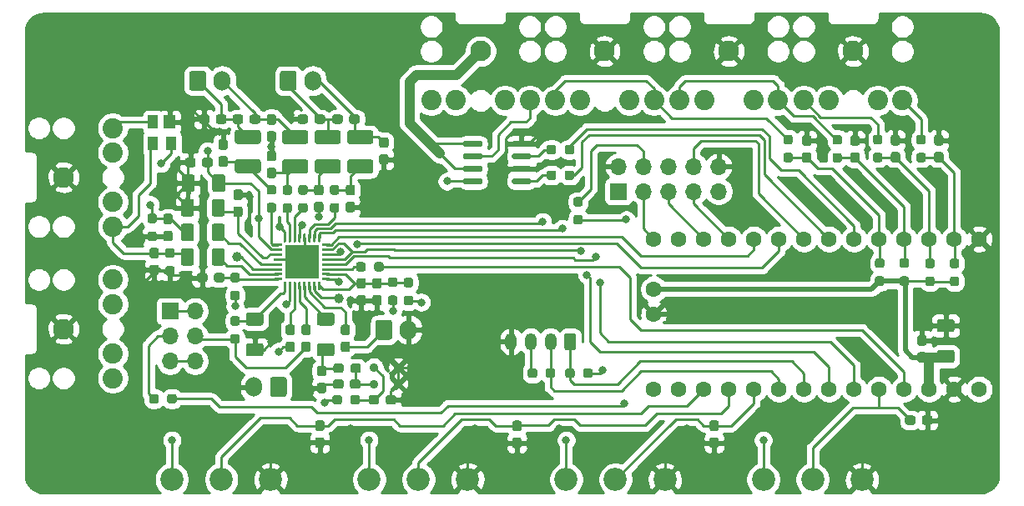
<source format=gtl>
%TF.GenerationSoftware,KiCad,Pcbnew,5.1.12-84ad8e8a86~92~ubuntu20.04.1*%
%TF.CreationDate,2021-11-09T22:05:52-08:00*%
%TF.ProjectId,TeensyKeyerShield,5465656e-7379-44b6-9579-657253686965,0.91*%
%TF.SameCoordinates,PX4c4b400PY42c1d80*%
%TF.FileFunction,Copper,L1,Top*%
%TF.FilePolarity,Positive*%
%FSLAX46Y46*%
G04 Gerber Fmt 4.6, Leading zero omitted, Abs format (unit mm)*
G04 Created by KiCad (PCBNEW 5.1.12-84ad8e8a86~92~ubuntu20.04.1) date 2021-11-09 22:05:52*
%MOMM*%
%LPD*%
G01*
G04 APERTURE LIST*
%TA.AperFunction,ComponentPad*%
%ADD10C,6.350000*%
%TD*%
%TA.AperFunction,ComponentPad*%
%ADD11C,2.340000*%
%TD*%
%TA.AperFunction,ComponentPad*%
%ADD12C,1.600000*%
%TD*%
%TA.AperFunction,SMDPad,CuDef*%
%ADD13R,1.200000X1.400000*%
%TD*%
%TA.AperFunction,SMDPad,CuDef*%
%ADD14R,1.000000X1.400000*%
%TD*%
%TA.AperFunction,ComponentPad*%
%ADD15O,1.700000X2.000000*%
%TD*%
%TA.AperFunction,ComponentPad*%
%ADD16C,2.100000*%
%TD*%
%TA.AperFunction,ComponentPad*%
%ADD17C,2.050000*%
%TD*%
%TA.AperFunction,SMDPad,CuDef*%
%ADD18C,0.900000*%
%TD*%
%TA.AperFunction,SMDPad,CuDef*%
%ADD19R,3.450000X3.450000*%
%TD*%
%TA.AperFunction,ComponentPad*%
%ADD20C,0.500000*%
%TD*%
%TA.AperFunction,SMDPad,CuDef*%
%ADD21C,1.000000*%
%TD*%
%TA.AperFunction,ComponentPad*%
%ADD22R,1.700000X1.700000*%
%TD*%
%TA.AperFunction,ComponentPad*%
%ADD23O,1.700000X1.700000*%
%TD*%
%TA.AperFunction,ComponentPad*%
%ADD24O,1.200000X1.750000*%
%TD*%
%TA.AperFunction,ViaPad*%
%ADD25C,0.800000*%
%TD*%
%TA.AperFunction,Conductor*%
%ADD26C,0.250000*%
%TD*%
%TA.AperFunction,Conductor*%
%ADD27C,0.500000*%
%TD*%
%TA.AperFunction,Conductor*%
%ADD28C,1.000000*%
%TD*%
%TA.AperFunction,Conductor*%
%ADD29C,0.254000*%
%TD*%
%TA.AperFunction,Conductor*%
%ADD30C,0.100000*%
%TD*%
G04 APERTURE END LIST*
D10*
%TO.P,MH1,1*%
%TO.N,GND*%
X95800000Y-45800000D03*
%TD*%
%TO.P,MH2,1*%
%TO.N,GND*%
X95500000Y-4500000D03*
%TD*%
%TO.P,MH3,1*%
%TO.N,GND*%
X4500000Y-4500000D03*
%TD*%
%TO.P,MH4,1*%
%TO.N,GND*%
X4500000Y-45500000D03*
%TD*%
D11*
%TO.P,RV2,3*%
%TO.N,GND*%
X45500000Y-48000000D03*
%TO.P,RV2,2*%
%TO.N,Net-(C27-Pad1)*%
X40500000Y-48000000D03*
%TO.P,RV2,1*%
%TO.N,+3V3*%
X35500000Y-48000000D03*
%TD*%
D12*
%TO.P,U3,17*%
%TO.N,GND*%
X64390000Y-31200000D03*
%TO.P,U3,20*%
%TO.N,Net-(J11-Pad1)*%
X64390000Y-38820000D03*
%TO.P,U3,16*%
%TO.N,+3V3*%
X64390000Y-28660000D03*
%TO.P,U3,14*%
%TO.N,Net-(J11-Pad3)*%
X64390000Y-23580000D03*
%TO.P,U3,21*%
%TO.N,Net-(R14-Pad1)*%
X66930000Y-38820000D03*
%TO.P,U3,22*%
%TO.N,Net-(C26-Pad1)*%
X69470000Y-38820000D03*
%TO.P,U3,23*%
%TO.N,Net-(C27-Pad1)*%
X72010000Y-38820000D03*
%TO.P,U3,24*%
%TO.N,Net-(C28-Pad1)*%
X74550000Y-38820000D03*
%TO.P,U3,25*%
%TO.N,SDIN*%
X77090000Y-38820000D03*
%TO.P,U3,26*%
%TO.N,SCLK*%
X79630000Y-38820000D03*
%TO.P,U3,27*%
%TO.N,LRCLK*%
X82170000Y-38820000D03*
%TO.P,U3,28*%
%TO.N,BCLK*%
X84710000Y-38820000D03*
%TO.P,U3,29*%
%TO.N,Net-(C33-Pad1)*%
X87250000Y-38820000D03*
%TO.P,U3,30*%
%TO.N,MCLK*%
X89790000Y-38820000D03*
%TO.P,U3,31*%
%TO.N,+3V3*%
X92330000Y-38820000D03*
%TO.P,U3,32*%
%TO.N,GND*%
X94870000Y-38820000D03*
%TO.P,U3,33*%
%TO.N,+5V*%
X97410000Y-38820000D03*
%TO.P,U3,13*%
%TO.N,Net-(J11-Pad9)*%
X66930000Y-23580000D03*
%TO.P,U3,12*%
%TO.N,Net-(J11-Pad5)*%
X69470000Y-23580000D03*
%TO.P,U3,11*%
%TO.N,Net-(J11-Pad7)*%
X72010000Y-23580000D03*
%TO.P,U3,10*%
%TO.N,ADCDAT*%
X74550000Y-23580000D03*
%TO.P,U3,9*%
%TO.N,DACDAT*%
X77090000Y-23580000D03*
%TO.P,U3,8*%
%TO.N,Net-(J11-Pad8)*%
X79630000Y-23580000D03*
%TO.P,U3,7*%
%TO.N,Net-(R11-Pad1)*%
X82170000Y-23580000D03*
%TO.P,U3,6*%
%TO.N,Net-(R10-Pad1)*%
X84710000Y-23580000D03*
%TO.P,U3,5*%
%TO.N,MICPTT*%
X87250000Y-23580000D03*
%TO.P,U3,4*%
%TO.N,Net-(C29-Pad1)*%
X89790000Y-23580000D03*
%TO.P,U3,3*%
%TO.N,Net-(C31-Pad1)*%
X92330000Y-23580000D03*
%TO.P,U3,2*%
%TO.N,Net-(C32-Pad1)*%
X94870000Y-23580000D03*
%TO.P,U3,1*%
%TO.N,GND*%
X97410000Y-23580000D03*
%TD*%
%TO.P,C17,1*%
%TO.N,Net-(C17-Pad1)*%
%TA.AperFunction,SMDPad,CuDef*%
G36*
G01*
X31762500Y-11637500D02*
X31762500Y-11162500D01*
G75*
G02*
X32000000Y-10925000I237500J0D01*
G01*
X32600000Y-10925000D01*
G75*
G02*
X32837500Y-11162500I0J-237500D01*
G01*
X32837500Y-11637500D01*
G75*
G02*
X32600000Y-11875000I-237500J0D01*
G01*
X32000000Y-11875000D01*
G75*
G02*
X31762500Y-11637500I0J237500D01*
G01*
G37*
%TD.AperFunction*%
%TO.P,C17,2*%
%TO.N,Net-(C17-Pad2)*%
%TA.AperFunction,SMDPad,CuDef*%
G36*
G01*
X33487500Y-11637500D02*
X33487500Y-11162500D01*
G75*
G02*
X33725000Y-10925000I237500J0D01*
G01*
X34325000Y-10925000D01*
G75*
G02*
X34562500Y-11162500I0J-237500D01*
G01*
X34562500Y-11637500D01*
G75*
G02*
X34325000Y-11875000I-237500J0D01*
G01*
X33725000Y-11875000D01*
G75*
G02*
X33487500Y-11637500I0J237500D01*
G01*
G37*
%TD.AperFunction*%
%TD*%
%TO.P,C1,1*%
%TO.N,+5V*%
%TA.AperFunction,SMDPad,CuDef*%
G36*
G01*
X20925000Y-17249998D02*
X20925000Y-18550002D01*
G75*
G02*
X20675002Y-18800000I-249998J0D01*
G01*
X19849998Y-18800000D01*
G75*
G02*
X19600000Y-18550002I0J249998D01*
G01*
X19600000Y-17249998D01*
G75*
G02*
X19849998Y-17000000I249998J0D01*
G01*
X20675002Y-17000000D01*
G75*
G02*
X20925000Y-17249998I0J-249998D01*
G01*
G37*
%TD.AperFunction*%
%TO.P,C1,2*%
%TO.N,GND*%
%TA.AperFunction,SMDPad,CuDef*%
G36*
G01*
X17800000Y-17249998D02*
X17800000Y-18550002D01*
G75*
G02*
X17550002Y-18800000I-249998J0D01*
G01*
X16724998Y-18800000D01*
G75*
G02*
X16475000Y-18550002I0J249998D01*
G01*
X16475000Y-17249998D01*
G75*
G02*
X16724998Y-17000000I249998J0D01*
G01*
X17550002Y-17000000D01*
G75*
G02*
X17800000Y-17249998I0J-249998D01*
G01*
G37*
%TD.AperFunction*%
%TD*%
%TO.P,C2,2*%
%TO.N,GND*%
%TA.AperFunction,SMDPad,CuDef*%
G36*
G01*
X36062500Y-29262500D02*
X36537500Y-29262500D01*
G75*
G02*
X36775000Y-29500000I0J-237500D01*
G01*
X36775000Y-30100000D01*
G75*
G02*
X36537500Y-30337500I-237500J0D01*
G01*
X36062500Y-30337500D01*
G75*
G02*
X35825000Y-30100000I0J237500D01*
G01*
X35825000Y-29500000D01*
G75*
G02*
X36062500Y-29262500I237500J0D01*
G01*
G37*
%TD.AperFunction*%
%TO.P,C2,1*%
%TO.N,Net-(C2-Pad1)*%
%TA.AperFunction,SMDPad,CuDef*%
G36*
G01*
X36062500Y-27537500D02*
X36537500Y-27537500D01*
G75*
G02*
X36775000Y-27775000I0J-237500D01*
G01*
X36775000Y-28375000D01*
G75*
G02*
X36537500Y-28612500I-237500J0D01*
G01*
X36062500Y-28612500D01*
G75*
G02*
X35825000Y-28375000I0J237500D01*
G01*
X35825000Y-27775000D01*
G75*
G02*
X36062500Y-27537500I237500J0D01*
G01*
G37*
%TD.AperFunction*%
%TD*%
%TO.P,C3,1*%
%TO.N,GND*%
%TA.AperFunction,SMDPad,CuDef*%
G36*
G01*
X34937500Y-30337500D02*
X34462500Y-30337500D01*
G75*
G02*
X34225000Y-30100000I0J237500D01*
G01*
X34225000Y-29500000D01*
G75*
G02*
X34462500Y-29262500I237500J0D01*
G01*
X34937500Y-29262500D01*
G75*
G02*
X35175000Y-29500000I0J-237500D01*
G01*
X35175000Y-30100000D01*
G75*
G02*
X34937500Y-30337500I-237500J0D01*
G01*
G37*
%TD.AperFunction*%
%TO.P,C3,2*%
%TO.N,Net-(C2-Pad1)*%
%TA.AperFunction,SMDPad,CuDef*%
G36*
G01*
X34937500Y-28612500D02*
X34462500Y-28612500D01*
G75*
G02*
X34225000Y-28375000I0J237500D01*
G01*
X34225000Y-27775000D01*
G75*
G02*
X34462500Y-27537500I237500J0D01*
G01*
X34937500Y-27537500D01*
G75*
G02*
X35175000Y-27775000I0J-237500D01*
G01*
X35175000Y-28375000D01*
G75*
G02*
X34937500Y-28612500I-237500J0D01*
G01*
G37*
%TD.AperFunction*%
%TD*%
%TO.P,C4,1*%
%TO.N,Net-(C4-Pad1)*%
%TA.AperFunction,SMDPad,CuDef*%
G36*
G01*
X20837500Y-27262500D02*
X20837500Y-27737500D01*
G75*
G02*
X20600000Y-27975000I-237500J0D01*
G01*
X20000000Y-27975000D01*
G75*
G02*
X19762500Y-27737500I0J237500D01*
G01*
X19762500Y-27262500D01*
G75*
G02*
X20000000Y-27025000I237500J0D01*
G01*
X20600000Y-27025000D01*
G75*
G02*
X20837500Y-27262500I0J-237500D01*
G01*
G37*
%TD.AperFunction*%
%TO.P,C4,2*%
%TO.N,GND*%
%TA.AperFunction,SMDPad,CuDef*%
G36*
G01*
X19112500Y-27262500D02*
X19112500Y-27737500D01*
G75*
G02*
X18875000Y-27975000I-237500J0D01*
G01*
X18275000Y-27975000D01*
G75*
G02*
X18037500Y-27737500I0J237500D01*
G01*
X18037500Y-27262500D01*
G75*
G02*
X18275000Y-27025000I237500J0D01*
G01*
X18875000Y-27025000D01*
G75*
G02*
X19112500Y-27262500I0J-237500D01*
G01*
G37*
%TD.AperFunction*%
%TD*%
%TO.P,C5,2*%
%TO.N,GND*%
%TA.AperFunction,SMDPad,CuDef*%
G36*
G01*
X17912500Y-15562500D02*
X17912500Y-16037500D01*
G75*
G02*
X17675000Y-16275000I-237500J0D01*
G01*
X17075000Y-16275000D01*
G75*
G02*
X16837500Y-16037500I0J237500D01*
G01*
X16837500Y-15562500D01*
G75*
G02*
X17075000Y-15325000I237500J0D01*
G01*
X17675000Y-15325000D01*
G75*
G02*
X17912500Y-15562500I0J-237500D01*
G01*
G37*
%TD.AperFunction*%
%TO.P,C5,1*%
%TO.N,+5V*%
%TA.AperFunction,SMDPad,CuDef*%
G36*
G01*
X19637500Y-15562500D02*
X19637500Y-16037500D01*
G75*
G02*
X19400000Y-16275000I-237500J0D01*
G01*
X18800000Y-16275000D01*
G75*
G02*
X18562500Y-16037500I0J237500D01*
G01*
X18562500Y-15562500D01*
G75*
G02*
X18800000Y-15325000I237500J0D01*
G01*
X19400000Y-15325000D01*
G75*
G02*
X19637500Y-15562500I0J-237500D01*
G01*
G37*
%TD.AperFunction*%
%TD*%
%TO.P,C6,1*%
%TO.N,GND*%
%TA.AperFunction,SMDPad,CuDef*%
G36*
G01*
X24550002Y-35487500D02*
X23249998Y-35487500D01*
G75*
G02*
X23000000Y-35237502I0J249998D01*
G01*
X23000000Y-34412498D01*
G75*
G02*
X23249998Y-34162500I249998J0D01*
G01*
X24550002Y-34162500D01*
G75*
G02*
X24800000Y-34412498I0J-249998D01*
G01*
X24800000Y-35237502D01*
G75*
G02*
X24550002Y-35487500I-249998J0D01*
G01*
G37*
%TD.AperFunction*%
%TO.P,C6,2*%
%TO.N,Net-(C6-Pad2)*%
%TA.AperFunction,SMDPad,CuDef*%
G36*
G01*
X24550002Y-32362500D02*
X23249998Y-32362500D01*
G75*
G02*
X23000000Y-32112502I0J249998D01*
G01*
X23000000Y-31287498D01*
G75*
G02*
X23249998Y-31037500I249998J0D01*
G01*
X24550002Y-31037500D01*
G75*
G02*
X24800000Y-31287498I0J-249998D01*
G01*
X24800000Y-32112502D01*
G75*
G02*
X24550002Y-32362500I-249998J0D01*
G01*
G37*
%TD.AperFunction*%
%TD*%
%TO.P,C7,2*%
%TO.N,Net-(C7-Pad2)*%
%TA.AperFunction,SMDPad,CuDef*%
G36*
G01*
X19537500Y-23550002D02*
X19537500Y-22249998D01*
G75*
G02*
X19787498Y-22000000I249998J0D01*
G01*
X20612502Y-22000000D01*
G75*
G02*
X20862500Y-22249998I0J-249998D01*
G01*
X20862500Y-23550002D01*
G75*
G02*
X20612502Y-23800000I-249998J0D01*
G01*
X19787498Y-23800000D01*
G75*
G02*
X19537500Y-23550002I0J249998D01*
G01*
G37*
%TD.AperFunction*%
%TO.P,C7,1*%
%TO.N,Net-(C13-Pad1)*%
%TA.AperFunction,SMDPad,CuDef*%
G36*
G01*
X16412500Y-23550002D02*
X16412500Y-22249998D01*
G75*
G02*
X16662498Y-22000000I249998J0D01*
G01*
X17487502Y-22000000D01*
G75*
G02*
X17737500Y-22249998I0J-249998D01*
G01*
X17737500Y-23550002D01*
G75*
G02*
X17487502Y-23800000I-249998J0D01*
G01*
X16662498Y-23800000D01*
G75*
G02*
X16412500Y-23550002I0J249998D01*
G01*
G37*
%TD.AperFunction*%
%TD*%
%TO.P,C8,1*%
%TO.N,Net-(C14-Pad1)*%
%TA.AperFunction,SMDPad,CuDef*%
G36*
G01*
X16412500Y-26050002D02*
X16412500Y-24749998D01*
G75*
G02*
X16662498Y-24500000I249998J0D01*
G01*
X17487502Y-24500000D01*
G75*
G02*
X17737500Y-24749998I0J-249998D01*
G01*
X17737500Y-26050002D01*
G75*
G02*
X17487502Y-26300000I-249998J0D01*
G01*
X16662498Y-26300000D01*
G75*
G02*
X16412500Y-26050002I0J249998D01*
G01*
G37*
%TD.AperFunction*%
%TO.P,C8,2*%
%TO.N,Net-(C8-Pad2)*%
%TA.AperFunction,SMDPad,CuDef*%
G36*
G01*
X19537500Y-26050002D02*
X19537500Y-24749998D01*
G75*
G02*
X19787498Y-24500000I249998J0D01*
G01*
X20612502Y-24500000D01*
G75*
G02*
X20862500Y-24749998I0J-249998D01*
G01*
X20862500Y-26050002D01*
G75*
G02*
X20612502Y-26300000I-249998J0D01*
G01*
X19787498Y-26300000D01*
G75*
G02*
X19537500Y-26050002I0J249998D01*
G01*
G37*
%TD.AperFunction*%
%TD*%
%TO.P,C9,1*%
%TO.N,Net-(C9-Pad1)*%
%TA.AperFunction,SMDPad,CuDef*%
G36*
G01*
X27262500Y-32262500D02*
X27737500Y-32262500D01*
G75*
G02*
X27975000Y-32500000I0J-237500D01*
G01*
X27975000Y-33100000D01*
G75*
G02*
X27737500Y-33337500I-237500J0D01*
G01*
X27262500Y-33337500D01*
G75*
G02*
X27025000Y-33100000I0J237500D01*
G01*
X27025000Y-32500000D01*
G75*
G02*
X27262500Y-32262500I237500J0D01*
G01*
G37*
%TD.AperFunction*%
%TO.P,C9,2*%
%TO.N,Net-(C9-Pad2)*%
%TA.AperFunction,SMDPad,CuDef*%
G36*
G01*
X27262500Y-33987500D02*
X27737500Y-33987500D01*
G75*
G02*
X27975000Y-34225000I0J-237500D01*
G01*
X27975000Y-34825000D01*
G75*
G02*
X27737500Y-35062500I-237500J0D01*
G01*
X27262500Y-35062500D01*
G75*
G02*
X27025000Y-34825000I0J237500D01*
G01*
X27025000Y-34225000D01*
G75*
G02*
X27262500Y-33987500I237500J0D01*
G01*
G37*
%TD.AperFunction*%
%TD*%
%TO.P,C10,2*%
%TO.N,GND*%
%TA.AperFunction,SMDPad,CuDef*%
G36*
G01*
X22437500Y-19612500D02*
X21962500Y-19612500D01*
G75*
G02*
X21725000Y-19375000I0J237500D01*
G01*
X21725000Y-18775000D01*
G75*
G02*
X21962500Y-18537500I237500J0D01*
G01*
X22437500Y-18537500D01*
G75*
G02*
X22675000Y-18775000I0J-237500D01*
G01*
X22675000Y-19375000D01*
G75*
G02*
X22437500Y-19612500I-237500J0D01*
G01*
G37*
%TD.AperFunction*%
%TO.P,C10,1*%
%TO.N,Net-(C10-Pad1)*%
%TA.AperFunction,SMDPad,CuDef*%
G36*
G01*
X22437500Y-21337500D02*
X21962500Y-21337500D01*
G75*
G02*
X21725000Y-21100000I0J237500D01*
G01*
X21725000Y-20500000D01*
G75*
G02*
X21962500Y-20262500I237500J0D01*
G01*
X22437500Y-20262500D01*
G75*
G02*
X22675000Y-20500000I0J-237500D01*
G01*
X22675000Y-21100000D01*
G75*
G02*
X22437500Y-21337500I-237500J0D01*
G01*
G37*
%TD.AperFunction*%
%TD*%
%TO.P,C11,2*%
%TO.N,Net-(C11-Pad2)*%
%TA.AperFunction,SMDPad,CuDef*%
G36*
G01*
X32862500Y-33987500D02*
X33337500Y-33987500D01*
G75*
G02*
X33575000Y-34225000I0J-237500D01*
G01*
X33575000Y-34825000D01*
G75*
G02*
X33337500Y-35062500I-237500J0D01*
G01*
X32862500Y-35062500D01*
G75*
G02*
X32625000Y-34825000I0J237500D01*
G01*
X32625000Y-34225000D01*
G75*
G02*
X32862500Y-33987500I237500J0D01*
G01*
G37*
%TD.AperFunction*%
%TO.P,C11,1*%
%TO.N,Net-(C11-Pad1)*%
%TA.AperFunction,SMDPad,CuDef*%
G36*
G01*
X32862500Y-32262500D02*
X33337500Y-32262500D01*
G75*
G02*
X33575000Y-32500000I0J-237500D01*
G01*
X33575000Y-33100000D01*
G75*
G02*
X33337500Y-33337500I-237500J0D01*
G01*
X32862500Y-33337500D01*
G75*
G02*
X32625000Y-33100000I0J237500D01*
G01*
X32625000Y-32500000D01*
G75*
G02*
X32862500Y-32262500I237500J0D01*
G01*
G37*
%TD.AperFunction*%
%TD*%
%TO.P,C12,2*%
%TO.N,GND*%
%TA.AperFunction,SMDPad,CuDef*%
G36*
G01*
X17737500Y-19749998D02*
X17737500Y-21050002D01*
G75*
G02*
X17487502Y-21300000I-249998J0D01*
G01*
X16662498Y-21300000D01*
G75*
G02*
X16412500Y-21050002I0J249998D01*
G01*
X16412500Y-19749998D01*
G75*
G02*
X16662498Y-19500000I249998J0D01*
G01*
X17487502Y-19500000D01*
G75*
G02*
X17737500Y-19749998I0J-249998D01*
G01*
G37*
%TD.AperFunction*%
%TO.P,C12,1*%
%TO.N,Net-(C10-Pad1)*%
%TA.AperFunction,SMDPad,CuDef*%
G36*
G01*
X20862500Y-19749998D02*
X20862500Y-21050002D01*
G75*
G02*
X20612502Y-21300000I-249998J0D01*
G01*
X19787498Y-21300000D01*
G75*
G02*
X19537500Y-21050002I0J249998D01*
G01*
X19537500Y-19749998D01*
G75*
G02*
X19787498Y-19500000I249998J0D01*
G01*
X20612502Y-19500000D01*
G75*
G02*
X20862500Y-19749998I0J-249998D01*
G01*
G37*
%TD.AperFunction*%
%TD*%
%TO.P,C13,2*%
%TO.N,GND*%
%TA.AperFunction,SMDPad,CuDef*%
G36*
G01*
X14862500Y-22725000D02*
X15337500Y-22725000D01*
G75*
G02*
X15575000Y-22962500I0J-237500D01*
G01*
X15575000Y-23562500D01*
G75*
G02*
X15337500Y-23800000I-237500J0D01*
G01*
X14862500Y-23800000D01*
G75*
G02*
X14625000Y-23562500I0J237500D01*
G01*
X14625000Y-22962500D01*
G75*
G02*
X14862500Y-22725000I237500J0D01*
G01*
G37*
%TD.AperFunction*%
%TO.P,C13,1*%
%TO.N,Net-(C13-Pad1)*%
%TA.AperFunction,SMDPad,CuDef*%
G36*
G01*
X14862500Y-21000000D02*
X15337500Y-21000000D01*
G75*
G02*
X15575000Y-21237500I0J-237500D01*
G01*
X15575000Y-21837500D01*
G75*
G02*
X15337500Y-22075000I-237500J0D01*
G01*
X14862500Y-22075000D01*
G75*
G02*
X14625000Y-21837500I0J237500D01*
G01*
X14625000Y-21237500D01*
G75*
G02*
X14862500Y-21000000I237500J0D01*
G01*
G37*
%TD.AperFunction*%
%TD*%
%TO.P,C14,1*%
%TO.N,Net-(C14-Pad1)*%
%TA.AperFunction,SMDPad,CuDef*%
G36*
G01*
X13462500Y-24462500D02*
X13937500Y-24462500D01*
G75*
G02*
X14175000Y-24700000I0J-237500D01*
G01*
X14175000Y-25300000D01*
G75*
G02*
X13937500Y-25537500I-237500J0D01*
G01*
X13462500Y-25537500D01*
G75*
G02*
X13225000Y-25300000I0J237500D01*
G01*
X13225000Y-24700000D01*
G75*
G02*
X13462500Y-24462500I237500J0D01*
G01*
G37*
%TD.AperFunction*%
%TO.P,C14,2*%
%TO.N,GND*%
%TA.AperFunction,SMDPad,CuDef*%
G36*
G01*
X13462500Y-26187500D02*
X13937500Y-26187500D01*
G75*
G02*
X14175000Y-26425000I0J-237500D01*
G01*
X14175000Y-27025000D01*
G75*
G02*
X13937500Y-27262500I-237500J0D01*
G01*
X13462500Y-27262500D01*
G75*
G02*
X13225000Y-27025000I0J237500D01*
G01*
X13225000Y-26425000D01*
G75*
G02*
X13462500Y-26187500I237500J0D01*
G01*
G37*
%TD.AperFunction*%
%TD*%
%TO.P,C15,1*%
%TO.N,Net-(C15-Pad1)*%
%TA.AperFunction,SMDPad,CuDef*%
G36*
G01*
X29337500Y-35062500D02*
X28862500Y-35062500D01*
G75*
G02*
X28625000Y-34825000I0J237500D01*
G01*
X28625000Y-34225000D01*
G75*
G02*
X28862500Y-33987500I237500J0D01*
G01*
X29337500Y-33987500D01*
G75*
G02*
X29575000Y-34225000I0J-237500D01*
G01*
X29575000Y-34825000D01*
G75*
G02*
X29337500Y-35062500I-237500J0D01*
G01*
G37*
%TD.AperFunction*%
%TO.P,C15,2*%
%TO.N,Net-(C15-Pad2)*%
%TA.AperFunction,SMDPad,CuDef*%
G36*
G01*
X29337500Y-33337500D02*
X28862500Y-33337500D01*
G75*
G02*
X28625000Y-33100000I0J237500D01*
G01*
X28625000Y-32500000D01*
G75*
G02*
X28862500Y-32262500I237500J0D01*
G01*
X29337500Y-32262500D01*
G75*
G02*
X29575000Y-32500000I0J-237500D01*
G01*
X29575000Y-33100000D01*
G75*
G02*
X29337500Y-33337500I-237500J0D01*
G01*
G37*
%TD.AperFunction*%
%TD*%
%TO.P,C16,1*%
%TO.N,Net-(C16-Pad1)*%
%TA.AperFunction,SMDPad,CuDef*%
G36*
G01*
X21662500Y-11637500D02*
X21662500Y-11162500D01*
G75*
G02*
X21900000Y-10925000I237500J0D01*
G01*
X22500000Y-10925000D01*
G75*
G02*
X22737500Y-11162500I0J-237500D01*
G01*
X22737500Y-11637500D01*
G75*
G02*
X22500000Y-11875000I-237500J0D01*
G01*
X21900000Y-11875000D01*
G75*
G02*
X21662500Y-11637500I0J237500D01*
G01*
G37*
%TD.AperFunction*%
%TO.P,C16,2*%
%TO.N,Net-(C16-Pad2)*%
%TA.AperFunction,SMDPad,CuDef*%
G36*
G01*
X23387500Y-11637500D02*
X23387500Y-11162500D01*
G75*
G02*
X23625000Y-10925000I237500J0D01*
G01*
X24225000Y-10925000D01*
G75*
G02*
X24462500Y-11162500I0J-237500D01*
G01*
X24462500Y-11637500D01*
G75*
G02*
X24225000Y-11875000I-237500J0D01*
G01*
X23625000Y-11875000D01*
G75*
G02*
X23387500Y-11637500I0J237500D01*
G01*
G37*
%TD.AperFunction*%
%TD*%
%TO.P,C18,2*%
%TO.N,Net-(C16-Pad1)*%
%TA.AperFunction,SMDPad,CuDef*%
G36*
G01*
X19962500Y-11637500D02*
X19962500Y-11162500D01*
G75*
G02*
X20200000Y-10925000I237500J0D01*
G01*
X20800000Y-10925000D01*
G75*
G02*
X21037500Y-11162500I0J-237500D01*
G01*
X21037500Y-11637500D01*
G75*
G02*
X20800000Y-11875000I-237500J0D01*
G01*
X20200000Y-11875000D01*
G75*
G02*
X19962500Y-11637500I0J237500D01*
G01*
G37*
%TD.AperFunction*%
%TO.P,C18,1*%
%TO.N,GND*%
%TA.AperFunction,SMDPad,CuDef*%
G36*
G01*
X18237500Y-11637500D02*
X18237500Y-11162500D01*
G75*
G02*
X18475000Y-10925000I237500J0D01*
G01*
X19075000Y-10925000D01*
G75*
G02*
X19312500Y-11162500I0J-237500D01*
G01*
X19312500Y-11637500D01*
G75*
G02*
X19075000Y-11875000I-237500J0D01*
G01*
X18475000Y-11875000D01*
G75*
G02*
X18237500Y-11637500I0J237500D01*
G01*
G37*
%TD.AperFunction*%
%TD*%
%TO.P,C19,2*%
%TO.N,Net-(C16-Pad2)*%
%TA.AperFunction,SMDPad,CuDef*%
G36*
G01*
X25837500Y-11975000D02*
X25362500Y-11975000D01*
G75*
G02*
X25125000Y-11737500I0J237500D01*
G01*
X25125000Y-11137500D01*
G75*
G02*
X25362500Y-10900000I237500J0D01*
G01*
X25837500Y-10900000D01*
G75*
G02*
X26075000Y-11137500I0J-237500D01*
G01*
X26075000Y-11737500D01*
G75*
G02*
X25837500Y-11975000I-237500J0D01*
G01*
G37*
%TD.AperFunction*%
%TO.P,C19,1*%
%TO.N,GND*%
%TA.AperFunction,SMDPad,CuDef*%
G36*
G01*
X25837500Y-13700000D02*
X25362500Y-13700000D01*
G75*
G02*
X25125000Y-13462500I0J237500D01*
G01*
X25125000Y-12862500D01*
G75*
G02*
X25362500Y-12625000I237500J0D01*
G01*
X25837500Y-12625000D01*
G75*
G02*
X26075000Y-12862500I0J-237500D01*
G01*
X26075000Y-13462500D01*
G75*
G02*
X25837500Y-13700000I-237500J0D01*
G01*
G37*
%TD.AperFunction*%
%TD*%
%TO.P,C20,1*%
%TO.N,GND*%
%TA.AperFunction,SMDPad,CuDef*%
G36*
G01*
X28237500Y-11637500D02*
X28237500Y-11162500D01*
G75*
G02*
X28475000Y-10925000I237500J0D01*
G01*
X29075000Y-10925000D01*
G75*
G02*
X29312500Y-11162500I0J-237500D01*
G01*
X29312500Y-11637500D01*
G75*
G02*
X29075000Y-11875000I-237500J0D01*
G01*
X28475000Y-11875000D01*
G75*
G02*
X28237500Y-11637500I0J237500D01*
G01*
G37*
%TD.AperFunction*%
%TO.P,C20,2*%
%TO.N,Net-(C17-Pad1)*%
%TA.AperFunction,SMDPad,CuDef*%
G36*
G01*
X29962500Y-11637500D02*
X29962500Y-11162500D01*
G75*
G02*
X30200000Y-10925000I237500J0D01*
G01*
X30800000Y-10925000D01*
G75*
G02*
X31037500Y-11162500I0J-237500D01*
G01*
X31037500Y-11637500D01*
G75*
G02*
X30800000Y-11875000I-237500J0D01*
G01*
X30200000Y-11875000D01*
G75*
G02*
X29962500Y-11637500I0J237500D01*
G01*
G37*
%TD.AperFunction*%
%TD*%
%TO.P,C21,1*%
%TO.N,GND*%
%TA.AperFunction,SMDPad,CuDef*%
G36*
G01*
X37237500Y-16037500D02*
X36762500Y-16037500D01*
G75*
G02*
X36525000Y-15800000I0J237500D01*
G01*
X36525000Y-15200000D01*
G75*
G02*
X36762500Y-14962500I237500J0D01*
G01*
X37237500Y-14962500D01*
G75*
G02*
X37475000Y-15200000I0J-237500D01*
G01*
X37475000Y-15800000D01*
G75*
G02*
X37237500Y-16037500I-237500J0D01*
G01*
G37*
%TD.AperFunction*%
%TO.P,C21,2*%
%TO.N,Net-(C17-Pad2)*%
%TA.AperFunction,SMDPad,CuDef*%
G36*
G01*
X37237500Y-14312500D02*
X36762500Y-14312500D01*
G75*
G02*
X36525000Y-14075000I0J237500D01*
G01*
X36525000Y-13475000D01*
G75*
G02*
X36762500Y-13237500I237500J0D01*
G01*
X37237500Y-13237500D01*
G75*
G02*
X37475000Y-13475000I0J-237500D01*
G01*
X37475000Y-14075000D01*
G75*
G02*
X37237500Y-14312500I-237500J0D01*
G01*
G37*
%TD.AperFunction*%
%TD*%
%TO.P,C22,1*%
%TO.N,Net-(C22-Pad1)*%
%TA.AperFunction,SMDPad,CuDef*%
G36*
G01*
X31750002Y-35487500D02*
X30449998Y-35487500D01*
G75*
G02*
X30200000Y-35237502I0J249998D01*
G01*
X30200000Y-34412498D01*
G75*
G02*
X30449998Y-34162500I249998J0D01*
G01*
X31750002Y-34162500D01*
G75*
G02*
X32000000Y-34412498I0J-249998D01*
G01*
X32000000Y-35237502D01*
G75*
G02*
X31750002Y-35487500I-249998J0D01*
G01*
G37*
%TD.AperFunction*%
%TO.P,C22,2*%
%TO.N,MEMSMIC*%
%TA.AperFunction,SMDPad,CuDef*%
G36*
G01*
X31750002Y-32362500D02*
X30449998Y-32362500D01*
G75*
G02*
X30200000Y-32112502I0J249998D01*
G01*
X30200000Y-31287498D01*
G75*
G02*
X30449998Y-31037500I249998J0D01*
G01*
X31750002Y-31037500D01*
G75*
G02*
X32000000Y-31287498I0J-249998D01*
G01*
X32000000Y-32112502D01*
G75*
G02*
X31750002Y-32362500I-249998J0D01*
G01*
G37*
%TD.AperFunction*%
%TD*%
%TO.P,C23,2*%
%TO.N,GND*%
%TA.AperFunction,SMDPad,CuDef*%
G36*
G01*
X30462500Y-38162500D02*
X30937500Y-38162500D01*
G75*
G02*
X31175000Y-38400000I0J-237500D01*
G01*
X31175000Y-39000000D01*
G75*
G02*
X30937500Y-39237500I-237500J0D01*
G01*
X30462500Y-39237500D01*
G75*
G02*
X30225000Y-39000000I0J237500D01*
G01*
X30225000Y-38400000D01*
G75*
G02*
X30462500Y-38162500I237500J0D01*
G01*
G37*
%TD.AperFunction*%
%TO.P,C23,1*%
%TO.N,Net-(C22-Pad1)*%
%TA.AperFunction,SMDPad,CuDef*%
G36*
G01*
X30462500Y-36437500D02*
X30937500Y-36437500D01*
G75*
G02*
X31175000Y-36675000I0J-237500D01*
G01*
X31175000Y-37275000D01*
G75*
G02*
X30937500Y-37512500I-237500J0D01*
G01*
X30462500Y-37512500D01*
G75*
G02*
X30225000Y-37275000I0J237500D01*
G01*
X30225000Y-36675000D01*
G75*
G02*
X30462500Y-36437500I237500J0D01*
G01*
G37*
%TD.AperFunction*%
%TD*%
%TO.P,C24,2*%
%TO.N,GND*%
%TA.AperFunction,SMDPad,CuDef*%
G36*
G01*
X32912500Y-38062500D02*
X32912500Y-38537500D01*
G75*
G02*
X32675000Y-38775000I-237500J0D01*
G01*
X32075000Y-38775000D01*
G75*
G02*
X31837500Y-38537500I0J237500D01*
G01*
X31837500Y-38062500D01*
G75*
G02*
X32075000Y-37825000I237500J0D01*
G01*
X32675000Y-37825000D01*
G75*
G02*
X32912500Y-38062500I0J-237500D01*
G01*
G37*
%TD.AperFunction*%
%TO.P,C24,1*%
%TO.N,Net-(C24-Pad1)*%
%TA.AperFunction,SMDPad,CuDef*%
G36*
G01*
X34637500Y-38062500D02*
X34637500Y-38537500D01*
G75*
G02*
X34400000Y-38775000I-237500J0D01*
G01*
X33800000Y-38775000D01*
G75*
G02*
X33562500Y-38537500I0J237500D01*
G01*
X33562500Y-38062500D01*
G75*
G02*
X33800000Y-37825000I237500J0D01*
G01*
X34400000Y-37825000D01*
G75*
G02*
X34637500Y-38062500I0J-237500D01*
G01*
G37*
%TD.AperFunction*%
%TD*%
%TO.P,C25,1*%
%TO.N,Net-(C25-Pad1)*%
%TA.AperFunction,SMDPad,CuDef*%
G36*
G01*
X35462500Y-40137500D02*
X35462500Y-39662500D01*
G75*
G02*
X35700000Y-39425000I237500J0D01*
G01*
X36300000Y-39425000D01*
G75*
G02*
X36537500Y-39662500I0J-237500D01*
G01*
X36537500Y-40137500D01*
G75*
G02*
X36300000Y-40375000I-237500J0D01*
G01*
X35700000Y-40375000D01*
G75*
G02*
X35462500Y-40137500I0J237500D01*
G01*
G37*
%TD.AperFunction*%
%TO.P,C25,2*%
%TO.N,GND*%
%TA.AperFunction,SMDPad,CuDef*%
G36*
G01*
X37187500Y-40137500D02*
X37187500Y-39662500D01*
G75*
G02*
X37425000Y-39425000I237500J0D01*
G01*
X38025000Y-39425000D01*
G75*
G02*
X38262500Y-39662500I0J-237500D01*
G01*
X38262500Y-40137500D01*
G75*
G02*
X38025000Y-40375000I-237500J0D01*
G01*
X37425000Y-40375000D01*
G75*
G02*
X37187500Y-40137500I0J237500D01*
G01*
G37*
%TD.AperFunction*%
%TD*%
%TO.P,C26,2*%
%TO.N,GND*%
%TA.AperFunction,SMDPad,CuDef*%
G36*
G01*
X30262500Y-43712500D02*
X30737500Y-43712500D01*
G75*
G02*
X30975000Y-43950000I0J-237500D01*
G01*
X30975000Y-44550000D01*
G75*
G02*
X30737500Y-44787500I-237500J0D01*
G01*
X30262500Y-44787500D01*
G75*
G02*
X30025000Y-44550000I0J237500D01*
G01*
X30025000Y-43950000D01*
G75*
G02*
X30262500Y-43712500I237500J0D01*
G01*
G37*
%TD.AperFunction*%
%TO.P,C26,1*%
%TO.N,Net-(C26-Pad1)*%
%TA.AperFunction,SMDPad,CuDef*%
G36*
G01*
X30262500Y-41987500D02*
X30737500Y-41987500D01*
G75*
G02*
X30975000Y-42225000I0J-237500D01*
G01*
X30975000Y-42825000D01*
G75*
G02*
X30737500Y-43062500I-237500J0D01*
G01*
X30262500Y-43062500D01*
G75*
G02*
X30025000Y-42825000I0J237500D01*
G01*
X30025000Y-42225000D01*
G75*
G02*
X30262500Y-41987500I237500J0D01*
G01*
G37*
%TD.AperFunction*%
%TD*%
%TO.P,C27,2*%
%TO.N,GND*%
%TA.AperFunction,SMDPad,CuDef*%
G36*
G01*
X50262500Y-43737500D02*
X50737500Y-43737500D01*
G75*
G02*
X50975000Y-43975000I0J-237500D01*
G01*
X50975000Y-44575000D01*
G75*
G02*
X50737500Y-44812500I-237500J0D01*
G01*
X50262500Y-44812500D01*
G75*
G02*
X50025000Y-44575000I0J237500D01*
G01*
X50025000Y-43975000D01*
G75*
G02*
X50262500Y-43737500I237500J0D01*
G01*
G37*
%TD.AperFunction*%
%TO.P,C27,1*%
%TO.N,Net-(C27-Pad1)*%
%TA.AperFunction,SMDPad,CuDef*%
G36*
G01*
X50262500Y-42012500D02*
X50737500Y-42012500D01*
G75*
G02*
X50975000Y-42250000I0J-237500D01*
G01*
X50975000Y-42850000D01*
G75*
G02*
X50737500Y-43087500I-237500J0D01*
G01*
X50262500Y-43087500D01*
G75*
G02*
X50025000Y-42850000I0J237500D01*
G01*
X50025000Y-42250000D01*
G75*
G02*
X50262500Y-42012500I237500J0D01*
G01*
G37*
%TD.AperFunction*%
%TD*%
%TO.P,C28,1*%
%TO.N,Net-(C28-Pad1)*%
%TA.AperFunction,SMDPad,CuDef*%
G36*
G01*
X70262500Y-42000000D02*
X70737500Y-42000000D01*
G75*
G02*
X70975000Y-42237500I0J-237500D01*
G01*
X70975000Y-42837500D01*
G75*
G02*
X70737500Y-43075000I-237500J0D01*
G01*
X70262500Y-43075000D01*
G75*
G02*
X70025000Y-42837500I0J237500D01*
G01*
X70025000Y-42237500D01*
G75*
G02*
X70262500Y-42000000I237500J0D01*
G01*
G37*
%TD.AperFunction*%
%TO.P,C28,2*%
%TO.N,GND*%
%TA.AperFunction,SMDPad,CuDef*%
G36*
G01*
X70262500Y-43725000D02*
X70737500Y-43725000D01*
G75*
G02*
X70975000Y-43962500I0J-237500D01*
G01*
X70975000Y-44562500D01*
G75*
G02*
X70737500Y-44800000I-237500J0D01*
G01*
X70262500Y-44800000D01*
G75*
G02*
X70025000Y-44562500I0J237500D01*
G01*
X70025000Y-43962500D01*
G75*
G02*
X70262500Y-43725000I237500J0D01*
G01*
G37*
%TD.AperFunction*%
%TD*%
%TO.P,C29,1*%
%TO.N,Net-(C29-Pad1)*%
%TA.AperFunction,SMDPad,CuDef*%
G36*
G01*
X85037500Y-15837500D02*
X84562500Y-15837500D01*
G75*
G02*
X84325000Y-15600000I0J237500D01*
G01*
X84325000Y-15000000D01*
G75*
G02*
X84562500Y-14762500I237500J0D01*
G01*
X85037500Y-14762500D01*
G75*
G02*
X85275000Y-15000000I0J-237500D01*
G01*
X85275000Y-15600000D01*
G75*
G02*
X85037500Y-15837500I-237500J0D01*
G01*
G37*
%TD.AperFunction*%
%TO.P,C29,2*%
%TO.N,GND*%
%TA.AperFunction,SMDPad,CuDef*%
G36*
G01*
X85037500Y-14112500D02*
X84562500Y-14112500D01*
G75*
G02*
X84325000Y-13875000I0J237500D01*
G01*
X84325000Y-13275000D01*
G75*
G02*
X84562500Y-13037500I237500J0D01*
G01*
X85037500Y-13037500D01*
G75*
G02*
X85275000Y-13275000I0J-237500D01*
G01*
X85275000Y-13875000D01*
G75*
G02*
X85037500Y-14112500I-237500J0D01*
G01*
G37*
%TD.AperFunction*%
%TD*%
%TO.P,C30,2*%
%TO.N,GND*%
%TA.AperFunction,SMDPad,CuDef*%
G36*
G01*
X80137500Y-14112500D02*
X79662500Y-14112500D01*
G75*
G02*
X79425000Y-13875000I0J237500D01*
G01*
X79425000Y-13275000D01*
G75*
G02*
X79662500Y-13037500I237500J0D01*
G01*
X80137500Y-13037500D01*
G75*
G02*
X80375000Y-13275000I0J-237500D01*
G01*
X80375000Y-13875000D01*
G75*
G02*
X80137500Y-14112500I-237500J0D01*
G01*
G37*
%TD.AperFunction*%
%TO.P,C30,1*%
%TO.N,MICPTT*%
%TA.AperFunction,SMDPad,CuDef*%
G36*
G01*
X80137500Y-15837500D02*
X79662500Y-15837500D01*
G75*
G02*
X79425000Y-15600000I0J237500D01*
G01*
X79425000Y-15000000D01*
G75*
G02*
X79662500Y-14762500I237500J0D01*
G01*
X80137500Y-14762500D01*
G75*
G02*
X80375000Y-15000000I0J-237500D01*
G01*
X80375000Y-15600000D01*
G75*
G02*
X80137500Y-15837500I-237500J0D01*
G01*
G37*
%TD.AperFunction*%
%TD*%
%TO.P,C31,1*%
%TO.N,Net-(C31-Pad1)*%
%TA.AperFunction,SMDPad,CuDef*%
G36*
G01*
X89137500Y-15800000D02*
X88662500Y-15800000D01*
G75*
G02*
X88425000Y-15562500I0J237500D01*
G01*
X88425000Y-14962500D01*
G75*
G02*
X88662500Y-14725000I237500J0D01*
G01*
X89137500Y-14725000D01*
G75*
G02*
X89375000Y-14962500I0J-237500D01*
G01*
X89375000Y-15562500D01*
G75*
G02*
X89137500Y-15800000I-237500J0D01*
G01*
G37*
%TD.AperFunction*%
%TO.P,C31,2*%
%TO.N,GND*%
%TA.AperFunction,SMDPad,CuDef*%
G36*
G01*
X89137500Y-14075000D02*
X88662500Y-14075000D01*
G75*
G02*
X88425000Y-13837500I0J237500D01*
G01*
X88425000Y-13237500D01*
G75*
G02*
X88662500Y-13000000I237500J0D01*
G01*
X89137500Y-13000000D01*
G75*
G02*
X89375000Y-13237500I0J-237500D01*
G01*
X89375000Y-13837500D01*
G75*
G02*
X89137500Y-14075000I-237500J0D01*
G01*
G37*
%TD.AperFunction*%
%TD*%
%TO.P,C32,2*%
%TO.N,GND*%
%TA.AperFunction,SMDPad,CuDef*%
G36*
G01*
X93537500Y-14075000D02*
X93062500Y-14075000D01*
G75*
G02*
X92825000Y-13837500I0J237500D01*
G01*
X92825000Y-13237500D01*
G75*
G02*
X93062500Y-13000000I237500J0D01*
G01*
X93537500Y-13000000D01*
G75*
G02*
X93775000Y-13237500I0J-237500D01*
G01*
X93775000Y-13837500D01*
G75*
G02*
X93537500Y-14075000I-237500J0D01*
G01*
G37*
%TD.AperFunction*%
%TO.P,C32,1*%
%TO.N,Net-(C32-Pad1)*%
%TA.AperFunction,SMDPad,CuDef*%
G36*
G01*
X93537500Y-15800000D02*
X93062500Y-15800000D01*
G75*
G02*
X92825000Y-15562500I0J237500D01*
G01*
X92825000Y-14962500D01*
G75*
G02*
X93062500Y-14725000I237500J0D01*
G01*
X93537500Y-14725000D01*
G75*
G02*
X93775000Y-14962500I0J-237500D01*
G01*
X93775000Y-15562500D01*
G75*
G02*
X93537500Y-15800000I-237500J0D01*
G01*
G37*
%TD.AperFunction*%
%TD*%
%TO.P,C33,1*%
%TO.N,Net-(C33-Pad1)*%
%TA.AperFunction,SMDPad,CuDef*%
G36*
G01*
X89862500Y-42212500D02*
X89862500Y-41737500D01*
G75*
G02*
X90100000Y-41500000I237500J0D01*
G01*
X90700000Y-41500000D01*
G75*
G02*
X90937500Y-41737500I0J-237500D01*
G01*
X90937500Y-42212500D01*
G75*
G02*
X90700000Y-42450000I-237500J0D01*
G01*
X90100000Y-42450000D01*
G75*
G02*
X89862500Y-42212500I0J237500D01*
G01*
G37*
%TD.AperFunction*%
%TO.P,C33,2*%
%TO.N,GND*%
%TA.AperFunction,SMDPad,CuDef*%
G36*
G01*
X91587500Y-42212500D02*
X91587500Y-41737500D01*
G75*
G02*
X91825000Y-41500000I237500J0D01*
G01*
X92425000Y-41500000D01*
G75*
G02*
X92662500Y-41737500I0J-237500D01*
G01*
X92662500Y-42212500D01*
G75*
G02*
X92425000Y-42450000I-237500J0D01*
G01*
X91825000Y-42450000D01*
G75*
G02*
X91587500Y-42212500I0J237500D01*
G01*
G37*
%TD.AperFunction*%
%TD*%
%TO.P,C34,2*%
%TO.N,GND*%
%TA.AperFunction,SMDPad,CuDef*%
G36*
G01*
X94650002Y-33037500D02*
X93349998Y-33037500D01*
G75*
G02*
X93100000Y-32787502I0J249998D01*
G01*
X93100000Y-31962498D01*
G75*
G02*
X93349998Y-31712500I249998J0D01*
G01*
X94650002Y-31712500D01*
G75*
G02*
X94900000Y-31962498I0J-249998D01*
G01*
X94900000Y-32787502D01*
G75*
G02*
X94650002Y-33037500I-249998J0D01*
G01*
G37*
%TD.AperFunction*%
%TO.P,C34,1*%
%TO.N,+3V3*%
%TA.AperFunction,SMDPad,CuDef*%
G36*
G01*
X94650002Y-36162500D02*
X93349998Y-36162500D01*
G75*
G02*
X93100000Y-35912502I0J249998D01*
G01*
X93100000Y-35087498D01*
G75*
G02*
X93349998Y-34837500I249998J0D01*
G01*
X94650002Y-34837500D01*
G75*
G02*
X94900000Y-35087498I0J-249998D01*
G01*
X94900000Y-35912502D01*
G75*
G02*
X94650002Y-36162500I-249998J0D01*
G01*
G37*
%TD.AperFunction*%
%TD*%
%TO.P,C35,2*%
%TO.N,GND*%
%TA.AperFunction,SMDPad,CuDef*%
G36*
G01*
X91837500Y-34412500D02*
X91362500Y-34412500D01*
G75*
G02*
X91125000Y-34175000I0J237500D01*
G01*
X91125000Y-33575000D01*
G75*
G02*
X91362500Y-33337500I237500J0D01*
G01*
X91837500Y-33337500D01*
G75*
G02*
X92075000Y-33575000I0J-237500D01*
G01*
X92075000Y-34175000D01*
G75*
G02*
X91837500Y-34412500I-237500J0D01*
G01*
G37*
%TD.AperFunction*%
%TO.P,C35,1*%
%TO.N,+3V3*%
%TA.AperFunction,SMDPad,CuDef*%
G36*
G01*
X91837500Y-36137500D02*
X91362500Y-36137500D01*
G75*
G02*
X91125000Y-35900000I0J237500D01*
G01*
X91125000Y-35300000D01*
G75*
G02*
X91362500Y-35062500I237500J0D01*
G01*
X91837500Y-35062500D01*
G75*
G02*
X92075000Y-35300000I0J-237500D01*
G01*
X92075000Y-35900000D01*
G75*
G02*
X91837500Y-36137500I-237500J0D01*
G01*
G37*
%TD.AperFunction*%
%TD*%
%TO.P,C36,2*%
%TO.N,Net-(C36-Pad2)*%
%TA.AperFunction,SMDPad,CuDef*%
G36*
G01*
X20462500Y-15162500D02*
X20937500Y-15162500D01*
G75*
G02*
X21175000Y-15400000I0J-237500D01*
G01*
X21175000Y-16000000D01*
G75*
G02*
X20937500Y-16237500I-237500J0D01*
G01*
X20462500Y-16237500D01*
G75*
G02*
X20225000Y-16000000I0J237500D01*
G01*
X20225000Y-15400000D01*
G75*
G02*
X20462500Y-15162500I237500J0D01*
G01*
G37*
%TD.AperFunction*%
%TO.P,C36,1*%
%TO.N,GND*%
%TA.AperFunction,SMDPad,CuDef*%
G36*
G01*
X20462500Y-13437500D02*
X20937500Y-13437500D01*
G75*
G02*
X21175000Y-13675000I0J-237500D01*
G01*
X21175000Y-14275000D01*
G75*
G02*
X20937500Y-14512500I-237500J0D01*
G01*
X20462500Y-14512500D01*
G75*
G02*
X20225000Y-14275000I0J237500D01*
G01*
X20225000Y-13675000D01*
G75*
G02*
X20462500Y-13437500I237500J0D01*
G01*
G37*
%TD.AperFunction*%
%TD*%
%TO.P,C37,1*%
%TO.N,GND*%
%TA.AperFunction,SMDPad,CuDef*%
G36*
G01*
X25362500Y-14600000D02*
X25837500Y-14600000D01*
G75*
G02*
X26075000Y-14837500I0J-237500D01*
G01*
X26075000Y-15437500D01*
G75*
G02*
X25837500Y-15675000I-237500J0D01*
G01*
X25362500Y-15675000D01*
G75*
G02*
X25125000Y-15437500I0J237500D01*
G01*
X25125000Y-14837500D01*
G75*
G02*
X25362500Y-14600000I237500J0D01*
G01*
G37*
%TD.AperFunction*%
%TO.P,C37,2*%
%TO.N,Net-(C37-Pad2)*%
%TA.AperFunction,SMDPad,CuDef*%
G36*
G01*
X25362500Y-16325000D02*
X25837500Y-16325000D01*
G75*
G02*
X26075000Y-16562500I0J-237500D01*
G01*
X26075000Y-17162500D01*
G75*
G02*
X25837500Y-17400000I-237500J0D01*
G01*
X25362500Y-17400000D01*
G75*
G02*
X25125000Y-17162500I0J237500D01*
G01*
X25125000Y-16562500D01*
G75*
G02*
X25362500Y-16325000I237500J0D01*
G01*
G37*
%TD.AperFunction*%
%TD*%
%TO.P,C38,2*%
%TO.N,Net-(C38-Pad2)*%
%TA.AperFunction,SMDPad,CuDef*%
G36*
G01*
X30637500Y-19137500D02*
X30162500Y-19137500D01*
G75*
G02*
X29925000Y-18900000I0J237500D01*
G01*
X29925000Y-18300000D01*
G75*
G02*
X30162500Y-18062500I237500J0D01*
G01*
X30637500Y-18062500D01*
G75*
G02*
X30875000Y-18300000I0J-237500D01*
G01*
X30875000Y-18900000D01*
G75*
G02*
X30637500Y-19137500I-237500J0D01*
G01*
G37*
%TD.AperFunction*%
%TO.P,C38,1*%
%TO.N,GND*%
%TA.AperFunction,SMDPad,CuDef*%
G36*
G01*
X30637500Y-20862500D02*
X30162500Y-20862500D01*
G75*
G02*
X29925000Y-20625000I0J237500D01*
G01*
X29925000Y-20025000D01*
G75*
G02*
X30162500Y-19787500I237500J0D01*
G01*
X30637500Y-19787500D01*
G75*
G02*
X30875000Y-20025000I0J-237500D01*
G01*
X30875000Y-20625000D01*
G75*
G02*
X30637500Y-20862500I-237500J0D01*
G01*
G37*
%TD.AperFunction*%
%TD*%
%TO.P,C39,1*%
%TO.N,GND*%
%TA.AperFunction,SMDPad,CuDef*%
G36*
G01*
X33837500Y-20862500D02*
X33362500Y-20862500D01*
G75*
G02*
X33125000Y-20625000I0J237500D01*
G01*
X33125000Y-20025000D01*
G75*
G02*
X33362500Y-19787500I237500J0D01*
G01*
X33837500Y-19787500D01*
G75*
G02*
X34075000Y-20025000I0J-237500D01*
G01*
X34075000Y-20625000D01*
G75*
G02*
X33837500Y-20862500I-237500J0D01*
G01*
G37*
%TD.AperFunction*%
%TO.P,C39,2*%
%TO.N,Net-(C39-Pad2)*%
%TA.AperFunction,SMDPad,CuDef*%
G36*
G01*
X33837500Y-19137500D02*
X33362500Y-19137500D01*
G75*
G02*
X33125000Y-18900000I0J237500D01*
G01*
X33125000Y-18300000D01*
G75*
G02*
X33362500Y-18062500I237500J0D01*
G01*
X33837500Y-18062500D01*
G75*
G02*
X34075000Y-18300000I0J-237500D01*
G01*
X34075000Y-18900000D01*
G75*
G02*
X33837500Y-19137500I-237500J0D01*
G01*
G37*
%TD.AperFunction*%
%TD*%
D13*
%TO.P,D1,1*%
%TO.N,GND*%
X15270000Y-11700000D03*
D14*
%TO.P,D1,2*%
%TO.N,Net-(C13-Pad1)*%
X13550000Y-11700000D03*
%TO.P,D1,3*%
%TO.N,Net-(C14-Pad1)*%
X13550000Y-13900000D03*
%TO.P,D1,4*%
%TO.N,Net-(C15-Pad1)*%
X15450000Y-13900000D03*
%TD*%
%TO.P,FB1,2*%
%TO.N,+3V3*%
%TA.AperFunction,SMDPad,CuDef*%
G36*
G01*
X39262500Y-29337500D02*
X39737500Y-29337500D01*
G75*
G02*
X39975000Y-29575000I0J-237500D01*
G01*
X39975000Y-30075000D01*
G75*
G02*
X39737500Y-30312500I-237500J0D01*
G01*
X39262500Y-30312500D01*
G75*
G02*
X39025000Y-30075000I0J237500D01*
G01*
X39025000Y-29575000D01*
G75*
G02*
X39262500Y-29337500I237500J0D01*
G01*
G37*
%TD.AperFunction*%
%TO.P,FB1,1*%
%TO.N,Net-(C2-Pad1)*%
%TA.AperFunction,SMDPad,CuDef*%
G36*
G01*
X39262500Y-27512500D02*
X39737500Y-27512500D01*
G75*
G02*
X39975000Y-27750000I0J-237500D01*
G01*
X39975000Y-28250000D01*
G75*
G02*
X39737500Y-28487500I-237500J0D01*
G01*
X39262500Y-28487500D01*
G75*
G02*
X39025000Y-28250000I0J237500D01*
G01*
X39025000Y-27750000D01*
G75*
G02*
X39262500Y-27512500I237500J0D01*
G01*
G37*
%TD.AperFunction*%
%TD*%
%TO.P,FB2,1*%
%TO.N,Net-(C4-Pad1)*%
%TA.AperFunction,SMDPad,CuDef*%
G36*
G01*
X21662500Y-27000000D02*
X22137500Y-27000000D01*
G75*
G02*
X22375000Y-27237500I0J-237500D01*
G01*
X22375000Y-27737500D01*
G75*
G02*
X22137500Y-27975000I-237500J0D01*
G01*
X21662500Y-27975000D01*
G75*
G02*
X21425000Y-27737500I0J237500D01*
G01*
X21425000Y-27237500D01*
G75*
G02*
X21662500Y-27000000I237500J0D01*
G01*
G37*
%TD.AperFunction*%
%TO.P,FB2,2*%
%TO.N,+3V3*%
%TA.AperFunction,SMDPad,CuDef*%
G36*
G01*
X21662500Y-28825000D02*
X22137500Y-28825000D01*
G75*
G02*
X22375000Y-29062500I0J-237500D01*
G01*
X22375000Y-29562500D01*
G75*
G02*
X22137500Y-29800000I-237500J0D01*
G01*
X21662500Y-29800000D01*
G75*
G02*
X21425000Y-29562500I0J237500D01*
G01*
X21425000Y-29062500D01*
G75*
G02*
X21662500Y-28825000I237500J0D01*
G01*
G37*
%TD.AperFunction*%
%TD*%
%TO.P,FB3,1*%
%TO.N,Net-(C36-Pad2)*%
%TA.AperFunction,SMDPad,CuDef*%
G36*
G01*
X25362500Y-18087500D02*
X25837500Y-18087500D01*
G75*
G02*
X26075000Y-18325000I0J-237500D01*
G01*
X26075000Y-18825000D01*
G75*
G02*
X25837500Y-19062500I-237500J0D01*
G01*
X25362500Y-19062500D01*
G75*
G02*
X25125000Y-18825000I0J237500D01*
G01*
X25125000Y-18325000D01*
G75*
G02*
X25362500Y-18087500I237500J0D01*
G01*
G37*
%TD.AperFunction*%
%TO.P,FB3,2*%
%TO.N,Net-(FB3-Pad2)*%
%TA.AperFunction,SMDPad,CuDef*%
G36*
G01*
X25362500Y-19912500D02*
X25837500Y-19912500D01*
G75*
G02*
X26075000Y-20150000I0J-237500D01*
G01*
X26075000Y-20650000D01*
G75*
G02*
X25837500Y-20887500I-237500J0D01*
G01*
X25362500Y-20887500D01*
G75*
G02*
X25125000Y-20650000I0J237500D01*
G01*
X25125000Y-20150000D01*
G75*
G02*
X25362500Y-19912500I237500J0D01*
G01*
G37*
%TD.AperFunction*%
%TD*%
%TO.P,FB4,2*%
%TO.N,Net-(FB4-Pad2)*%
%TA.AperFunction,SMDPad,CuDef*%
G36*
G01*
X26962500Y-19937500D02*
X27437500Y-19937500D01*
G75*
G02*
X27675000Y-20175000I0J-237500D01*
G01*
X27675000Y-20675000D01*
G75*
G02*
X27437500Y-20912500I-237500J0D01*
G01*
X26962500Y-20912500D01*
G75*
G02*
X26725000Y-20675000I0J237500D01*
G01*
X26725000Y-20175000D01*
G75*
G02*
X26962500Y-19937500I237500J0D01*
G01*
G37*
%TD.AperFunction*%
%TO.P,FB4,1*%
%TO.N,Net-(C37-Pad2)*%
%TA.AperFunction,SMDPad,CuDef*%
G36*
G01*
X26962500Y-18112500D02*
X27437500Y-18112500D01*
G75*
G02*
X27675000Y-18350000I0J-237500D01*
G01*
X27675000Y-18850000D01*
G75*
G02*
X27437500Y-19087500I-237500J0D01*
G01*
X26962500Y-19087500D01*
G75*
G02*
X26725000Y-18850000I0J237500D01*
G01*
X26725000Y-18350000D01*
G75*
G02*
X26962500Y-18112500I237500J0D01*
G01*
G37*
%TD.AperFunction*%
%TD*%
%TO.P,FB5,2*%
%TO.N,Net-(FB5-Pad2)*%
%TA.AperFunction,SMDPad,CuDef*%
G36*
G01*
X28562500Y-19925000D02*
X29037500Y-19925000D01*
G75*
G02*
X29275000Y-20162500I0J-237500D01*
G01*
X29275000Y-20662500D01*
G75*
G02*
X29037500Y-20900000I-237500J0D01*
G01*
X28562500Y-20900000D01*
G75*
G02*
X28325000Y-20662500I0J237500D01*
G01*
X28325000Y-20162500D01*
G75*
G02*
X28562500Y-19925000I237500J0D01*
G01*
G37*
%TD.AperFunction*%
%TO.P,FB5,1*%
%TO.N,Net-(C38-Pad2)*%
%TA.AperFunction,SMDPad,CuDef*%
G36*
G01*
X28562500Y-18100000D02*
X29037500Y-18100000D01*
G75*
G02*
X29275000Y-18337500I0J-237500D01*
G01*
X29275000Y-18837500D01*
G75*
G02*
X29037500Y-19075000I-237500J0D01*
G01*
X28562500Y-19075000D01*
G75*
G02*
X28325000Y-18837500I0J237500D01*
G01*
X28325000Y-18337500D01*
G75*
G02*
X28562500Y-18100000I237500J0D01*
G01*
G37*
%TD.AperFunction*%
%TD*%
%TO.P,FB6,1*%
%TO.N,Net-(C39-Pad2)*%
%TA.AperFunction,SMDPad,CuDef*%
G36*
G01*
X31762500Y-18100000D02*
X32237500Y-18100000D01*
G75*
G02*
X32475000Y-18337500I0J-237500D01*
G01*
X32475000Y-18837500D01*
G75*
G02*
X32237500Y-19075000I-237500J0D01*
G01*
X31762500Y-19075000D01*
G75*
G02*
X31525000Y-18837500I0J237500D01*
G01*
X31525000Y-18337500D01*
G75*
G02*
X31762500Y-18100000I237500J0D01*
G01*
G37*
%TD.AperFunction*%
%TO.P,FB6,2*%
%TO.N,Net-(FB6-Pad2)*%
%TA.AperFunction,SMDPad,CuDef*%
G36*
G01*
X31762500Y-19925000D02*
X32237500Y-19925000D01*
G75*
G02*
X32475000Y-20162500I0J-237500D01*
G01*
X32475000Y-20662500D01*
G75*
G02*
X32237500Y-20900000I-237500J0D01*
G01*
X31762500Y-20900000D01*
G75*
G02*
X31525000Y-20662500I0J237500D01*
G01*
X31525000Y-20162500D01*
G75*
G02*
X31762500Y-19925000I237500J0D01*
G01*
G37*
%TD.AperFunction*%
%TD*%
%TO.P,FB7,1*%
%TO.N,Net-(FB7-Pad1)*%
%TA.AperFunction,SMDPad,CuDef*%
G36*
G01*
X13187500Y-40037500D02*
X13187500Y-39562500D01*
G75*
G02*
X13425000Y-39325000I237500J0D01*
G01*
X13925000Y-39325000D01*
G75*
G02*
X14162500Y-39562500I0J-237500D01*
G01*
X14162500Y-40037500D01*
G75*
G02*
X13925000Y-40275000I-237500J0D01*
G01*
X13425000Y-40275000D01*
G75*
G02*
X13187500Y-40037500I0J237500D01*
G01*
G37*
%TD.AperFunction*%
%TO.P,FB7,2*%
%TO.N,MICPTT*%
%TA.AperFunction,SMDPad,CuDef*%
G36*
G01*
X15012500Y-40037500D02*
X15012500Y-39562500D01*
G75*
G02*
X15250000Y-39325000I237500J0D01*
G01*
X15750000Y-39325000D01*
G75*
G02*
X15987500Y-39562500I0J-237500D01*
G01*
X15987500Y-40037500D01*
G75*
G02*
X15750000Y-40275000I-237500J0D01*
G01*
X15250000Y-40275000D01*
G75*
G02*
X15012500Y-40037500I0J237500D01*
G01*
G37*
%TD.AperFunction*%
%TD*%
%TO.P,FB8,2*%
%TO.N,Net-(C25-Pad1)*%
%TA.AperFunction,SMDPad,CuDef*%
G36*
G01*
X33612500Y-40137500D02*
X33612500Y-39662500D01*
G75*
G02*
X33850000Y-39425000I237500J0D01*
G01*
X34350000Y-39425000D01*
G75*
G02*
X34587500Y-39662500I0J-237500D01*
G01*
X34587500Y-40137500D01*
G75*
G02*
X34350000Y-40375000I-237500J0D01*
G01*
X33850000Y-40375000D01*
G75*
G02*
X33612500Y-40137500I0J237500D01*
G01*
G37*
%TD.AperFunction*%
%TO.P,FB8,1*%
%TO.N,+3V3*%
%TA.AperFunction,SMDPad,CuDef*%
G36*
G01*
X31787500Y-40137500D02*
X31787500Y-39662500D01*
G75*
G02*
X32025000Y-39425000I237500J0D01*
G01*
X32525000Y-39425000D01*
G75*
G02*
X32762500Y-39662500I0J-237500D01*
G01*
X32762500Y-40137500D01*
G75*
G02*
X32525000Y-40375000I-237500J0D01*
G01*
X32025000Y-40375000D01*
G75*
G02*
X31787500Y-40137500I0J237500D01*
G01*
G37*
%TD.AperFunction*%
%TD*%
%TO.P,FB10,1*%
%TO.N,Net-(C29-Pad1)*%
%TA.AperFunction,SMDPad,CuDef*%
G36*
G01*
X83237500Y-15812500D02*
X82762500Y-15812500D01*
G75*
G02*
X82525000Y-15575000I0J237500D01*
G01*
X82525000Y-15075000D01*
G75*
G02*
X82762500Y-14837500I237500J0D01*
G01*
X83237500Y-14837500D01*
G75*
G02*
X83475000Y-15075000I0J-237500D01*
G01*
X83475000Y-15575000D01*
G75*
G02*
X83237500Y-15812500I-237500J0D01*
G01*
G37*
%TD.AperFunction*%
%TO.P,FB10,2*%
%TO.N,Net-(FB10-Pad2)*%
%TA.AperFunction,SMDPad,CuDef*%
G36*
G01*
X83237500Y-13987500D02*
X82762500Y-13987500D01*
G75*
G02*
X82525000Y-13750000I0J237500D01*
G01*
X82525000Y-13250000D01*
G75*
G02*
X82762500Y-13012500I237500J0D01*
G01*
X83237500Y-13012500D01*
G75*
G02*
X83475000Y-13250000I0J-237500D01*
G01*
X83475000Y-13750000D01*
G75*
G02*
X83237500Y-13987500I-237500J0D01*
G01*
G37*
%TD.AperFunction*%
%TD*%
%TO.P,FB11,1*%
%TO.N,MICPTT*%
%TA.AperFunction,SMDPad,CuDef*%
G36*
G01*
X78237500Y-15787500D02*
X77762500Y-15787500D01*
G75*
G02*
X77525000Y-15550000I0J237500D01*
G01*
X77525000Y-15050000D01*
G75*
G02*
X77762500Y-14812500I237500J0D01*
G01*
X78237500Y-14812500D01*
G75*
G02*
X78475000Y-15050000I0J-237500D01*
G01*
X78475000Y-15550000D01*
G75*
G02*
X78237500Y-15787500I-237500J0D01*
G01*
G37*
%TD.AperFunction*%
%TO.P,FB11,2*%
%TO.N,Net-(FB11-Pad2)*%
%TA.AperFunction,SMDPad,CuDef*%
G36*
G01*
X78237500Y-13962500D02*
X77762500Y-13962500D01*
G75*
G02*
X77525000Y-13725000I0J237500D01*
G01*
X77525000Y-13225000D01*
G75*
G02*
X77762500Y-12987500I237500J0D01*
G01*
X78237500Y-12987500D01*
G75*
G02*
X78475000Y-13225000I0J-237500D01*
G01*
X78475000Y-13725000D01*
G75*
G02*
X78237500Y-13962500I-237500J0D01*
G01*
G37*
%TD.AperFunction*%
%TD*%
%TO.P,FB12,2*%
%TO.N,Net-(FB12-Pad2)*%
%TA.AperFunction,SMDPad,CuDef*%
G36*
G01*
X87337500Y-13962500D02*
X86862500Y-13962500D01*
G75*
G02*
X86625000Y-13725000I0J237500D01*
G01*
X86625000Y-13225000D01*
G75*
G02*
X86862500Y-12987500I237500J0D01*
G01*
X87337500Y-12987500D01*
G75*
G02*
X87575000Y-13225000I0J-237500D01*
G01*
X87575000Y-13725000D01*
G75*
G02*
X87337500Y-13962500I-237500J0D01*
G01*
G37*
%TD.AperFunction*%
%TO.P,FB12,1*%
%TO.N,Net-(C31-Pad1)*%
%TA.AperFunction,SMDPad,CuDef*%
G36*
G01*
X87337500Y-15787500D02*
X86862500Y-15787500D01*
G75*
G02*
X86625000Y-15550000I0J237500D01*
G01*
X86625000Y-15050000D01*
G75*
G02*
X86862500Y-14812500I237500J0D01*
G01*
X87337500Y-14812500D01*
G75*
G02*
X87575000Y-15050000I0J-237500D01*
G01*
X87575000Y-15550000D01*
G75*
G02*
X87337500Y-15787500I-237500J0D01*
G01*
G37*
%TD.AperFunction*%
%TD*%
%TO.P,FB13,1*%
%TO.N,Net-(C32-Pad1)*%
%TA.AperFunction,SMDPad,CuDef*%
G36*
G01*
X91737500Y-15800000D02*
X91262500Y-15800000D01*
G75*
G02*
X91025000Y-15562500I0J237500D01*
G01*
X91025000Y-15062500D01*
G75*
G02*
X91262500Y-14825000I237500J0D01*
G01*
X91737500Y-14825000D01*
G75*
G02*
X91975000Y-15062500I0J-237500D01*
G01*
X91975000Y-15562500D01*
G75*
G02*
X91737500Y-15800000I-237500J0D01*
G01*
G37*
%TD.AperFunction*%
%TO.P,FB13,2*%
%TO.N,Net-(FB13-Pad2)*%
%TA.AperFunction,SMDPad,CuDef*%
G36*
G01*
X91737500Y-13975000D02*
X91262500Y-13975000D01*
G75*
G02*
X91025000Y-13737500I0J237500D01*
G01*
X91025000Y-13237500D01*
G75*
G02*
X91262500Y-13000000I237500J0D01*
G01*
X91737500Y-13000000D01*
G75*
G02*
X91975000Y-13237500I0J-237500D01*
G01*
X91975000Y-13737500D01*
G75*
G02*
X91737500Y-13975000I-237500J0D01*
G01*
G37*
%TD.AperFunction*%
%TD*%
D15*
%TO.P,J1,2*%
%TO.N,GND*%
X23800000Y-38600000D03*
%TO.P,J1,1*%
%TO.N,Net-(C9-Pad2)*%
%TA.AperFunction,ComponentPad*%
G36*
G01*
X27150000Y-37850000D02*
X27150000Y-39350000D01*
G75*
G02*
X26900000Y-39600000I-250000J0D01*
G01*
X25700000Y-39600000D01*
G75*
G02*
X25450000Y-39350000I0J250000D01*
G01*
X25450000Y-37850000D01*
G75*
G02*
X25700000Y-37600000I250000J0D01*
G01*
X26900000Y-37600000D01*
G75*
G02*
X27150000Y-37850000I0J-250000D01*
G01*
G37*
%TD.AperFunction*%
%TD*%
%TO.P,J2,2*%
%TO.N,GND*%
X39500000Y-32800000D03*
%TO.P,J2,1*%
%TO.N,Net-(C11-Pad2)*%
%TA.AperFunction,ComponentPad*%
G36*
G01*
X36150000Y-33550000D02*
X36150000Y-32050000D01*
G75*
G02*
X36400000Y-31800000I250000J0D01*
G01*
X37600000Y-31800000D01*
G75*
G02*
X37850000Y-32050000I0J-250000D01*
G01*
X37850000Y-33550000D01*
G75*
G02*
X37600000Y-33800000I-250000J0D01*
G01*
X36400000Y-33800000D01*
G75*
G02*
X36150000Y-33550000I0J250000D01*
G01*
G37*
%TD.AperFunction*%
%TD*%
%TO.P,J3,1*%
%TO.N,Net-(C16-Pad1)*%
%TA.AperFunction,ComponentPad*%
G36*
G01*
X17250000Y-8250000D02*
X17250000Y-6750000D01*
G75*
G02*
X17500000Y-6500000I250000J0D01*
G01*
X18700000Y-6500000D01*
G75*
G02*
X18950000Y-6750000I0J-250000D01*
G01*
X18950000Y-8250000D01*
G75*
G02*
X18700000Y-8500000I-250000J0D01*
G01*
X17500000Y-8500000D01*
G75*
G02*
X17250000Y-8250000I0J250000D01*
G01*
G37*
%TD.AperFunction*%
%TO.P,J3,2*%
%TO.N,Net-(C16-Pad2)*%
X20600000Y-7500000D03*
%TD*%
%TO.P,J4,1*%
%TO.N,Net-(C17-Pad1)*%
%TA.AperFunction,ComponentPad*%
G36*
G01*
X26450000Y-8250000D02*
X26450000Y-6750000D01*
G75*
G02*
X26700000Y-6500000I250000J0D01*
G01*
X27900000Y-6500000D01*
G75*
G02*
X28150000Y-6750000I0J-250000D01*
G01*
X28150000Y-8250000D01*
G75*
G02*
X27900000Y-8500000I-250000J0D01*
G01*
X26700000Y-8500000D01*
G75*
G02*
X26450000Y-8250000I0J250000D01*
G01*
G37*
%TD.AperFunction*%
%TO.P,J4,2*%
%TO.N,Net-(C17-Pad2)*%
X29800000Y-7500000D03*
%TD*%
D16*
%TO.P,J5,S*%
%TO.N,GND*%
X4500000Y-17300000D03*
D17*
%TO.P,J5,T*%
%TO.N,Net-(C14-Pad1)*%
X9500000Y-22300000D03*
%TO.P,J5,TN*%
%TO.N,Net-(J5-PadTN)*%
X9500000Y-19800000D03*
%TO.P,J5,R*%
%TO.N,Net-(C13-Pad1)*%
X9500000Y-12300000D03*
%TO.P,J5,RN*%
%TO.N,JACKDET*%
X9500000Y-14800000D03*
%TD*%
%TO.P,J6,RN*%
%TO.N,Net-(J6-PadRN)*%
X9500000Y-30200000D03*
%TO.P,J6,R*%
%TO.N,Net-(J6-PadR)*%
X9500000Y-27700000D03*
%TO.P,J6,TN*%
%TO.N,Net-(J6-PadTN)*%
X9500000Y-35200000D03*
%TO.P,J6,T*%
%TO.N,Net-(J6-PadT)*%
X9500000Y-37700000D03*
D16*
%TO.P,J6,S*%
%TO.N,GND*%
X4500000Y-32700000D03*
%TD*%
%TO.P,J7,S*%
%TO.N,GND*%
X72000000Y-4500000D03*
D17*
%TO.P,J7,T*%
%TO.N,Net-(FB10-Pad2)*%
X67000000Y-9500000D03*
%TO.P,J7,TN*%
%TO.N,Net-(J7-PadTN)*%
X69500000Y-9500000D03*
%TO.P,J7,R*%
%TO.N,Net-(FB10-Pad2)*%
X77000000Y-9500000D03*
%TO.P,J7,RN*%
%TO.N,Net-(J7-PadRN)*%
X74500000Y-9500000D03*
%TD*%
%TO.P,J8,RN*%
%TO.N,Net-(J8-PadRN)*%
X61900000Y-9500000D03*
%TO.P,J8,R*%
%TO.N,Net-(FB11-Pad2)*%
X64400000Y-9500000D03*
%TO.P,J8,TN*%
%TO.N,Net-(J8-PadTN)*%
X56900000Y-9500000D03*
%TO.P,J8,T*%
%TO.N,Net-(FB11-Pad2)*%
X54400000Y-9500000D03*
D16*
%TO.P,J8,S*%
%TO.N,GND*%
X59400000Y-4500000D03*
%TD*%
%TO.P,J9,S*%
%TO.N,Net-(J9-PadS)*%
X46800000Y-4500000D03*
D17*
%TO.P,J9,T*%
%TO.N,Net-(J9-PadT)*%
X41800000Y-9500000D03*
%TO.P,J9,TN*%
%TO.N,Net-(J9-PadTN)*%
X44300000Y-9500000D03*
%TO.P,J9,R*%
%TO.N,Net-(J9-PadR)*%
X51800000Y-9500000D03*
%TO.P,J9,RN*%
%TO.N,Net-(J9-PadRN)*%
X49300000Y-9500000D03*
%TD*%
%TO.P,J12,RN*%
%TO.N,Net-(J12-PadRN)*%
X87100000Y-9500000D03*
%TO.P,J12,R*%
%TO.N,Net-(FB13-Pad2)*%
X89600000Y-9500000D03*
%TO.P,J12,TN*%
%TO.N,Net-(J12-PadTN)*%
X82100000Y-9500000D03*
%TO.P,J12,T*%
%TO.N,Net-(FB12-Pad2)*%
X79600000Y-9500000D03*
D16*
%TO.P,J12,S*%
%TO.N,GND*%
X84600000Y-4500000D03*
%TD*%
%TO.P,L1,2*%
%TO.N,Net-(C16-Pad1)*%
%TA.AperFunction,SMDPad,CuDef*%
G36*
G01*
X24275000Y-13912500D02*
X22125000Y-13912500D01*
G75*
G02*
X21875000Y-13662500I0J250000D01*
G01*
X21875000Y-12737500D01*
G75*
G02*
X22125000Y-12487500I250000J0D01*
G01*
X24275000Y-12487500D01*
G75*
G02*
X24525000Y-12737500I0J-250000D01*
G01*
X24525000Y-13662500D01*
G75*
G02*
X24275000Y-13912500I-250000J0D01*
G01*
G37*
%TD.AperFunction*%
%TO.P,L1,1*%
%TO.N,Net-(C36-Pad2)*%
%TA.AperFunction,SMDPad,CuDef*%
G36*
G01*
X24275000Y-16887500D02*
X22125000Y-16887500D01*
G75*
G02*
X21875000Y-16637500I0J250000D01*
G01*
X21875000Y-15712500D01*
G75*
G02*
X22125000Y-15462500I250000J0D01*
G01*
X24275000Y-15462500D01*
G75*
G02*
X24525000Y-15712500I0J-250000D01*
G01*
X24525000Y-16637500D01*
G75*
G02*
X24275000Y-16887500I-250000J0D01*
G01*
G37*
%TD.AperFunction*%
%TD*%
%TO.P,L2,1*%
%TO.N,Net-(C37-Pad2)*%
%TA.AperFunction,SMDPad,CuDef*%
G36*
G01*
X29075000Y-16912500D02*
X26925000Y-16912500D01*
G75*
G02*
X26675000Y-16662500I0J250000D01*
G01*
X26675000Y-15737500D01*
G75*
G02*
X26925000Y-15487500I250000J0D01*
G01*
X29075000Y-15487500D01*
G75*
G02*
X29325000Y-15737500I0J-250000D01*
G01*
X29325000Y-16662500D01*
G75*
G02*
X29075000Y-16912500I-250000J0D01*
G01*
G37*
%TD.AperFunction*%
%TO.P,L2,2*%
%TO.N,Net-(C16-Pad2)*%
%TA.AperFunction,SMDPad,CuDef*%
G36*
G01*
X29075000Y-13937500D02*
X26925000Y-13937500D01*
G75*
G02*
X26675000Y-13687500I0J250000D01*
G01*
X26675000Y-12762500D01*
G75*
G02*
X26925000Y-12512500I250000J0D01*
G01*
X29075000Y-12512500D01*
G75*
G02*
X29325000Y-12762500I0J-250000D01*
G01*
X29325000Y-13687500D01*
G75*
G02*
X29075000Y-13937500I-250000J0D01*
G01*
G37*
%TD.AperFunction*%
%TD*%
%TO.P,L3,2*%
%TO.N,Net-(C17-Pad1)*%
%TA.AperFunction,SMDPad,CuDef*%
G36*
G01*
X32375000Y-13937500D02*
X30225000Y-13937500D01*
G75*
G02*
X29975000Y-13687500I0J250000D01*
G01*
X29975000Y-12762500D01*
G75*
G02*
X30225000Y-12512500I250000J0D01*
G01*
X32375000Y-12512500D01*
G75*
G02*
X32625000Y-12762500I0J-250000D01*
G01*
X32625000Y-13687500D01*
G75*
G02*
X32375000Y-13937500I-250000J0D01*
G01*
G37*
%TD.AperFunction*%
%TO.P,L3,1*%
%TO.N,Net-(C38-Pad2)*%
%TA.AperFunction,SMDPad,CuDef*%
G36*
G01*
X32375000Y-16912500D02*
X30225000Y-16912500D01*
G75*
G02*
X29975000Y-16662500I0J250000D01*
G01*
X29975000Y-15737500D01*
G75*
G02*
X30225000Y-15487500I250000J0D01*
G01*
X32375000Y-15487500D01*
G75*
G02*
X32625000Y-15737500I0J-250000D01*
G01*
X32625000Y-16662500D01*
G75*
G02*
X32375000Y-16912500I-250000J0D01*
G01*
G37*
%TD.AperFunction*%
%TD*%
%TO.P,L4,1*%
%TO.N,Net-(C39-Pad2)*%
%TA.AperFunction,SMDPad,CuDef*%
G36*
G01*
X35675000Y-16912500D02*
X33525000Y-16912500D01*
G75*
G02*
X33275000Y-16662500I0J250000D01*
G01*
X33275000Y-15737500D01*
G75*
G02*
X33525000Y-15487500I250000J0D01*
G01*
X35675000Y-15487500D01*
G75*
G02*
X35925000Y-15737500I0J-250000D01*
G01*
X35925000Y-16662500D01*
G75*
G02*
X35675000Y-16912500I-250000J0D01*
G01*
G37*
%TD.AperFunction*%
%TO.P,L4,2*%
%TO.N,Net-(C17-Pad2)*%
%TA.AperFunction,SMDPad,CuDef*%
G36*
G01*
X35675000Y-13937500D02*
X33525000Y-13937500D01*
G75*
G02*
X33275000Y-13687500I0J250000D01*
G01*
X33275000Y-12762500D01*
G75*
G02*
X33525000Y-12512500I250000J0D01*
G01*
X35675000Y-12512500D01*
G75*
G02*
X35925000Y-12762500I0J-250000D01*
G01*
X35925000Y-13687500D01*
G75*
G02*
X35675000Y-13937500I-250000J0D01*
G01*
G37*
%TD.AperFunction*%
%TD*%
%TO.P,L5,1*%
%TO.N,Net-(C22-Pad1)*%
%TA.AperFunction,SMDPad,CuDef*%
G36*
G01*
X31875000Y-36937500D02*
X31875000Y-36462500D01*
G75*
G02*
X32112500Y-36225000I237500J0D01*
G01*
X32687500Y-36225000D01*
G75*
G02*
X32925000Y-36462500I0J-237500D01*
G01*
X32925000Y-36937500D01*
G75*
G02*
X32687500Y-37175000I-237500J0D01*
G01*
X32112500Y-37175000D01*
G75*
G02*
X31875000Y-36937500I0J237500D01*
G01*
G37*
%TD.AperFunction*%
%TO.P,L5,2*%
%TO.N,Net-(C24-Pad1)*%
%TA.AperFunction,SMDPad,CuDef*%
G36*
G01*
X33625000Y-36937500D02*
X33625000Y-36462500D01*
G75*
G02*
X33862500Y-36225000I237500J0D01*
G01*
X34437500Y-36225000D01*
G75*
G02*
X34675000Y-36462500I0J-237500D01*
G01*
X34675000Y-36937500D01*
G75*
G02*
X34437500Y-37175000I-237500J0D01*
G01*
X33862500Y-37175000D01*
G75*
G02*
X33625000Y-36937500I0J237500D01*
G01*
G37*
%TD.AperFunction*%
%TD*%
D18*
%TO.P,MIC1,4*%
%TO.N,Net-(C24-Pad1)*%
X36000000Y-38300000D03*
%TO.P,MIC1,3*%
%TO.N,GND*%
X38460000Y-38300000D03*
%TO.P,MIC1,2*%
X38460000Y-36600000D03*
%TO.P,MIC1,1*%
%TO.N,Net-(C25-Pad1)*%
X36000000Y-36600000D03*
%TD*%
%TO.P,R1,1*%
%TO.N,+3V3*%
%TA.AperFunction,SMDPad,CuDef*%
G36*
G01*
X58187500Y-36962500D02*
X58187500Y-37437500D01*
G75*
G02*
X57950000Y-37675000I-237500J0D01*
G01*
X57450000Y-37675000D01*
G75*
G02*
X57212500Y-37437500I0J237500D01*
G01*
X57212500Y-36962500D01*
G75*
G02*
X57450000Y-36725000I237500J0D01*
G01*
X57950000Y-36725000D01*
G75*
G02*
X58187500Y-36962500I0J-237500D01*
G01*
G37*
%TD.AperFunction*%
%TO.P,R1,2*%
%TO.N,SCLK*%
%TA.AperFunction,SMDPad,CuDef*%
G36*
G01*
X56362500Y-36962500D02*
X56362500Y-37437500D01*
G75*
G02*
X56125000Y-37675000I-237500J0D01*
G01*
X55625000Y-37675000D01*
G75*
G02*
X55387500Y-37437500I0J237500D01*
G01*
X55387500Y-36962500D01*
G75*
G02*
X55625000Y-36725000I237500J0D01*
G01*
X56125000Y-36725000D01*
G75*
G02*
X56362500Y-36962500I0J-237500D01*
G01*
G37*
%TD.AperFunction*%
%TD*%
%TO.P,R2,2*%
%TO.N,SDIN*%
%TA.AperFunction,SMDPad,CuDef*%
G36*
G01*
X53412500Y-37437500D02*
X53412500Y-36962500D01*
G75*
G02*
X53650000Y-36725000I237500J0D01*
G01*
X54150000Y-36725000D01*
G75*
G02*
X54387500Y-36962500I0J-237500D01*
G01*
X54387500Y-37437500D01*
G75*
G02*
X54150000Y-37675000I-237500J0D01*
G01*
X53650000Y-37675000D01*
G75*
G02*
X53412500Y-37437500I0J237500D01*
G01*
G37*
%TD.AperFunction*%
%TO.P,R2,1*%
%TO.N,+3V3*%
%TA.AperFunction,SMDPad,CuDef*%
G36*
G01*
X51587500Y-37437500D02*
X51587500Y-36962500D01*
G75*
G02*
X51825000Y-36725000I237500J0D01*
G01*
X52325000Y-36725000D01*
G75*
G02*
X52562500Y-36962500I0J-237500D01*
G01*
X52562500Y-37437500D01*
G75*
G02*
X52325000Y-37675000I-237500J0D01*
G01*
X51825000Y-37675000D01*
G75*
G02*
X51587500Y-37437500I0J237500D01*
G01*
G37*
%TD.AperFunction*%
%TD*%
%TO.P,R3,2*%
%TO.N,Net-(C2-Pad1)*%
%TA.AperFunction,SMDPad,CuDef*%
G36*
G01*
X38137500Y-28462500D02*
X37662500Y-28462500D01*
G75*
G02*
X37425000Y-28225000I0J237500D01*
G01*
X37425000Y-27725000D01*
G75*
G02*
X37662500Y-27487500I237500J0D01*
G01*
X38137500Y-27487500D01*
G75*
G02*
X38375000Y-27725000I0J-237500D01*
G01*
X38375000Y-28225000D01*
G75*
G02*
X38137500Y-28462500I-237500J0D01*
G01*
G37*
%TD.AperFunction*%
%TO.P,R3,1*%
%TO.N,JACKDET*%
%TA.AperFunction,SMDPad,CuDef*%
G36*
G01*
X38137500Y-30287500D02*
X37662500Y-30287500D01*
G75*
G02*
X37425000Y-30050000I0J237500D01*
G01*
X37425000Y-29550000D01*
G75*
G02*
X37662500Y-29312500I237500J0D01*
G01*
X38137500Y-29312500D01*
G75*
G02*
X38375000Y-29550000I0J-237500D01*
G01*
X38375000Y-30050000D01*
G75*
G02*
X38137500Y-30287500I-237500J0D01*
G01*
G37*
%TD.AperFunction*%
%TD*%
%TO.P,R4,2*%
%TO.N,MCLK*%
%TA.AperFunction,SMDPad,CuDef*%
G36*
G01*
X36012500Y-26637500D02*
X36012500Y-26162500D01*
G75*
G02*
X36250000Y-25925000I237500J0D01*
G01*
X36750000Y-25925000D01*
G75*
G02*
X36987500Y-26162500I0J-237500D01*
G01*
X36987500Y-26637500D01*
G75*
G02*
X36750000Y-26875000I-237500J0D01*
G01*
X36250000Y-26875000D01*
G75*
G02*
X36012500Y-26637500I0J237500D01*
G01*
G37*
%TD.AperFunction*%
%TO.P,R4,1*%
%TO.N,Net-(R4-Pad1)*%
%TA.AperFunction,SMDPad,CuDef*%
G36*
G01*
X34187500Y-26637500D02*
X34187500Y-26162500D01*
G75*
G02*
X34425000Y-25925000I237500J0D01*
G01*
X34925000Y-25925000D01*
G75*
G02*
X35162500Y-26162500I0J-237500D01*
G01*
X35162500Y-26637500D01*
G75*
G02*
X34925000Y-26875000I-237500J0D01*
G01*
X34425000Y-26875000D01*
G75*
G02*
X34187500Y-26637500I0J237500D01*
G01*
G37*
%TD.AperFunction*%
%TD*%
%TO.P,R5,1*%
%TO.N,Net-(C15-Pad1)*%
%TA.AperFunction,SMDPad,CuDef*%
G36*
G01*
X22137500Y-34212500D02*
X21662500Y-34212500D01*
G75*
G02*
X21425000Y-33975000I0J237500D01*
G01*
X21425000Y-33475000D01*
G75*
G02*
X21662500Y-33237500I237500J0D01*
G01*
X22137500Y-33237500D01*
G75*
G02*
X22375000Y-33475000I0J-237500D01*
G01*
X22375000Y-33975000D01*
G75*
G02*
X22137500Y-34212500I-237500J0D01*
G01*
G37*
%TD.AperFunction*%
%TO.P,R5,2*%
%TO.N,Net-(C6-Pad2)*%
%TA.AperFunction,SMDPad,CuDef*%
G36*
G01*
X22137500Y-32387500D02*
X21662500Y-32387500D01*
G75*
G02*
X21425000Y-32150000I0J237500D01*
G01*
X21425000Y-31650000D01*
G75*
G02*
X21662500Y-31412500I237500J0D01*
G01*
X22137500Y-31412500D01*
G75*
G02*
X22375000Y-31650000I0J-237500D01*
G01*
X22375000Y-32150000D01*
G75*
G02*
X22137500Y-32387500I-237500J0D01*
G01*
G37*
%TD.AperFunction*%
%TD*%
%TO.P,R6,1*%
%TO.N,GND*%
%TA.AperFunction,SMDPad,CuDef*%
G36*
G01*
X13737500Y-23800000D02*
X13262500Y-23800000D01*
G75*
G02*
X13025000Y-23562500I0J237500D01*
G01*
X13025000Y-23062500D01*
G75*
G02*
X13262500Y-22825000I237500J0D01*
G01*
X13737500Y-22825000D01*
G75*
G02*
X13975000Y-23062500I0J-237500D01*
G01*
X13975000Y-23562500D01*
G75*
G02*
X13737500Y-23800000I-237500J0D01*
G01*
G37*
%TD.AperFunction*%
%TO.P,R6,2*%
%TO.N,Net-(C13-Pad1)*%
%TA.AperFunction,SMDPad,CuDef*%
G36*
G01*
X13737500Y-21975000D02*
X13262500Y-21975000D01*
G75*
G02*
X13025000Y-21737500I0J237500D01*
G01*
X13025000Y-21237500D01*
G75*
G02*
X13262500Y-21000000I237500J0D01*
G01*
X13737500Y-21000000D01*
G75*
G02*
X13975000Y-21237500I0J-237500D01*
G01*
X13975000Y-21737500D01*
G75*
G02*
X13737500Y-21975000I-237500J0D01*
G01*
G37*
%TD.AperFunction*%
%TD*%
%TO.P,R7,1*%
%TO.N,GND*%
%TA.AperFunction,SMDPad,CuDef*%
G36*
G01*
X15537500Y-27312500D02*
X15062500Y-27312500D01*
G75*
G02*
X14825000Y-27075000I0J237500D01*
G01*
X14825000Y-26575000D01*
G75*
G02*
X15062500Y-26337500I237500J0D01*
G01*
X15537500Y-26337500D01*
G75*
G02*
X15775000Y-26575000I0J-237500D01*
G01*
X15775000Y-27075000D01*
G75*
G02*
X15537500Y-27312500I-237500J0D01*
G01*
G37*
%TD.AperFunction*%
%TO.P,R7,2*%
%TO.N,Net-(C14-Pad1)*%
%TA.AperFunction,SMDPad,CuDef*%
G36*
G01*
X15537500Y-25487500D02*
X15062500Y-25487500D01*
G75*
G02*
X14825000Y-25250000I0J237500D01*
G01*
X14825000Y-24750000D01*
G75*
G02*
X15062500Y-24512500I237500J0D01*
G01*
X15537500Y-24512500D01*
G75*
G02*
X15775000Y-24750000I0J-237500D01*
G01*
X15775000Y-25250000D01*
G75*
G02*
X15537500Y-25487500I-237500J0D01*
G01*
G37*
%TD.AperFunction*%
%TD*%
%TO.P,R8,2*%
%TO.N,+3V3*%
%TA.AperFunction,SMDPad,CuDef*%
G36*
G01*
X89562500Y-27362500D02*
X90037500Y-27362500D01*
G75*
G02*
X90275000Y-27600000I0J-237500D01*
G01*
X90275000Y-28100000D01*
G75*
G02*
X90037500Y-28337500I-237500J0D01*
G01*
X89562500Y-28337500D01*
G75*
G02*
X89325000Y-28100000I0J237500D01*
G01*
X89325000Y-27600000D01*
G75*
G02*
X89562500Y-27362500I237500J0D01*
G01*
G37*
%TD.AperFunction*%
%TO.P,R8,1*%
%TO.N,Net-(C29-Pad1)*%
%TA.AperFunction,SMDPad,CuDef*%
G36*
G01*
X89562500Y-25537500D02*
X90037500Y-25537500D01*
G75*
G02*
X90275000Y-25775000I0J-237500D01*
G01*
X90275000Y-26275000D01*
G75*
G02*
X90037500Y-26512500I-237500J0D01*
G01*
X89562500Y-26512500D01*
G75*
G02*
X89325000Y-26275000I0J237500D01*
G01*
X89325000Y-25775000D01*
G75*
G02*
X89562500Y-25537500I237500J0D01*
G01*
G37*
%TD.AperFunction*%
%TD*%
%TO.P,R9,2*%
%TO.N,+3V3*%
%TA.AperFunction,SMDPad,CuDef*%
G36*
G01*
X87062500Y-27362500D02*
X87537500Y-27362500D01*
G75*
G02*
X87775000Y-27600000I0J-237500D01*
G01*
X87775000Y-28100000D01*
G75*
G02*
X87537500Y-28337500I-237500J0D01*
G01*
X87062500Y-28337500D01*
G75*
G02*
X86825000Y-28100000I0J237500D01*
G01*
X86825000Y-27600000D01*
G75*
G02*
X87062500Y-27362500I237500J0D01*
G01*
G37*
%TD.AperFunction*%
%TO.P,R9,1*%
%TO.N,MICPTT*%
%TA.AperFunction,SMDPad,CuDef*%
G36*
G01*
X87062500Y-25537500D02*
X87537500Y-25537500D01*
G75*
G02*
X87775000Y-25775000I0J-237500D01*
G01*
X87775000Y-26275000D01*
G75*
G02*
X87537500Y-26512500I-237500J0D01*
G01*
X87062500Y-26512500D01*
G75*
G02*
X86825000Y-26275000I0J237500D01*
G01*
X86825000Y-25775000D01*
G75*
G02*
X87062500Y-25537500I237500J0D01*
G01*
G37*
%TD.AperFunction*%
%TD*%
%TO.P,R10,2*%
%TO.N,Net-(R10-Pad2)*%
%TA.AperFunction,SMDPad,CuDef*%
G36*
G01*
X54487500Y-14262500D02*
X54487500Y-14737500D01*
G75*
G02*
X54250000Y-14975000I-237500J0D01*
G01*
X53750000Y-14975000D01*
G75*
G02*
X53512500Y-14737500I0J237500D01*
G01*
X53512500Y-14262500D01*
G75*
G02*
X53750000Y-14025000I237500J0D01*
G01*
X54250000Y-14025000D01*
G75*
G02*
X54487500Y-14262500I0J-237500D01*
G01*
G37*
%TD.AperFunction*%
%TO.P,R10,1*%
%TO.N,Net-(R10-Pad1)*%
%TA.AperFunction,SMDPad,CuDef*%
G36*
G01*
X56312500Y-14262500D02*
X56312500Y-14737500D01*
G75*
G02*
X56075000Y-14975000I-237500J0D01*
G01*
X55575000Y-14975000D01*
G75*
G02*
X55337500Y-14737500I0J237500D01*
G01*
X55337500Y-14262500D01*
G75*
G02*
X55575000Y-14025000I237500J0D01*
G01*
X56075000Y-14025000D01*
G75*
G02*
X56312500Y-14262500I0J-237500D01*
G01*
G37*
%TD.AperFunction*%
%TD*%
%TO.P,R11,1*%
%TO.N,Net-(R11-Pad1)*%
%TA.AperFunction,SMDPad,CuDef*%
G36*
G01*
X56312500Y-16862500D02*
X56312500Y-17337500D01*
G75*
G02*
X56075000Y-17575000I-237500J0D01*
G01*
X55575000Y-17575000D01*
G75*
G02*
X55337500Y-17337500I0J237500D01*
G01*
X55337500Y-16862500D01*
G75*
G02*
X55575000Y-16625000I237500J0D01*
G01*
X56075000Y-16625000D01*
G75*
G02*
X56312500Y-16862500I0J-237500D01*
G01*
G37*
%TD.AperFunction*%
%TO.P,R11,2*%
%TO.N,Net-(R11-Pad2)*%
%TA.AperFunction,SMDPad,CuDef*%
G36*
G01*
X54487500Y-16862500D02*
X54487500Y-17337500D01*
G75*
G02*
X54250000Y-17575000I-237500J0D01*
G01*
X53750000Y-17575000D01*
G75*
G02*
X53512500Y-17337500I0J237500D01*
G01*
X53512500Y-16862500D01*
G75*
G02*
X53750000Y-16625000I237500J0D01*
G01*
X54250000Y-16625000D01*
G75*
G02*
X54487500Y-16862500I0J-237500D01*
G01*
G37*
%TD.AperFunction*%
%TD*%
%TO.P,R12,2*%
%TO.N,+3V3*%
%TA.AperFunction,SMDPad,CuDef*%
G36*
G01*
X92162500Y-27387500D02*
X92637500Y-27387500D01*
G75*
G02*
X92875000Y-27625000I0J-237500D01*
G01*
X92875000Y-28125000D01*
G75*
G02*
X92637500Y-28362500I-237500J0D01*
G01*
X92162500Y-28362500D01*
G75*
G02*
X91925000Y-28125000I0J237500D01*
G01*
X91925000Y-27625000D01*
G75*
G02*
X92162500Y-27387500I237500J0D01*
G01*
G37*
%TD.AperFunction*%
%TO.P,R12,1*%
%TO.N,Net-(C31-Pad1)*%
%TA.AperFunction,SMDPad,CuDef*%
G36*
G01*
X92162500Y-25562500D02*
X92637500Y-25562500D01*
G75*
G02*
X92875000Y-25800000I0J-237500D01*
G01*
X92875000Y-26300000D01*
G75*
G02*
X92637500Y-26537500I-237500J0D01*
G01*
X92162500Y-26537500D01*
G75*
G02*
X91925000Y-26300000I0J237500D01*
G01*
X91925000Y-25800000D01*
G75*
G02*
X92162500Y-25562500I237500J0D01*
G01*
G37*
%TD.AperFunction*%
%TD*%
%TO.P,R13,1*%
%TO.N,Net-(C32-Pad1)*%
%TA.AperFunction,SMDPad,CuDef*%
G36*
G01*
X94662500Y-25562500D02*
X95137500Y-25562500D01*
G75*
G02*
X95375000Y-25800000I0J-237500D01*
G01*
X95375000Y-26300000D01*
G75*
G02*
X95137500Y-26537500I-237500J0D01*
G01*
X94662500Y-26537500D01*
G75*
G02*
X94425000Y-26300000I0J237500D01*
G01*
X94425000Y-25800000D01*
G75*
G02*
X94662500Y-25562500I237500J0D01*
G01*
G37*
%TD.AperFunction*%
%TO.P,R13,2*%
%TO.N,+3V3*%
%TA.AperFunction,SMDPad,CuDef*%
G36*
G01*
X94662500Y-27387500D02*
X95137500Y-27387500D01*
G75*
G02*
X95375000Y-27625000I0J-237500D01*
G01*
X95375000Y-28125000D01*
G75*
G02*
X95137500Y-28362500I-237500J0D01*
G01*
X94662500Y-28362500D01*
G75*
G02*
X94425000Y-28125000I0J237500D01*
G01*
X94425000Y-27625000D01*
G75*
G02*
X94662500Y-27387500I237500J0D01*
G01*
G37*
%TD.AperFunction*%
%TD*%
D11*
%TO.P,RV1,1*%
%TO.N,+3V3*%
X15500000Y-48000000D03*
%TO.P,RV1,2*%
%TO.N,Net-(C26-Pad1)*%
X20500000Y-48000000D03*
%TO.P,RV1,3*%
%TO.N,GND*%
X25500000Y-48000000D03*
%TD*%
%TO.P,RV3,1*%
%TO.N,+3V3*%
X55500000Y-48000000D03*
%TO.P,RV3,2*%
%TO.N,Net-(C28-Pad1)*%
X60500000Y-48000000D03*
%TO.P,RV3,3*%
%TO.N,GND*%
X65500000Y-48000000D03*
%TD*%
%TO.P,RV4,3*%
%TO.N,GND*%
X85500000Y-48000000D03*
%TO.P,RV4,2*%
%TO.N,Net-(C33-Pad1)*%
X80500000Y-48000000D03*
%TO.P,RV4,1*%
%TO.N,+3V3*%
X75500000Y-48000000D03*
%TD*%
%TO.P,U1,1*%
%TO.N,Net-(C6-Pad2)*%
%TA.AperFunction,SMDPad,CuDef*%
G36*
G01*
X27012500Y-28775000D02*
X26887500Y-28775000D01*
G75*
G02*
X26825000Y-28712500I0J62500D01*
G01*
X26825000Y-27962500D01*
G75*
G02*
X26887500Y-27900000I62500J0D01*
G01*
X27012500Y-27900000D01*
G75*
G02*
X27075000Y-27962500I0J-62500D01*
G01*
X27075000Y-28712500D01*
G75*
G02*
X27012500Y-28775000I-62500J0D01*
G01*
G37*
%TD.AperFunction*%
%TO.P,U1,2*%
%TO.N,JACKDET*%
%TA.AperFunction,SMDPad,CuDef*%
G36*
G01*
X27512500Y-28775000D02*
X27387500Y-28775000D01*
G75*
G02*
X27325000Y-28712500I0J62500D01*
G01*
X27325000Y-27962500D01*
G75*
G02*
X27387500Y-27900000I62500J0D01*
G01*
X27512500Y-27900000D01*
G75*
G02*
X27575000Y-27962500I0J-62500D01*
G01*
X27575000Y-28712500D01*
G75*
G02*
X27512500Y-28775000I-62500J0D01*
G01*
G37*
%TD.AperFunction*%
%TO.P,U1,3*%
%TO.N,Net-(C9-Pad1)*%
%TA.AperFunction,SMDPad,CuDef*%
G36*
G01*
X28012500Y-28775000D02*
X27887500Y-28775000D01*
G75*
G02*
X27825000Y-28712500I0J62500D01*
G01*
X27825000Y-27962500D01*
G75*
G02*
X27887500Y-27900000I62500J0D01*
G01*
X28012500Y-27900000D01*
G75*
G02*
X28075000Y-27962500I0J-62500D01*
G01*
X28075000Y-28712500D01*
G75*
G02*
X28012500Y-28775000I-62500J0D01*
G01*
G37*
%TD.AperFunction*%
%TO.P,U1,4*%
%TO.N,Net-(C15-Pad2)*%
%TA.AperFunction,SMDPad,CuDef*%
G36*
G01*
X28512500Y-28775000D02*
X28387500Y-28775000D01*
G75*
G02*
X28325000Y-28712500I0J62500D01*
G01*
X28325000Y-27962500D01*
G75*
G02*
X28387500Y-27900000I62500J0D01*
G01*
X28512500Y-27900000D01*
G75*
G02*
X28575000Y-27962500I0J-62500D01*
G01*
X28575000Y-28712500D01*
G75*
G02*
X28512500Y-28775000I-62500J0D01*
G01*
G37*
%TD.AperFunction*%
%TO.P,U1,5*%
%TO.N,MEMSMIC*%
%TA.AperFunction,SMDPad,CuDef*%
G36*
G01*
X29012500Y-28775000D02*
X28887500Y-28775000D01*
G75*
G02*
X28825000Y-28712500I0J62500D01*
G01*
X28825000Y-27962500D01*
G75*
G02*
X28887500Y-27900000I62500J0D01*
G01*
X29012500Y-27900000D01*
G75*
G02*
X29075000Y-27962500I0J-62500D01*
G01*
X29075000Y-28712500D01*
G75*
G02*
X29012500Y-28775000I-62500J0D01*
G01*
G37*
%TD.AperFunction*%
%TO.P,U1,6*%
%TO.N,Net-(C11-Pad1)*%
%TA.AperFunction,SMDPad,CuDef*%
G36*
G01*
X29512500Y-28775000D02*
X29387500Y-28775000D01*
G75*
G02*
X29325000Y-28712500I0J62500D01*
G01*
X29325000Y-27962500D01*
G75*
G02*
X29387500Y-27900000I62500J0D01*
G01*
X29512500Y-27900000D01*
G75*
G02*
X29575000Y-27962500I0J-62500D01*
G01*
X29575000Y-28712500D01*
G75*
G02*
X29512500Y-28775000I-62500J0D01*
G01*
G37*
%TD.AperFunction*%
%TO.P,U1,7*%
%TO.N,Net-(TP1-Pad1)*%
%TA.AperFunction,SMDPad,CuDef*%
G36*
G01*
X30012500Y-28775000D02*
X29887500Y-28775000D01*
G75*
G02*
X29825000Y-28712500I0J62500D01*
G01*
X29825000Y-27962500D01*
G75*
G02*
X29887500Y-27900000I62500J0D01*
G01*
X30012500Y-27900000D01*
G75*
G02*
X30075000Y-27962500I0J-62500D01*
G01*
X30075000Y-28712500D01*
G75*
G02*
X30012500Y-28775000I-62500J0D01*
G01*
G37*
%TD.AperFunction*%
%TO.P,U1,8*%
%TO.N,Net-(C2-Pad1)*%
%TA.AperFunction,SMDPad,CuDef*%
G36*
G01*
X30512500Y-28775000D02*
X30387500Y-28775000D01*
G75*
G02*
X30325000Y-28712500I0J62500D01*
G01*
X30325000Y-27962500D01*
G75*
G02*
X30387500Y-27900000I62500J0D01*
G01*
X30512500Y-27900000D01*
G75*
G02*
X30575000Y-27962500I0J-62500D01*
G01*
X30575000Y-28712500D01*
G75*
G02*
X30512500Y-28775000I-62500J0D01*
G01*
G37*
%TD.AperFunction*%
%TO.P,U1,9*%
%TO.N,GND*%
%TA.AperFunction,SMDPad,CuDef*%
G36*
G01*
X31512500Y-27775000D02*
X30762500Y-27775000D01*
G75*
G02*
X30700000Y-27712500I0J62500D01*
G01*
X30700000Y-27587500D01*
G75*
G02*
X30762500Y-27525000I62500J0D01*
G01*
X31512500Y-27525000D01*
G75*
G02*
X31575000Y-27587500I0J-62500D01*
G01*
X31575000Y-27712500D01*
G75*
G02*
X31512500Y-27775000I-62500J0D01*
G01*
G37*
%TD.AperFunction*%
%TO.P,U1,10*%
%TO.N,Net-(C2-Pad1)*%
%TA.AperFunction,SMDPad,CuDef*%
G36*
G01*
X31512500Y-27275000D02*
X30762500Y-27275000D01*
G75*
G02*
X30700000Y-27212500I0J62500D01*
G01*
X30700000Y-27087500D01*
G75*
G02*
X30762500Y-27025000I62500J0D01*
G01*
X31512500Y-27025000D01*
G75*
G02*
X31575000Y-27087500I0J-62500D01*
G01*
X31575000Y-27212500D01*
G75*
G02*
X31512500Y-27275000I-62500J0D01*
G01*
G37*
%TD.AperFunction*%
%TO.P,U1,11*%
%TO.N,Net-(R4-Pad1)*%
%TA.AperFunction,SMDPad,CuDef*%
G36*
G01*
X31512500Y-26775000D02*
X30762500Y-26775000D01*
G75*
G02*
X30700000Y-26712500I0J62500D01*
G01*
X30700000Y-26587500D01*
G75*
G02*
X30762500Y-26525000I62500J0D01*
G01*
X31512500Y-26525000D01*
G75*
G02*
X31575000Y-26587500I0J-62500D01*
G01*
X31575000Y-26712500D01*
G75*
G02*
X31512500Y-26775000I-62500J0D01*
G01*
G37*
%TD.AperFunction*%
%TO.P,U1,12*%
%TO.N,BCLK*%
%TA.AperFunction,SMDPad,CuDef*%
G36*
G01*
X31512500Y-26275000D02*
X30762500Y-26275000D01*
G75*
G02*
X30700000Y-26212500I0J62500D01*
G01*
X30700000Y-26087500D01*
G75*
G02*
X30762500Y-26025000I62500J0D01*
G01*
X31512500Y-26025000D01*
G75*
G02*
X31575000Y-26087500I0J-62500D01*
G01*
X31575000Y-26212500D01*
G75*
G02*
X31512500Y-26275000I-62500J0D01*
G01*
G37*
%TD.AperFunction*%
%TO.P,U1,13*%
%TO.N,LRCLK*%
%TA.AperFunction,SMDPad,CuDef*%
G36*
G01*
X31512500Y-25775000D02*
X30762500Y-25775000D01*
G75*
G02*
X30700000Y-25712500I0J62500D01*
G01*
X30700000Y-25587500D01*
G75*
G02*
X30762500Y-25525000I62500J0D01*
G01*
X31512500Y-25525000D01*
G75*
G02*
X31575000Y-25587500I0J-62500D01*
G01*
X31575000Y-25712500D01*
G75*
G02*
X31512500Y-25775000I-62500J0D01*
G01*
G37*
%TD.AperFunction*%
%TO.P,U1,14*%
%TO.N,DACDAT*%
%TA.AperFunction,SMDPad,CuDef*%
G36*
G01*
X31512500Y-25275000D02*
X30762500Y-25275000D01*
G75*
G02*
X30700000Y-25212500I0J62500D01*
G01*
X30700000Y-25087500D01*
G75*
G02*
X30762500Y-25025000I62500J0D01*
G01*
X31512500Y-25025000D01*
G75*
G02*
X31575000Y-25087500I0J-62500D01*
G01*
X31575000Y-25212500D01*
G75*
G02*
X31512500Y-25275000I-62500J0D01*
G01*
G37*
%TD.AperFunction*%
%TO.P,U1,15*%
%TO.N,LRCLK*%
%TA.AperFunction,SMDPad,CuDef*%
G36*
G01*
X31512500Y-24775000D02*
X30762500Y-24775000D01*
G75*
G02*
X30700000Y-24712500I0J62500D01*
G01*
X30700000Y-24587500D01*
G75*
G02*
X30762500Y-24525000I62500J0D01*
G01*
X31512500Y-24525000D01*
G75*
G02*
X31575000Y-24587500I0J-62500D01*
G01*
X31575000Y-24712500D01*
G75*
G02*
X31512500Y-24775000I-62500J0D01*
G01*
G37*
%TD.AperFunction*%
%TO.P,U1,16*%
%TO.N,ADCDAT*%
%TA.AperFunction,SMDPad,CuDef*%
G36*
G01*
X31512500Y-24275000D02*
X30762500Y-24275000D01*
G75*
G02*
X30700000Y-24212500I0J62500D01*
G01*
X30700000Y-24087500D01*
G75*
G02*
X30762500Y-24025000I62500J0D01*
G01*
X31512500Y-24025000D01*
G75*
G02*
X31575000Y-24087500I0J-62500D01*
G01*
X31575000Y-24212500D01*
G75*
G02*
X31512500Y-24275000I-62500J0D01*
G01*
G37*
%TD.AperFunction*%
%TO.P,U1,17*%
%TO.N,SCLK*%
%TA.AperFunction,SMDPad,CuDef*%
G36*
G01*
X30512500Y-23900000D02*
X30387500Y-23900000D01*
G75*
G02*
X30325000Y-23837500I0J62500D01*
G01*
X30325000Y-23087500D01*
G75*
G02*
X30387500Y-23025000I62500J0D01*
G01*
X30512500Y-23025000D01*
G75*
G02*
X30575000Y-23087500I0J-62500D01*
G01*
X30575000Y-23837500D01*
G75*
G02*
X30512500Y-23900000I-62500J0D01*
G01*
G37*
%TD.AperFunction*%
%TO.P,U1,18*%
%TO.N,SDIN*%
%TA.AperFunction,SMDPad,CuDef*%
G36*
G01*
X30012500Y-23900000D02*
X29887500Y-23900000D01*
G75*
G02*
X29825000Y-23837500I0J62500D01*
G01*
X29825000Y-23087500D01*
G75*
G02*
X29887500Y-23025000I62500J0D01*
G01*
X30012500Y-23025000D01*
G75*
G02*
X30075000Y-23087500I0J-62500D01*
G01*
X30075000Y-23837500D01*
G75*
G02*
X30012500Y-23900000I-62500J0D01*
G01*
G37*
%TD.AperFunction*%
%TO.P,U1,19*%
%TO.N,Net-(FB6-Pad2)*%
%TA.AperFunction,SMDPad,CuDef*%
G36*
G01*
X29512500Y-23900000D02*
X29387500Y-23900000D01*
G75*
G02*
X29325000Y-23837500I0J62500D01*
G01*
X29325000Y-23087500D01*
G75*
G02*
X29387500Y-23025000I62500J0D01*
G01*
X29512500Y-23025000D01*
G75*
G02*
X29575000Y-23087500I0J-62500D01*
G01*
X29575000Y-23837500D01*
G75*
G02*
X29512500Y-23900000I-62500J0D01*
G01*
G37*
%TD.AperFunction*%
%TO.P,U1,20*%
%TO.N,GND*%
%TA.AperFunction,SMDPad,CuDef*%
G36*
G01*
X29012500Y-23900000D02*
X28887500Y-23900000D01*
G75*
G02*
X28825000Y-23837500I0J62500D01*
G01*
X28825000Y-23087500D01*
G75*
G02*
X28887500Y-23025000I62500J0D01*
G01*
X29012500Y-23025000D01*
G75*
G02*
X29075000Y-23087500I0J-62500D01*
G01*
X29075000Y-23837500D01*
G75*
G02*
X29012500Y-23900000I-62500J0D01*
G01*
G37*
%TD.AperFunction*%
%TO.P,U1,21*%
%TO.N,+5V*%
%TA.AperFunction,SMDPad,CuDef*%
G36*
G01*
X28512500Y-23900000D02*
X28387500Y-23900000D01*
G75*
G02*
X28325000Y-23837500I0J62500D01*
G01*
X28325000Y-23087500D01*
G75*
G02*
X28387500Y-23025000I62500J0D01*
G01*
X28512500Y-23025000D01*
G75*
G02*
X28575000Y-23087500I0J-62500D01*
G01*
X28575000Y-23837500D01*
G75*
G02*
X28512500Y-23900000I-62500J0D01*
G01*
G37*
%TD.AperFunction*%
%TO.P,U1,22*%
%TO.N,Net-(FB5-Pad2)*%
%TA.AperFunction,SMDPad,CuDef*%
G36*
G01*
X28012500Y-23900000D02*
X27887500Y-23900000D01*
G75*
G02*
X27825000Y-23837500I0J62500D01*
G01*
X27825000Y-23087500D01*
G75*
G02*
X27887500Y-23025000I62500J0D01*
G01*
X28012500Y-23025000D01*
G75*
G02*
X28075000Y-23087500I0J-62500D01*
G01*
X28075000Y-23837500D01*
G75*
G02*
X28012500Y-23900000I-62500J0D01*
G01*
G37*
%TD.AperFunction*%
%TO.P,U1,23*%
%TO.N,Net-(FB4-Pad2)*%
%TA.AperFunction,SMDPad,CuDef*%
G36*
G01*
X27512500Y-23900000D02*
X27387500Y-23900000D01*
G75*
G02*
X27325000Y-23837500I0J62500D01*
G01*
X27325000Y-23087500D01*
G75*
G02*
X27387500Y-23025000I62500J0D01*
G01*
X27512500Y-23025000D01*
G75*
G02*
X27575000Y-23087500I0J-62500D01*
G01*
X27575000Y-23837500D01*
G75*
G02*
X27512500Y-23900000I-62500J0D01*
G01*
G37*
%TD.AperFunction*%
%TO.P,U1,24*%
%TO.N,GND*%
%TA.AperFunction,SMDPad,CuDef*%
G36*
G01*
X27012500Y-23900000D02*
X26887500Y-23900000D01*
G75*
G02*
X26825000Y-23837500I0J62500D01*
G01*
X26825000Y-23087500D01*
G75*
G02*
X26887500Y-23025000I62500J0D01*
G01*
X27012500Y-23025000D01*
G75*
G02*
X27075000Y-23087500I0J-62500D01*
G01*
X27075000Y-23837500D01*
G75*
G02*
X27012500Y-23900000I-62500J0D01*
G01*
G37*
%TD.AperFunction*%
%TO.P,U1,25*%
%TO.N,Net-(FB3-Pad2)*%
%TA.AperFunction,SMDPad,CuDef*%
G36*
G01*
X26637500Y-24275000D02*
X25887500Y-24275000D01*
G75*
G02*
X25825000Y-24212500I0J62500D01*
G01*
X25825000Y-24087500D01*
G75*
G02*
X25887500Y-24025000I62500J0D01*
G01*
X26637500Y-24025000D01*
G75*
G02*
X26700000Y-24087500I0J-62500D01*
G01*
X26700000Y-24212500D01*
G75*
G02*
X26637500Y-24275000I-62500J0D01*
G01*
G37*
%TD.AperFunction*%
%TO.P,U1,26*%
%TO.N,+5V*%
%TA.AperFunction,SMDPad,CuDef*%
G36*
G01*
X26637500Y-24775000D02*
X25887500Y-24775000D01*
G75*
G02*
X25825000Y-24712500I0J62500D01*
G01*
X25825000Y-24587500D01*
G75*
G02*
X25887500Y-24525000I62500J0D01*
G01*
X26637500Y-24525000D01*
G75*
G02*
X26700000Y-24587500I0J-62500D01*
G01*
X26700000Y-24712500D01*
G75*
G02*
X26637500Y-24775000I-62500J0D01*
G01*
G37*
%TD.AperFunction*%
%TO.P,U1,27*%
%TO.N,Net-(C10-Pad1)*%
%TA.AperFunction,SMDPad,CuDef*%
G36*
G01*
X26637500Y-25275000D02*
X25887500Y-25275000D01*
G75*
G02*
X25825000Y-25212500I0J62500D01*
G01*
X25825000Y-25087500D01*
G75*
G02*
X25887500Y-25025000I62500J0D01*
G01*
X26637500Y-25025000D01*
G75*
G02*
X26700000Y-25087500I0J-62500D01*
G01*
X26700000Y-25212500D01*
G75*
G02*
X26637500Y-25275000I-62500J0D01*
G01*
G37*
%TD.AperFunction*%
%TO.P,U1,28*%
%TO.N,GND*%
%TA.AperFunction,SMDPad,CuDef*%
G36*
G01*
X26637500Y-25775000D02*
X25887500Y-25775000D01*
G75*
G02*
X25825000Y-25712500I0J62500D01*
G01*
X25825000Y-25587500D01*
G75*
G02*
X25887500Y-25525000I62500J0D01*
G01*
X26637500Y-25525000D01*
G75*
G02*
X26700000Y-25587500I0J-62500D01*
G01*
X26700000Y-25712500D01*
G75*
G02*
X26637500Y-25775000I-62500J0D01*
G01*
G37*
%TD.AperFunction*%
%TO.P,U1,29*%
%TO.N,Net-(C7-Pad2)*%
%TA.AperFunction,SMDPad,CuDef*%
G36*
G01*
X26637500Y-26275000D02*
X25887500Y-26275000D01*
G75*
G02*
X25825000Y-26212500I0J62500D01*
G01*
X25825000Y-26087500D01*
G75*
G02*
X25887500Y-26025000I62500J0D01*
G01*
X26637500Y-26025000D01*
G75*
G02*
X26700000Y-26087500I0J-62500D01*
G01*
X26700000Y-26212500D01*
G75*
G02*
X26637500Y-26275000I-62500J0D01*
G01*
G37*
%TD.AperFunction*%
%TO.P,U1,30*%
%TO.N,Net-(TP2-Pad1)*%
%TA.AperFunction,SMDPad,CuDef*%
G36*
G01*
X26637500Y-26775000D02*
X25887500Y-26775000D01*
G75*
G02*
X25825000Y-26712500I0J62500D01*
G01*
X25825000Y-26587500D01*
G75*
G02*
X25887500Y-26525000I62500J0D01*
G01*
X26637500Y-26525000D01*
G75*
G02*
X26700000Y-26587500I0J-62500D01*
G01*
X26700000Y-26712500D01*
G75*
G02*
X26637500Y-26775000I-62500J0D01*
G01*
G37*
%TD.AperFunction*%
%TO.P,U1,31*%
%TO.N,Net-(C8-Pad2)*%
%TA.AperFunction,SMDPad,CuDef*%
G36*
G01*
X26637500Y-27275000D02*
X25887500Y-27275000D01*
G75*
G02*
X25825000Y-27212500I0J62500D01*
G01*
X25825000Y-27087500D01*
G75*
G02*
X25887500Y-27025000I62500J0D01*
G01*
X26637500Y-27025000D01*
G75*
G02*
X26700000Y-27087500I0J-62500D01*
G01*
X26700000Y-27212500D01*
G75*
G02*
X26637500Y-27275000I-62500J0D01*
G01*
G37*
%TD.AperFunction*%
%TO.P,U1,32*%
%TO.N,Net-(C4-Pad1)*%
%TA.AperFunction,SMDPad,CuDef*%
G36*
G01*
X26637500Y-27775000D02*
X25887500Y-27775000D01*
G75*
G02*
X25825000Y-27712500I0J62500D01*
G01*
X25825000Y-27587500D01*
G75*
G02*
X25887500Y-27525000I62500J0D01*
G01*
X26637500Y-27525000D01*
G75*
G02*
X26700000Y-27587500I0J-62500D01*
G01*
X26700000Y-27712500D01*
G75*
G02*
X26637500Y-27775000I-62500J0D01*
G01*
G37*
%TD.AperFunction*%
D19*
%TO.P,U1,33*%
%TO.N,GND*%
X28700000Y-25900000D03*
D20*
X27700000Y-26900000D03*
X27700000Y-25900000D03*
X27700000Y-24900000D03*
X28700000Y-26900000D03*
X28700000Y-25900000D03*
X28700000Y-24900000D03*
X29700000Y-26900000D03*
X29700000Y-25900000D03*
X29700000Y-24900000D03*
%TD*%
D21*
%TO.P,TP1,1*%
%TO.N,Net-(TP1-Pad1)*%
X32400000Y-29600000D03*
%TD*%
%TO.P,TP2,1*%
%TO.N,Net-(TP2-Pad1)*%
X22100000Y-25400000D03*
%TD*%
D22*
%TO.P,J11,1*%
%TO.N,Net-(J11-Pad1)*%
X60800000Y-18740000D03*
D23*
%TO.P,J11,2*%
%TO.N,GND*%
X60800000Y-16200000D03*
%TO.P,J11,3*%
%TO.N,Net-(J11-Pad3)*%
X63340000Y-18740000D03*
%TO.P,J11,4*%
%TO.N,Net-(J11-Pad4)*%
X63340000Y-16200000D03*
%TO.P,J11,5*%
%TO.N,Net-(J11-Pad5)*%
X65880000Y-18740000D03*
%TO.P,J11,6*%
%TO.N,+3V3*%
X65880000Y-16200000D03*
%TO.P,J11,7*%
%TO.N,Net-(J11-Pad7)*%
X68420000Y-18740000D03*
%TO.P,J11,8*%
%TO.N,Net-(J11-Pad8)*%
X68420000Y-16200000D03*
%TO.P,J11,9*%
%TO.N,Net-(J11-Pad9)*%
X70960000Y-18740000D03*
%TO.P,J11,10*%
%TO.N,GND*%
X70960000Y-16200000D03*
%TD*%
%TO.P,R14,1*%
%TO.N,Net-(R14-Pad1)*%
%TA.AperFunction,SMDPad,CuDef*%
G36*
G01*
X56937500Y-22112500D02*
X56462500Y-22112500D01*
G75*
G02*
X56225000Y-21875000I0J237500D01*
G01*
X56225000Y-21375000D01*
G75*
G02*
X56462500Y-21137500I237500J0D01*
G01*
X56937500Y-21137500D01*
G75*
G02*
X57175000Y-21375000I0J-237500D01*
G01*
X57175000Y-21875000D01*
G75*
G02*
X56937500Y-22112500I-237500J0D01*
G01*
G37*
%TD.AperFunction*%
%TO.P,R14,2*%
%TO.N,Net-(J11-Pad4)*%
%TA.AperFunction,SMDPad,CuDef*%
G36*
G01*
X56937500Y-20287500D02*
X56462500Y-20287500D01*
G75*
G02*
X56225000Y-20050000I0J237500D01*
G01*
X56225000Y-19550000D01*
G75*
G02*
X56462500Y-19312500I237500J0D01*
G01*
X56937500Y-19312500D01*
G75*
G02*
X57175000Y-19550000I0J-237500D01*
G01*
X57175000Y-20050000D01*
G75*
G02*
X56937500Y-20287500I-237500J0D01*
G01*
G37*
%TD.AperFunction*%
%TD*%
%TO.P,U2,1*%
%TO.N,Net-(R11-Pad2)*%
%TA.AperFunction,SMDPad,CuDef*%
G36*
G01*
X51950000Y-17560000D02*
X51950000Y-17860000D01*
G75*
G02*
X51800000Y-18010000I-150000J0D01*
G01*
X50150000Y-18010000D01*
G75*
G02*
X50000000Y-17860000I0J150000D01*
G01*
X50000000Y-17560000D01*
G75*
G02*
X50150000Y-17410000I150000J0D01*
G01*
X51800000Y-17410000D01*
G75*
G02*
X51950000Y-17560000I0J-150000D01*
G01*
G37*
%TD.AperFunction*%
%TO.P,U2,2*%
%TO.N,GND*%
%TA.AperFunction,SMDPad,CuDef*%
G36*
G01*
X51950000Y-16290000D02*
X51950000Y-16590000D01*
G75*
G02*
X51800000Y-16740000I-150000J0D01*
G01*
X50150000Y-16740000D01*
G75*
G02*
X50000000Y-16590000I0J150000D01*
G01*
X50000000Y-16290000D01*
G75*
G02*
X50150000Y-16140000I150000J0D01*
G01*
X51800000Y-16140000D01*
G75*
G02*
X51950000Y-16290000I0J-150000D01*
G01*
G37*
%TD.AperFunction*%
%TO.P,U2,3*%
%TO.N,Net-(R10-Pad2)*%
%TA.AperFunction,SMDPad,CuDef*%
G36*
G01*
X51950000Y-15020000D02*
X51950000Y-15320000D01*
G75*
G02*
X51800000Y-15470000I-150000J0D01*
G01*
X50150000Y-15470000D01*
G75*
G02*
X50000000Y-15320000I0J150000D01*
G01*
X50000000Y-15020000D01*
G75*
G02*
X50150000Y-14870000I150000J0D01*
G01*
X51800000Y-14870000D01*
G75*
G02*
X51950000Y-15020000I0J-150000D01*
G01*
G37*
%TD.AperFunction*%
%TO.P,U2,4*%
%TO.N,GND*%
%TA.AperFunction,SMDPad,CuDef*%
G36*
G01*
X51950000Y-13750000D02*
X51950000Y-14050000D01*
G75*
G02*
X51800000Y-14200000I-150000J0D01*
G01*
X50150000Y-14200000D01*
G75*
G02*
X50000000Y-14050000I0J150000D01*
G01*
X50000000Y-13750000D01*
G75*
G02*
X50150000Y-13600000I150000J0D01*
G01*
X51800000Y-13600000D01*
G75*
G02*
X51950000Y-13750000I0J-150000D01*
G01*
G37*
%TD.AperFunction*%
%TO.P,U2,5*%
%TO.N,Net-(J9-PadS)*%
%TA.AperFunction,SMDPad,CuDef*%
G36*
G01*
X47000000Y-13750000D02*
X47000000Y-14050000D01*
G75*
G02*
X46850000Y-14200000I-150000J0D01*
G01*
X45200000Y-14200000D01*
G75*
G02*
X45050000Y-14050000I0J150000D01*
G01*
X45050000Y-13750000D01*
G75*
G02*
X45200000Y-13600000I150000J0D01*
G01*
X46850000Y-13600000D01*
G75*
G02*
X47000000Y-13750000I0J-150000D01*
G01*
G37*
%TD.AperFunction*%
%TO.P,U2,6*%
%TO.N,Net-(J9-PadR)*%
%TA.AperFunction,SMDPad,CuDef*%
G36*
G01*
X47000000Y-15020000D02*
X47000000Y-15320000D01*
G75*
G02*
X46850000Y-15470000I-150000J0D01*
G01*
X45200000Y-15470000D01*
G75*
G02*
X45050000Y-15320000I0J150000D01*
G01*
X45050000Y-15020000D01*
G75*
G02*
X45200000Y-14870000I150000J0D01*
G01*
X46850000Y-14870000D01*
G75*
G02*
X47000000Y-15020000I0J-150000D01*
G01*
G37*
%TD.AperFunction*%
%TO.P,U2,7*%
%TO.N,Net-(J9-PadS)*%
%TA.AperFunction,SMDPad,CuDef*%
G36*
G01*
X47000000Y-16290000D02*
X47000000Y-16590000D01*
G75*
G02*
X46850000Y-16740000I-150000J0D01*
G01*
X45200000Y-16740000D01*
G75*
G02*
X45050000Y-16590000I0J150000D01*
G01*
X45050000Y-16290000D01*
G75*
G02*
X45200000Y-16140000I150000J0D01*
G01*
X46850000Y-16140000D01*
G75*
G02*
X47000000Y-16290000I0J-150000D01*
G01*
G37*
%TD.AperFunction*%
%TO.P,U2,8*%
%TO.N,Net-(J9-PadT)*%
%TA.AperFunction,SMDPad,CuDef*%
G36*
G01*
X47000000Y-17560000D02*
X47000000Y-17860000D01*
G75*
G02*
X46850000Y-18010000I-150000J0D01*
G01*
X45200000Y-18010000D01*
G75*
G02*
X45050000Y-17860000I0J150000D01*
G01*
X45050000Y-17560000D01*
G75*
G02*
X45200000Y-17410000I150000J0D01*
G01*
X46850000Y-17410000D01*
G75*
G02*
X47000000Y-17560000I0J-150000D01*
G01*
G37*
%TD.AperFunction*%
%TD*%
D22*
%TO.P,JP1,1*%
%TO.N,Net-(J6-PadR)*%
X15300000Y-30900000D03*
D23*
%TO.P,JP1,2*%
X17840000Y-30900000D03*
%TO.P,JP1,3*%
%TO.N,Net-(FB7-Pad1)*%
X15300000Y-33440000D03*
%TO.P,JP1,4*%
%TO.N,Net-(C15-Pad1)*%
X17840000Y-33440000D03*
%TO.P,JP1,5*%
%TO.N,Net-(J6-PadT)*%
X15300000Y-35980000D03*
%TO.P,JP1,6*%
X17840000Y-35980000D03*
%TD*%
%TO.P,J10,1*%
%TO.N,SCLK*%
%TA.AperFunction,ComponentPad*%
G36*
G01*
X56500000Y-33374999D02*
X56500000Y-34625001D01*
G75*
G02*
X56250001Y-34875000I-249999J0D01*
G01*
X55549999Y-34875000D01*
G75*
G02*
X55300000Y-34625001I0J249999D01*
G01*
X55300000Y-33374999D01*
G75*
G02*
X55549999Y-33125000I249999J0D01*
G01*
X56250001Y-33125000D01*
G75*
G02*
X56500000Y-33374999I0J-249999D01*
G01*
G37*
%TD.AperFunction*%
D24*
%TO.P,J10,2*%
%TO.N,SDIN*%
X53900000Y-34000000D03*
%TO.P,J10,3*%
%TO.N,+3V3*%
X51900000Y-34000000D03*
%TO.P,J10,4*%
%TO.N,GND*%
X49900000Y-34000000D03*
%TD*%
D25*
%TO.N,+5V*%
X28700000Y-22200000D03*
X24300000Y-21500000D03*
X19100000Y-14600000D03*
%TO.N,GND*%
X30400000Y-21300000D03*
X32400000Y-27900000D03*
X33600000Y-29800000D03*
X25600000Y-34000000D03*
X26400000Y-22300000D03*
X25600000Y-14200000D03*
X27500000Y-11000000D03*
X20300000Y-12700000D03*
X15900000Y-16300000D03*
X15900000Y-19100000D03*
X23400000Y-19300000D03*
X34900000Y-20100000D03*
X37100000Y-16900000D03*
X17000000Y-27200000D03*
X12400000Y-26100000D03*
X12400000Y-23800000D03*
X39000000Y-39900000D03*
X39700000Y-36600000D03*
X29500000Y-39300000D03*
X88900000Y-12300000D03*
X93300000Y-12300000D03*
X84800000Y-12300000D03*
X79900000Y-12300000D03*
X48400000Y-19200000D03*
X52700000Y-12900000D03*
X25500000Y-42800000D03*
X46200000Y-42800000D03*
X67700000Y-42800000D03*
X85500000Y-42600000D03*
X71350000Y-31150000D03*
X40000000Y-20100000D03*
X40000000Y-18000000D03*
X44800000Y-20100000D03*
X12600000Y-4800000D03*
X15800000Y-4800000D03*
X24900000Y-5000000D03*
X29700000Y-5000000D03*
X17500000Y-10400000D03*
X23300000Y-22500000D03*
X12800000Y-32200000D03*
X26000000Y-31500000D03*
X17500000Y-38300000D03*
X43800000Y-36600000D03*
X47000000Y-38500000D03*
X45200000Y-29900000D03*
X46400000Y-33800000D03*
X97300000Y-30800000D03*
X87800000Y-31100000D03*
X84800000Y-31100000D03*
X97300000Y-35400000D03*
X76000000Y-41000000D03*
X54800000Y-42800000D03*
X33600000Y-42800000D03*
X16100000Y-42000000D03*
X96700000Y-16100000D03*
X93500000Y-20700000D03*
X91100000Y-20600000D03*
X88500000Y-20800000D03*
X85300000Y-21000000D03*
X81700000Y-21000000D03*
X74600000Y-20700000D03*
X78500000Y-27000000D03*
X82600000Y-27000000D03*
X86300000Y-35900000D03*
X30800000Y-9700000D03*
X21600000Y-10100000D03*
X11700000Y-17600000D03*
X47300000Y-11600000D03*
X24000000Y-29600000D03*
X53000000Y-28500000D03*
X54900000Y-28500000D03*
X56900000Y-29300000D03*
%TO.N,Net-(C13-Pad1)*%
X13300000Y-20100000D03*
%TO.N,Net-(C9-Pad2)*%
X26300000Y-35000000D03*
%TO.N,Net-(C15-Pad1)*%
X14400000Y-15900000D03*
%TO.N,MICPTT*%
X61400000Y-40300000D03*
%TO.N,+3V3*%
X21900000Y-30400000D03*
X40800000Y-30000000D03*
X31000000Y-40200000D03*
X59200000Y-36900000D03*
X15500000Y-44000000D03*
X35500000Y-44000000D03*
X55500000Y-44000000D03*
X75500000Y-44000000D03*
%TO.N,JACKDET*%
X37900000Y-30900000D03*
X27100000Y-30200000D03*
%TO.N,Net-(J9-PadT)*%
X43400000Y-17700000D03*
%TO.N,SDIN*%
X53100000Y-21800000D03*
%TO.N,SCLK*%
X55100000Y-22500000D03*
%TO.N,BCLK*%
X58900000Y-28000000D03*
X58500000Y-25400000D03*
%TO.N,LRCLK*%
X57600000Y-27200000D03*
X57000000Y-24800000D03*
%TO.N,DACDAT*%
X32600000Y-24900000D03*
X34300000Y-24100000D03*
%TO.N,Net-(R14-Pad1)*%
X61600000Y-21600000D03*
%TD*%
D26*
%TO.N,+5V*%
X28450000Y-22450000D02*
X28700000Y-22200000D01*
X28450000Y-23462500D02*
X28450000Y-22450000D01*
X19100000Y-16737500D02*
X20262500Y-17900000D01*
X19100000Y-15800000D02*
X19100000Y-16737500D01*
X20262500Y-17900000D02*
X23500000Y-17900000D01*
X24300000Y-18700000D02*
X24300000Y-21500000D01*
X23500000Y-17900000D02*
X24300000Y-18700000D01*
X24300000Y-23336410D02*
X24300000Y-21500000D01*
X25613590Y-24650000D02*
X24300000Y-23336410D01*
X26262500Y-24650000D02*
X25613590Y-24650000D01*
X19100000Y-15800000D02*
X19100000Y-14600000D01*
%TO.N,GND*%
X28950000Y-25650000D02*
X28700000Y-25900000D01*
X28950000Y-23462500D02*
X28950000Y-25650000D01*
X30400000Y-20325000D02*
X30400000Y-21300000D01*
X32150000Y-27650000D02*
X32400000Y-27900000D01*
X31137500Y-27650000D02*
X32150000Y-27650000D01*
X34700000Y-29800000D02*
X33500000Y-29800000D01*
X24775000Y-34825000D02*
X25600000Y-34000000D01*
X23900000Y-34825000D02*
X24775000Y-34825000D01*
X28450000Y-25650000D02*
X28700000Y-25900000D01*
X26262500Y-25650000D02*
X28450000Y-25650000D01*
X26950000Y-22850000D02*
X26400000Y-22300000D01*
X26950000Y-23462500D02*
X26950000Y-22850000D01*
X13550000Y-23262500D02*
X13500000Y-23312500D01*
X15100000Y-23262500D02*
X13550000Y-23262500D01*
X25600000Y-15137500D02*
X25600000Y-14200000D01*
X25600000Y-14200000D02*
X25600000Y-13162500D01*
X27900000Y-11400000D02*
X27500000Y-11000000D01*
X28775000Y-11400000D02*
X27900000Y-11400000D01*
X20700000Y-13100000D02*
X20300000Y-12700000D01*
X20700000Y-13975000D02*
X20700000Y-13100000D01*
X18775000Y-11400000D02*
X18775000Y-11675000D01*
X19800000Y-12700000D02*
X20300000Y-12700000D01*
X18775000Y-11675000D02*
X19800000Y-12700000D01*
X17137500Y-17537500D02*
X15900000Y-16300000D01*
X17137500Y-17900000D02*
X17137500Y-17537500D01*
X17137500Y-16037500D02*
X17375000Y-15800000D01*
X17137500Y-17900000D02*
X17137500Y-16037500D01*
X16400000Y-15800000D02*
X15900000Y-16300000D01*
X17375000Y-15800000D02*
X16400000Y-15800000D01*
X17075000Y-17962500D02*
X17137500Y-17900000D01*
X17075000Y-20400000D02*
X17075000Y-17962500D01*
X17075000Y-20275000D02*
X15900000Y-19100000D01*
X17075000Y-20400000D02*
X17075000Y-20275000D01*
X15937500Y-19100000D02*
X17137500Y-17900000D01*
X15900000Y-19100000D02*
X15937500Y-19100000D01*
X23175000Y-19075000D02*
X23400000Y-19300000D01*
X22200000Y-19075000D02*
X23175000Y-19075000D01*
X34675000Y-20325000D02*
X34900000Y-20100000D01*
X33600000Y-20325000D02*
X34675000Y-20325000D01*
X37000000Y-16800000D02*
X37100000Y-16900000D01*
X37000000Y-15500000D02*
X37000000Y-16800000D01*
X17300000Y-27500000D02*
X17000000Y-27200000D01*
X18575000Y-27500000D02*
X17300000Y-27500000D01*
X15675000Y-27200000D02*
X15300000Y-26825000D01*
X17000000Y-27200000D02*
X15675000Y-27200000D01*
X13800000Y-26825000D02*
X13700000Y-26725000D01*
X15300000Y-26825000D02*
X13800000Y-26825000D01*
X13025000Y-26725000D02*
X12400000Y-26100000D01*
X13700000Y-26725000D02*
X13025000Y-26725000D01*
X12887500Y-23312500D02*
X12400000Y-23800000D01*
X13500000Y-23312500D02*
X12887500Y-23312500D01*
X31100000Y-38300000D02*
X30700000Y-38700000D01*
X32375000Y-38300000D02*
X31100000Y-38300000D01*
X38460000Y-36600000D02*
X38460000Y-38300000D01*
X37725000Y-39035000D02*
X38460000Y-38300000D01*
X37725000Y-39900000D02*
X37725000Y-39035000D01*
X37725000Y-39900000D02*
X39000000Y-39900000D01*
X38460000Y-36600000D02*
X39700000Y-36600000D01*
X34700000Y-29800000D02*
X36300000Y-29800000D01*
X30100000Y-38700000D02*
X29500000Y-39300000D01*
X30700000Y-38700000D02*
X30100000Y-38700000D01*
X88900000Y-13537500D02*
X88900000Y-12300000D01*
X93300000Y-13537500D02*
X93300000Y-12300000D01*
X84800000Y-13575000D02*
X84800000Y-12300000D01*
X79900000Y-13575000D02*
X79900000Y-12300000D01*
X48400000Y-18040000D02*
X48400000Y-19200000D01*
X50000000Y-16440000D02*
X48400000Y-18040000D01*
X50975000Y-16440000D02*
X50000000Y-16440000D01*
X51700000Y-13900000D02*
X52700000Y-12900000D01*
X50975000Y-13900000D02*
X51700000Y-13900000D01*
X25500000Y-48000000D02*
X25500000Y-42800000D01*
X45500000Y-43500000D02*
X46200000Y-42800000D01*
X45500000Y-48000000D02*
X45500000Y-43500000D01*
X65500000Y-45000000D02*
X67700000Y-42800000D01*
X65500000Y-48000000D02*
X65500000Y-45000000D01*
X85500000Y-48000000D02*
X85500000Y-42600000D01*
D27*
X71300000Y-31200000D02*
X71350000Y-31150000D01*
X64390000Y-31200000D02*
X71300000Y-31200000D01*
D26*
X34900000Y-20100000D02*
X40000000Y-20100000D01*
X38900000Y-16900000D02*
X40000000Y-18000000D01*
X37100000Y-16900000D02*
X38900000Y-16900000D01*
X45700000Y-19200000D02*
X44800000Y-20100000D01*
X48400000Y-19200000D02*
X45700000Y-19200000D01*
X15270000Y-7470000D02*
X12600000Y-4800000D01*
X15270000Y-11700000D02*
X15270000Y-7470000D01*
X12600000Y-4800000D02*
X15800000Y-4800000D01*
X27500000Y-11000000D02*
X24900000Y-8400000D01*
X24900000Y-8400000D02*
X24900000Y-5000000D01*
X24900000Y-5000000D02*
X29700000Y-5000000D01*
X18500000Y-11400000D02*
X17500000Y-10400000D01*
X18775000Y-11400000D02*
X18500000Y-11400000D01*
X23400000Y-22400000D02*
X23300000Y-22500000D01*
X23400000Y-19300000D02*
X23400000Y-22400000D01*
X13700000Y-26725000D02*
X13700000Y-26900000D01*
X12800000Y-27800000D02*
X12800000Y-32200000D01*
X13700000Y-26900000D02*
X12800000Y-27800000D01*
X25600000Y-34000000D02*
X26000000Y-33600000D01*
X26000000Y-33600000D02*
X26000000Y-31500000D01*
X17800000Y-38600000D02*
X17500000Y-38300000D01*
X23800000Y-38600000D02*
X17800000Y-38600000D01*
X39700000Y-36600000D02*
X43800000Y-36600000D01*
X39000000Y-39900000D02*
X40800000Y-39900000D01*
X42200000Y-38500000D02*
X47000000Y-38500000D01*
X40800000Y-39900000D02*
X42200000Y-38500000D01*
X42300000Y-32800000D02*
X45200000Y-29900000D01*
X39500000Y-32800000D02*
X42300000Y-32800000D01*
X46600000Y-34000000D02*
X46400000Y-33800000D01*
X49900000Y-34000000D02*
X46600000Y-34000000D01*
X94870000Y-38820000D02*
X97300000Y-36390000D01*
X87800000Y-31100000D02*
X84800000Y-31100000D01*
X97300000Y-35400000D02*
X97300000Y-30800000D01*
X97300000Y-36390000D02*
X97300000Y-35400000D01*
X72737500Y-44262500D02*
X76000000Y-41000000D01*
X70500000Y-44262500D02*
X72737500Y-44262500D01*
X53325000Y-44275000D02*
X54800000Y-42800000D01*
X50500000Y-44275000D02*
X53325000Y-44275000D01*
X32150000Y-44250000D02*
X33600000Y-42800000D01*
X30500000Y-44250000D02*
X32150000Y-44250000D01*
X49900000Y-31600000D02*
X53000000Y-28500000D01*
X49900000Y-34000000D02*
X49900000Y-31600000D01*
X53000000Y-28500000D02*
X54900000Y-28500000D01*
X56100000Y-28500000D02*
X56900000Y-29300000D01*
X54900000Y-28500000D02*
X56100000Y-28500000D01*
%TO.N,Net-(C2-Pad1)*%
X31137500Y-27150000D02*
X33150000Y-27150000D01*
X34075000Y-28075000D02*
X34700000Y-28075000D01*
X33150000Y-27150000D02*
X34075000Y-28075000D01*
X30450000Y-28337500D02*
X30812500Y-28700000D01*
X33450000Y-28700000D02*
X34075000Y-28075000D01*
X30812500Y-28700000D02*
X33450000Y-28700000D01*
X34700000Y-28075000D02*
X36300000Y-28075000D01*
X37800000Y-28075000D02*
X37900000Y-27975000D01*
X36300000Y-28075000D02*
X37800000Y-28075000D01*
X39475000Y-27975000D02*
X39500000Y-28000000D01*
X37900000Y-27975000D02*
X39475000Y-27975000D01*
%TO.N,Net-(C4-Pad1)*%
X21887500Y-27500000D02*
X21900000Y-27487500D01*
X20300000Y-27500000D02*
X21887500Y-27500000D01*
X22062500Y-27650000D02*
X21900000Y-27487500D01*
X26262500Y-27650000D02*
X22062500Y-27650000D01*
%TO.N,Net-(C6-Pad2)*%
X23700000Y-31900000D02*
X23900000Y-31700000D01*
X21900000Y-31900000D02*
X23700000Y-31900000D01*
X26950000Y-28337500D02*
X26950000Y-28950000D01*
X26950000Y-28950000D02*
X26800000Y-29100000D01*
X26500000Y-29100000D02*
X23900000Y-31700000D01*
X26800000Y-29100000D02*
X26500000Y-29100000D01*
%TO.N,Net-(C7-Pad2)*%
X21300000Y-24000000D02*
X20200000Y-22900000D01*
X22400000Y-24000000D02*
X21300000Y-24000000D01*
X24550000Y-26150000D02*
X22400000Y-24000000D01*
X26262500Y-26150000D02*
X24550000Y-26150000D01*
%TO.N,Net-(C13-Pad1)*%
X17075000Y-22900000D02*
X16800000Y-22900000D01*
X15437500Y-21537500D02*
X15100000Y-21537500D01*
X16800000Y-22900000D02*
X15437500Y-21537500D01*
X15050000Y-21487500D02*
X15100000Y-21537500D01*
X13500000Y-21487500D02*
X15050000Y-21487500D01*
X10100000Y-11700000D02*
X9500000Y-12300000D01*
X13550000Y-11700000D02*
X10100000Y-11700000D01*
X13500000Y-20300000D02*
X13300000Y-20100000D01*
X13500000Y-21487500D02*
X13500000Y-20300000D01*
%TO.N,Net-(C14-Pad1)*%
X13700000Y-25000000D02*
X15300000Y-25000000D01*
X16675000Y-25000000D02*
X17075000Y-25400000D01*
X15300000Y-25000000D02*
X16675000Y-25000000D01*
X13700000Y-25000000D02*
X10600000Y-25000000D01*
X9500000Y-23900000D02*
X9500000Y-22300000D01*
X10600000Y-25000000D02*
X9500000Y-23900000D01*
X11000000Y-22300000D02*
X12100000Y-21200000D01*
X9500000Y-22300000D02*
X11000000Y-22300000D01*
X12100000Y-21200000D02*
X12100000Y-19100000D01*
X13300000Y-14150000D02*
X13550000Y-13900000D01*
X13300000Y-17900000D02*
X13300000Y-14150000D01*
X12100000Y-19100000D02*
X13300000Y-17900000D01*
%TO.N,Net-(C8-Pad2)*%
X26262500Y-27150000D02*
X23350000Y-27150000D01*
X23350000Y-27150000D02*
X22500000Y-26300000D01*
X21100000Y-26300000D02*
X20200000Y-25400000D01*
X22500000Y-26300000D02*
X21100000Y-26300000D01*
%TO.N,Net-(C9-Pad1)*%
X27950000Y-28337500D02*
X27950000Y-30650000D01*
X27500000Y-31100000D02*
X27500000Y-32800000D01*
X27950000Y-30650000D02*
X27500000Y-31100000D01*
%TO.N,Net-(C9-Pad2)*%
X26775000Y-34525000D02*
X26300000Y-35000000D01*
X27500000Y-34525000D02*
X26775000Y-34525000D01*
%TO.N,Net-(C10-Pad1)*%
X26262500Y-25150000D02*
X25450000Y-25150000D01*
X25450000Y-25150000D02*
X25100000Y-25500000D01*
X25100000Y-25500000D02*
X24700000Y-25500000D01*
X22200000Y-23000000D02*
X22200000Y-20800000D01*
X24700000Y-25500000D02*
X22200000Y-23000000D01*
X20600000Y-20800000D02*
X20200000Y-20400000D01*
X22200000Y-20800000D02*
X20600000Y-20800000D01*
%TO.N,Net-(C11-Pad2)*%
X35275000Y-34525000D02*
X37000000Y-32800000D01*
X33100000Y-34525000D02*
X35275000Y-34525000D01*
%TO.N,Net-(C11-Pad1)*%
X29450000Y-28959432D02*
X30990568Y-30500000D01*
X29450000Y-28337500D02*
X29450000Y-28959432D01*
X30990568Y-30500000D02*
X32600000Y-30500000D01*
X33100000Y-31000000D02*
X33100000Y-32800000D01*
X32600000Y-30500000D02*
X33100000Y-31000000D01*
%TO.N,Net-(C15-Pad1)*%
X29100000Y-34525000D02*
X27025000Y-36600000D01*
X27025000Y-36600000D02*
X23000000Y-36600000D01*
X21900000Y-35500000D02*
X21900000Y-33725000D01*
X23000000Y-36600000D02*
X21900000Y-35500000D01*
X18125000Y-33725000D02*
X17840000Y-33440000D01*
X21900000Y-33725000D02*
X18125000Y-33725000D01*
X15450000Y-14850000D02*
X14400000Y-15900000D01*
X15450000Y-13900000D02*
X15450000Y-14850000D01*
%TO.N,Net-(C15-Pad2)*%
X28450000Y-28337500D02*
X28450000Y-29950000D01*
X29100000Y-30600000D02*
X29100000Y-32800000D01*
X28450000Y-29950000D02*
X29100000Y-30600000D01*
%TO.N,Net-(C16-Pad1)*%
X22200000Y-12200000D02*
X23200000Y-13200000D01*
X22200000Y-11400000D02*
X22200000Y-12200000D01*
X20500000Y-11400000D02*
X22200000Y-11400000D01*
X20500000Y-9900000D02*
X18100000Y-7500000D01*
X20500000Y-11400000D02*
X20500000Y-9900000D01*
%TO.N,Net-(C16-Pad2)*%
X26212500Y-11437500D02*
X25600000Y-11437500D01*
X28000000Y-13225000D02*
X26212500Y-11437500D01*
X25562500Y-11400000D02*
X25600000Y-11437500D01*
X23925000Y-11400000D02*
X25562500Y-11400000D01*
X23925000Y-10825000D02*
X20600000Y-7500000D01*
X23925000Y-11400000D02*
X23925000Y-10825000D01*
%TO.N,Net-(C17-Pad1)*%
X31300000Y-11500000D02*
X31400000Y-11400000D01*
X31400000Y-11400000D02*
X32300000Y-11400000D01*
X31300000Y-13225000D02*
X31300000Y-11500000D01*
X30500000Y-11400000D02*
X31400000Y-11400000D01*
X30500000Y-11400000D02*
X30500000Y-11200000D01*
X27300000Y-8000000D02*
X27300000Y-7500000D01*
X30500000Y-11200000D02*
X27300000Y-8000000D01*
%TO.N,Net-(C17-Pad2)*%
X34025000Y-12650000D02*
X34600000Y-13225000D01*
X34025000Y-11400000D02*
X34025000Y-12650000D01*
X36450000Y-13225000D02*
X37000000Y-13775000D01*
X34600000Y-13225000D02*
X36450000Y-13225000D01*
X34025000Y-11400000D02*
X34025000Y-11125000D01*
X30400000Y-7500000D02*
X29800000Y-7500000D01*
X34025000Y-11125000D02*
X30400000Y-7500000D01*
%TO.N,Net-(C22-Pad1)*%
X30700000Y-35225000D02*
X31100000Y-34825000D01*
X30700000Y-36975000D02*
X30700000Y-35225000D01*
X30975000Y-36700000D02*
X30700000Y-36975000D01*
X32400000Y-36700000D02*
X30975000Y-36700000D01*
%TO.N,MEMSMIC*%
X31100000Y-31700000D02*
X31100000Y-31600000D01*
X28950000Y-29450000D02*
X28950000Y-28337500D01*
X31100000Y-31600000D02*
X28950000Y-29450000D01*
%TO.N,Net-(C24-Pad1)*%
X34100000Y-36750000D02*
X34150000Y-36700000D01*
X34100000Y-38300000D02*
X34100000Y-36750000D01*
X36000000Y-38300000D02*
X34100000Y-38300000D01*
%TO.N,Net-(C25-Pad1)*%
X34100000Y-39900000D02*
X36000000Y-39900000D01*
X36900000Y-37500000D02*
X36000000Y-36600000D01*
X36900000Y-39000000D02*
X36900000Y-37500000D01*
X36000000Y-39900000D02*
X36900000Y-39000000D01*
%TO.N,Net-(C26-Pad1)*%
X30325000Y-42700000D02*
X30500000Y-42525000D01*
X20500000Y-48000000D02*
X20500000Y-45700000D01*
X20500000Y-45700000D02*
X24500000Y-41700000D01*
X24500000Y-41700000D02*
X27400000Y-41700000D01*
X28225000Y-42525000D02*
X27400000Y-41700000D01*
X30500000Y-42525000D02*
X28225000Y-42525000D01*
X67745000Y-40545000D02*
X69470000Y-38820000D01*
X63855000Y-40545000D02*
X67745000Y-40545000D01*
X44200000Y-41300000D02*
X63100000Y-41300000D01*
X63100000Y-41300000D02*
X63855000Y-40545000D01*
X42975000Y-42525000D02*
X44200000Y-41300000D01*
X30500000Y-42525000D02*
X31375000Y-42525000D01*
X31375000Y-42525000D02*
X32000000Y-41900000D01*
X32000000Y-41900000D02*
X34850000Y-41900000D01*
X38000000Y-41900000D02*
X38625000Y-42525000D01*
X34850000Y-41900000D02*
X38000000Y-41900000D01*
X38625000Y-42525000D02*
X42975000Y-42525000D01*
%TO.N,Net-(C27-Pad1)*%
X40500000Y-46300000D02*
X40500000Y-48000000D01*
X44900000Y-41900000D02*
X40500000Y-46300000D01*
X47700000Y-41900000D02*
X44900000Y-41900000D01*
X48350000Y-42550000D02*
X47700000Y-41900000D01*
X50500000Y-42550000D02*
X48350000Y-42550000D01*
X72010000Y-40490000D02*
X72010000Y-38820000D01*
X71200000Y-41300000D02*
X72010000Y-40490000D01*
X64700000Y-41300000D02*
X71200000Y-41300000D01*
X63500000Y-42500000D02*
X64700000Y-41300000D01*
X50500000Y-42550000D02*
X50550000Y-42500000D01*
X53400000Y-42500000D02*
X53700000Y-42500000D01*
X50550000Y-42500000D02*
X53400000Y-42500000D01*
X53700000Y-42500000D02*
X54300000Y-41900000D01*
X56300000Y-41900000D02*
X56900000Y-42500000D01*
X54300000Y-41900000D02*
X56300000Y-41900000D01*
X56900000Y-42500000D02*
X63500000Y-42500000D01*
%TO.N,Net-(C28-Pad1)*%
X70500000Y-42537500D02*
X72262500Y-42537500D01*
X74550000Y-40250000D02*
X74550000Y-38820000D01*
X72262500Y-42537500D02*
X74550000Y-40250000D01*
X66600000Y-41900000D02*
X68800000Y-41900000D01*
X60500000Y-48000000D02*
X66600000Y-41900000D01*
X69437500Y-42537500D02*
X68800000Y-41900000D01*
X70500000Y-42537500D02*
X69437500Y-42537500D01*
%TO.N,Net-(C29-Pad1)*%
X89800000Y-23590000D02*
X89790000Y-23580000D01*
X89800000Y-26025000D02*
X89800000Y-23590000D01*
X84775000Y-15325000D02*
X84800000Y-15300000D01*
X83000000Y-15325000D02*
X84775000Y-15325000D01*
X89790000Y-20290000D02*
X84800000Y-15300000D01*
X89790000Y-23580000D02*
X89790000Y-20290000D01*
%TO.N,MICPTT*%
X87300000Y-23630000D02*
X87250000Y-23580000D01*
X87300000Y-26025000D02*
X87300000Y-23630000D01*
X78000000Y-15300000D02*
X79900000Y-15300000D01*
X87250000Y-23580000D02*
X87250000Y-21150000D01*
X87250000Y-21150000D02*
X82500000Y-16400000D01*
X81000000Y-16400000D02*
X79900000Y-15300000D01*
X82500000Y-16400000D02*
X81000000Y-16400000D01*
X61400000Y-40500000D02*
X61400000Y-40300000D01*
X43500000Y-40500000D02*
X61400000Y-40500000D01*
X42800000Y-41200000D02*
X43500000Y-40500000D01*
X29600000Y-40600000D02*
X30200000Y-41200000D01*
X20300000Y-40600000D02*
X29600000Y-40600000D01*
X30200000Y-41200000D02*
X42800000Y-41200000D01*
X19500000Y-39800000D02*
X20300000Y-40600000D01*
X15500000Y-39800000D02*
X19500000Y-39800000D01*
%TO.N,Net-(C31-Pad1)*%
X92400000Y-23650000D02*
X92330000Y-23580000D01*
X92400000Y-26050000D02*
X92400000Y-23650000D01*
X88862500Y-15300000D02*
X88900000Y-15262500D01*
X87100000Y-15300000D02*
X88862500Y-15300000D01*
X92330000Y-18692500D02*
X88900000Y-15262500D01*
X92330000Y-23580000D02*
X92330000Y-18692500D01*
%TO.N,Net-(C32-Pad1)*%
X94900000Y-23610000D02*
X94870000Y-23580000D01*
X94900000Y-26050000D02*
X94900000Y-23610000D01*
X93250000Y-15312500D02*
X93300000Y-15262500D01*
X91500000Y-15312500D02*
X93250000Y-15312500D01*
X94870000Y-16832500D02*
X93300000Y-15262500D01*
X94870000Y-23580000D02*
X94870000Y-16832500D01*
%TO.N,Net-(C33-Pad1)*%
X90400000Y-41975000D02*
X90400000Y-41970000D01*
X80500000Y-48000000D02*
X80500000Y-44800000D01*
X80500000Y-44800000D02*
X84600000Y-40700000D01*
X89130000Y-40700000D02*
X89465000Y-41035000D01*
X90400000Y-41970000D02*
X89465000Y-41035000D01*
X87200000Y-38870000D02*
X87250000Y-38820000D01*
X87200000Y-40700000D02*
X87200000Y-38870000D01*
X84600000Y-40700000D02*
X87200000Y-40700000D01*
X87200000Y-40700000D02*
X89130000Y-40700000D01*
%TO.N,+3V3*%
X21900000Y-29312500D02*
X21900000Y-30400000D01*
X40625000Y-29825000D02*
X40800000Y-30000000D01*
X39500000Y-29825000D02*
X40625000Y-29825000D01*
X31300000Y-39900000D02*
X31000000Y-40200000D01*
X32275000Y-39900000D02*
X31300000Y-39900000D01*
X92375000Y-27850000D02*
X92400000Y-27875000D01*
X92400000Y-27875000D02*
X94900000Y-27875000D01*
X89800000Y-27850000D02*
X91150000Y-27850000D01*
X91150000Y-27850000D02*
X92375000Y-27850000D01*
X58900000Y-37200000D02*
X59200000Y-36900000D01*
X57700000Y-37200000D02*
X58900000Y-37200000D01*
X51900000Y-37025000D02*
X52075000Y-37200000D01*
X51900000Y-34000000D02*
X51900000Y-37025000D01*
X15500000Y-48000000D02*
X15500000Y-44000000D01*
X35500000Y-48000000D02*
X35500000Y-44000000D01*
X55500000Y-48000000D02*
X55500000Y-44000000D01*
X75500000Y-48000000D02*
X75500000Y-44000000D01*
D28*
X93900000Y-35600000D02*
X94000000Y-35500000D01*
X92330000Y-35670000D02*
X92400000Y-35600000D01*
X92330000Y-38820000D02*
X92330000Y-35670000D01*
X92400000Y-35600000D02*
X93900000Y-35600000D01*
X91600000Y-35600000D02*
X92400000Y-35600000D01*
D27*
X89900000Y-27950000D02*
X89800000Y-27850000D01*
X89900000Y-34900000D02*
X89900000Y-27950000D01*
X90600000Y-35600000D02*
X89900000Y-34900000D01*
X91600000Y-35600000D02*
X90600000Y-35600000D01*
X86490000Y-28660000D02*
X87300000Y-27850000D01*
X64390000Y-28660000D02*
X86490000Y-28660000D01*
X87300000Y-27850000D02*
X89800000Y-27850000D01*
D26*
%TO.N,Net-(C36-Pad2)*%
X25600000Y-18575000D02*
X25575000Y-18575000D01*
X23200000Y-16200000D02*
X23200000Y-16175000D01*
X25575000Y-18575000D02*
X23200000Y-16200000D01*
X22725000Y-15700000D02*
X23200000Y-16175000D01*
X20700000Y-15700000D02*
X22725000Y-15700000D01*
%TO.N,Net-(C37-Pad2)*%
X27200000Y-17000000D02*
X28000000Y-16200000D01*
X27200000Y-18600000D02*
X27200000Y-17000000D01*
X27337500Y-16862500D02*
X28000000Y-16200000D01*
X25600000Y-16862500D02*
X27337500Y-16862500D01*
%TO.N,Net-(C38-Pad2)*%
X30387500Y-18587500D02*
X30400000Y-18600000D01*
X28800000Y-18587500D02*
X30387500Y-18587500D01*
X30400000Y-17100000D02*
X31300000Y-16200000D01*
X30400000Y-18600000D02*
X30400000Y-17100000D01*
%TO.N,Net-(C39-Pad2)*%
X33587500Y-18587500D02*
X33600000Y-18600000D01*
X32000000Y-18587500D02*
X33587500Y-18587500D01*
X33600000Y-17200000D02*
X34600000Y-16200000D01*
X33600000Y-18600000D02*
X33600000Y-17200000D01*
%TO.N,Net-(FB3-Pad2)*%
X26262500Y-24150000D02*
X25750000Y-24150000D01*
X25600000Y-24000000D02*
X25600000Y-20400000D01*
X25750000Y-24150000D02*
X25600000Y-24000000D01*
%TO.N,Net-(FB4-Pad2)*%
X27450000Y-23462500D02*
X27450000Y-22050000D01*
X27200000Y-21800000D02*
X27200000Y-20425000D01*
X27450000Y-22050000D02*
X27200000Y-21800000D01*
%TO.N,Net-(FB5-Pad2)*%
X27950000Y-23462500D02*
X27950000Y-21350000D01*
X28800000Y-20500000D02*
X28800000Y-20412500D01*
X27950000Y-21350000D02*
X28800000Y-20500000D01*
%TO.N,Net-(FB6-Pad2)*%
X29450000Y-22613590D02*
X30013600Y-22049990D01*
X29450000Y-23462500D02*
X29450000Y-22613590D01*
X30013600Y-22049990D02*
X31350010Y-22049990D01*
X32000000Y-21400000D02*
X32000000Y-20412500D01*
X31350010Y-22049990D02*
X32000000Y-21400000D01*
%TO.N,Net-(FB7-Pad1)*%
X15300000Y-33440000D02*
X14060000Y-33440000D01*
X14060000Y-33440000D02*
X13100000Y-34400000D01*
X13100000Y-39225000D02*
X13675000Y-39800000D01*
X13100000Y-34400000D02*
X13100000Y-39225000D01*
%TO.N,Net-(FB10-Pad2)*%
X80500000Y-11100000D02*
X82900000Y-13500000D01*
X82900000Y-13500000D02*
X83000000Y-13500000D01*
X78600000Y-11100000D02*
X80500000Y-11100000D01*
X77000000Y-9500000D02*
X78600000Y-11100000D01*
X67000000Y-9500000D02*
X67000000Y-8100000D01*
X67000000Y-8100000D02*
X67600000Y-7500000D01*
X67600000Y-7500000D02*
X76500000Y-7500000D01*
X77000000Y-8000000D02*
X77000000Y-9500000D01*
X76500000Y-7500000D02*
X77000000Y-8000000D01*
%TO.N,Net-(FB11-Pad2)*%
X64400000Y-9500000D02*
X66200000Y-11300000D01*
X75825000Y-11300000D02*
X78000000Y-13475000D01*
X66200000Y-11300000D02*
X75825000Y-11300000D01*
X54400000Y-9500000D02*
X54400000Y-8500000D01*
X54400000Y-8500000D02*
X55400000Y-7500000D01*
X55400000Y-7500000D02*
X63600000Y-7500000D01*
X64400000Y-8300000D02*
X63600000Y-7500000D01*
X64400000Y-9500000D02*
X64400000Y-8300000D01*
%TO.N,Net-(FB12-Pad2)*%
X79600000Y-9500000D02*
X81300000Y-11200000D01*
X81300000Y-11200000D02*
X86400000Y-11200000D01*
X87100000Y-11900000D02*
X87100000Y-13475000D01*
X86400000Y-11200000D02*
X87100000Y-11900000D01*
%TO.N,Net-(FB13-Pad2)*%
X91500000Y-11400000D02*
X89600000Y-9500000D01*
X91500000Y-13487500D02*
X91500000Y-11400000D01*
%TO.N,JACKDET*%
X37900000Y-29800000D02*
X37900000Y-30900000D01*
X27450000Y-29850000D02*
X27450000Y-28337500D01*
X27100000Y-30200000D02*
X27450000Y-29850000D01*
%TO.N,Net-(J6-PadR)*%
X15300000Y-30900000D02*
X17840000Y-30900000D01*
%TO.N,Net-(J6-PadT)*%
X15300000Y-35980000D02*
X17840000Y-35980000D01*
D28*
%TO.N,Net-(J9-PadS)*%
X39600000Y-7600000D02*
X39600000Y-11800000D01*
X40300000Y-6900000D02*
X39600000Y-7600000D01*
X46800000Y-4500000D02*
X44400000Y-6900000D01*
X44400000Y-6900000D02*
X40300000Y-6900000D01*
D26*
X41800000Y-13900000D02*
X41750000Y-13950000D01*
X46025000Y-13900000D02*
X41800000Y-13900000D01*
D28*
X41750000Y-13950000D02*
X42700000Y-14900000D01*
X39600000Y-11800000D02*
X41750000Y-13950000D01*
D26*
X44240000Y-16440000D02*
X42700000Y-14900000D01*
X46025000Y-16440000D02*
X44240000Y-16440000D01*
%TO.N,Net-(J9-PadT)*%
X46015000Y-17700000D02*
X46025000Y-17710000D01*
X43400000Y-17700000D02*
X46015000Y-17700000D01*
%TO.N,Net-(J9-PadR)*%
X46025000Y-15170000D02*
X47930000Y-15170000D01*
X47930000Y-15170000D02*
X48600000Y-14500000D01*
X48600000Y-14500000D02*
X48600000Y-13000000D01*
X48600000Y-13000000D02*
X49900000Y-11700000D01*
X49900000Y-11700000D02*
X51400000Y-11700000D01*
X51800000Y-11300000D02*
X51800000Y-9500000D01*
X51400000Y-11700000D02*
X51800000Y-11300000D01*
%TO.N,SDIN*%
X29950000Y-23462500D02*
X29950000Y-22750000D01*
X30200000Y-22500000D02*
X31600000Y-22500000D01*
X29950000Y-22750000D02*
X30200000Y-22500000D01*
X31600000Y-22500000D02*
X32100000Y-22000000D01*
X32100000Y-22000000D02*
X35000000Y-22000000D01*
X77090000Y-38820000D02*
X77090000Y-37790000D01*
X77090000Y-37790000D02*
X76300000Y-37000000D01*
X76300000Y-37000000D02*
X63100000Y-37000000D01*
X63100000Y-37000000D02*
X61100000Y-39000000D01*
X61100000Y-39000000D02*
X54300000Y-39000000D01*
X54300000Y-39000000D02*
X53900000Y-38600000D01*
X53900000Y-38600000D02*
X53900000Y-37200000D01*
X53900000Y-37200000D02*
X53900000Y-34000000D01*
X52900000Y-22000000D02*
X53100000Y-21800000D01*
X35000000Y-22000000D02*
X52900000Y-22000000D01*
%TO.N,SCLK*%
X30450000Y-23462500D02*
X30450000Y-23000010D01*
X30450000Y-23000010D02*
X30500000Y-22950010D01*
X30500000Y-22950010D02*
X31786401Y-22950009D01*
X31786401Y-22950009D02*
X31849991Y-22950009D01*
X78400000Y-36000000D02*
X63000000Y-36000000D01*
X79630000Y-37230000D02*
X78400000Y-36000000D01*
X79630000Y-38820000D02*
X79630000Y-37230000D01*
X55875000Y-37875000D02*
X55875000Y-37200000D01*
X56300000Y-38300000D02*
X55875000Y-37875000D01*
X63000000Y-36000000D02*
X60700000Y-38300000D01*
X60700000Y-38300000D02*
X56300000Y-38300000D01*
X55900000Y-37175000D02*
X55875000Y-37200000D01*
X55900000Y-34000000D02*
X55900000Y-37175000D01*
X54900000Y-22700000D02*
X55100000Y-22500000D01*
X32100000Y-22700000D02*
X54900000Y-22700000D01*
X31849991Y-22950009D02*
X32100000Y-22700000D01*
%TO.N,Net-(J11-Pad3)*%
X63340000Y-22530000D02*
X64390000Y-23580000D01*
X63340000Y-18740000D02*
X63340000Y-22530000D01*
%TO.N,Net-(J11-Pad4)*%
X58000000Y-18500000D02*
X56700000Y-19800000D01*
X58000000Y-14600000D02*
X58000000Y-18500000D01*
X58600000Y-14000000D02*
X58000000Y-14600000D01*
X62700000Y-14000000D02*
X58600000Y-14000000D01*
X63340000Y-14640000D02*
X62700000Y-14000000D01*
X63340000Y-16200000D02*
X63340000Y-14640000D01*
%TO.N,Net-(J11-Pad5)*%
X65880000Y-19990000D02*
X69470000Y-23580000D01*
X65880000Y-18740000D02*
X65880000Y-19990000D01*
%TO.N,MCLK*%
X89790000Y-37090000D02*
X89790000Y-38820000D01*
X85500000Y-32800000D02*
X89790000Y-37090000D01*
X63100000Y-32800000D02*
X85500000Y-32800000D01*
X62000000Y-31700000D02*
X63100000Y-32800000D01*
X62000000Y-27500000D02*
X62000000Y-31700000D01*
X60900000Y-26400000D02*
X62000000Y-27500000D01*
X36500000Y-26400000D02*
X60900000Y-26400000D01*
%TO.N,Net-(R4-Pad1)*%
X31137500Y-26650000D02*
X33750000Y-26650000D01*
X34000000Y-26400000D02*
X34675000Y-26400000D01*
X33750000Y-26650000D02*
X34000000Y-26400000D01*
%TO.N,Net-(R10-Pad2)*%
X50975000Y-15170000D02*
X52630000Y-15170000D01*
X53300000Y-14500000D02*
X54000000Y-14500000D01*
X52630000Y-15170000D02*
X53300000Y-14500000D01*
%TO.N,Net-(R10-Pad1)*%
X55825000Y-14175000D02*
X55825000Y-14500000D01*
X57600000Y-12400000D02*
X55825000Y-14175000D01*
X76100000Y-15400000D02*
X76100000Y-13100000D01*
X76100000Y-13100000D02*
X75400000Y-12400000D01*
X79100000Y-16600000D02*
X77300000Y-16600000D01*
X84710000Y-22210000D02*
X79100000Y-16600000D01*
X75400000Y-12400000D02*
X57600000Y-12400000D01*
X77300000Y-16600000D02*
X76100000Y-15400000D01*
X84710000Y-23580000D02*
X84710000Y-22210000D01*
%TO.N,Net-(R11-Pad1)*%
X75600000Y-17010000D02*
X82170000Y-23580000D01*
X75600000Y-13500000D02*
X75600000Y-17010000D01*
X75100000Y-13000000D02*
X75600000Y-13500000D01*
X57800000Y-13000000D02*
X75100000Y-13000000D01*
X57100000Y-13700000D02*
X57800000Y-13000000D01*
X57100000Y-16300000D02*
X57100000Y-13700000D01*
X56300000Y-17100000D02*
X57100000Y-16300000D01*
X55825000Y-17100000D02*
X56300000Y-17100000D01*
%TO.N,Net-(R11-Pad2)*%
X50975000Y-17710000D02*
X52490000Y-17710000D01*
X53100000Y-17100000D02*
X54000000Y-17100000D01*
X52490000Y-17710000D02*
X53100000Y-17100000D01*
%TO.N,Net-(TP1-Pad1)*%
X29950000Y-28823022D02*
X30626978Y-29500000D01*
X29950000Y-28337500D02*
X29950000Y-28823022D01*
X32300000Y-29500000D02*
X32400000Y-29600000D01*
X30626978Y-29500000D02*
X32300000Y-29500000D01*
%TO.N,Net-(TP2-Pad1)*%
X26262500Y-26650000D02*
X23750000Y-26650000D01*
X22500000Y-25400000D02*
X22100000Y-25400000D01*
X23750000Y-26650000D02*
X22500000Y-25400000D01*
%TO.N,BCLK*%
X84710000Y-38820000D02*
X84710000Y-36410000D01*
X84710000Y-36410000D02*
X82300000Y-34000000D01*
X82300000Y-34000000D02*
X63100000Y-34000000D01*
X59800000Y-34000000D02*
X58900000Y-33100000D01*
X63100000Y-34000000D02*
X59800000Y-34000000D01*
X58900000Y-33100000D02*
X58900000Y-28000000D01*
X56200000Y-25500000D02*
X56400000Y-25700000D01*
X37600000Y-25500000D02*
X56200000Y-25500000D01*
X58200000Y-25700000D02*
X58500000Y-25400000D01*
X37400000Y-25300000D02*
X37600000Y-25500000D01*
X34000000Y-25300000D02*
X37400000Y-25300000D01*
X56400000Y-25700000D02*
X58200000Y-25700000D01*
X33150000Y-26150000D02*
X34000000Y-25300000D01*
X31137500Y-26150000D02*
X33150000Y-26150000D01*
%TO.N,LRCLK*%
X33013590Y-25650000D02*
X33813600Y-24849990D01*
X31137500Y-25650000D02*
X33013590Y-25650000D01*
X31137500Y-24650000D02*
X31786410Y-24650000D01*
X32981815Y-24018205D02*
X33813600Y-24849990D01*
X32418205Y-24018205D02*
X32981815Y-24018205D01*
X31786410Y-24650000D02*
X32418205Y-24018205D01*
X82170000Y-38820000D02*
X82170000Y-36570000D01*
X82170000Y-36570000D02*
X80600000Y-35000000D01*
X80600000Y-35000000D02*
X63100000Y-35000000D01*
X63100000Y-35000000D02*
X58900000Y-35000000D01*
X58900000Y-35000000D02*
X57900000Y-34000000D01*
X57900000Y-34000000D02*
X57900000Y-28000000D01*
X57900000Y-27500000D02*
X57600000Y-27200000D01*
X57900000Y-28000000D02*
X57900000Y-27500000D01*
X38100000Y-24700000D02*
X56900000Y-24700000D01*
X38000000Y-24600000D02*
X38100000Y-24700000D01*
X35300000Y-24600000D02*
X38000000Y-24600000D01*
X35050010Y-24849990D02*
X35300000Y-24600000D01*
X56900000Y-24700000D02*
X57000000Y-24800000D01*
X33813600Y-24849990D02*
X35050010Y-24849990D01*
%TO.N,DACDAT*%
X32350000Y-25150000D02*
X32600000Y-24900000D01*
X31137500Y-25150000D02*
X32350000Y-25150000D01*
X77090000Y-24810000D02*
X77090000Y-23580000D01*
X63100000Y-26500000D02*
X75400000Y-26500000D01*
X75400000Y-26500000D02*
X77090000Y-24810000D01*
X34300000Y-24100000D02*
X34500000Y-23900000D01*
X56400000Y-24000000D02*
X60600000Y-24000000D01*
X34600000Y-24000000D02*
X56400000Y-24000000D01*
X34300000Y-24100000D02*
X34500000Y-24100000D01*
X34500000Y-24100000D02*
X34600000Y-24000000D01*
X60600000Y-24000000D02*
X63100000Y-26500000D01*
%TO.N,ADCDAT*%
X31137500Y-24150000D02*
X31650000Y-24150000D01*
X74550000Y-23580000D02*
X74550000Y-24650000D01*
X74550000Y-24650000D02*
X73900000Y-25300000D01*
X73900000Y-25300000D02*
X63100000Y-25300000D01*
X61150000Y-23350000D02*
X63100000Y-25300000D01*
X32450000Y-23350000D02*
X61150000Y-23350000D01*
X31650000Y-24150000D02*
X32450000Y-23350000D01*
%TO.N,Net-(J11-Pad7)*%
X68420000Y-19990000D02*
X72010000Y-23580000D01*
X68420000Y-18740000D02*
X68420000Y-19990000D01*
%TO.N,Net-(J11-Pad8)*%
X68420000Y-16200000D02*
X68420000Y-14380000D01*
X68420000Y-14380000D02*
X69200000Y-13600000D01*
X74700000Y-13600000D02*
X75000000Y-13900000D01*
X69200000Y-13600000D02*
X74700000Y-13600000D01*
X75000000Y-18950000D02*
X79630000Y-23580000D01*
X75000000Y-13900000D02*
X75000000Y-18950000D01*
%TO.N,Net-(R14-Pad1)*%
X61575000Y-21625000D02*
X61600000Y-21600000D01*
X56700000Y-21625000D02*
X61575000Y-21625000D01*
%TD*%
D29*
%TO.N,GND*%
X44140000Y-1167580D02*
X44136807Y-1200000D01*
X44149550Y-1329383D01*
X44187290Y-1453793D01*
X44248575Y-1568450D01*
X44285532Y-1613482D01*
X44331052Y-1668948D01*
X44431550Y-1751425D01*
X44546207Y-1812710D01*
X44670617Y-1850450D01*
X44800000Y-1863193D01*
X44832419Y-1860000D01*
X48767581Y-1860000D01*
X48800000Y-1863193D01*
X48832419Y-1860000D01*
X48929383Y-1850450D01*
X49053793Y-1812710D01*
X49168450Y-1751425D01*
X49268948Y-1668948D01*
X49351425Y-1568450D01*
X49412710Y-1453793D01*
X49450450Y-1329383D01*
X49463193Y-1200000D01*
X49460000Y-1167581D01*
X49460000Y-660000D01*
X56740000Y-660000D01*
X56740000Y-1167580D01*
X56736807Y-1200000D01*
X56749550Y-1329383D01*
X56787290Y-1453793D01*
X56848575Y-1568450D01*
X56885532Y-1613482D01*
X56931052Y-1668948D01*
X57031550Y-1751425D01*
X57146207Y-1812710D01*
X57270617Y-1850450D01*
X57400000Y-1863193D01*
X57432419Y-1860000D01*
X61367581Y-1860000D01*
X61400000Y-1863193D01*
X61432419Y-1860000D01*
X61529383Y-1850450D01*
X61653793Y-1812710D01*
X61768450Y-1751425D01*
X61868948Y-1668948D01*
X61951425Y-1568450D01*
X62012710Y-1453793D01*
X62050450Y-1329383D01*
X62063193Y-1200000D01*
X62060000Y-1167581D01*
X62060000Y-660000D01*
X69340000Y-660000D01*
X69340000Y-1167580D01*
X69336807Y-1200000D01*
X69349550Y-1329383D01*
X69387290Y-1453793D01*
X69448575Y-1568450D01*
X69485532Y-1613482D01*
X69531052Y-1668948D01*
X69631550Y-1751425D01*
X69746207Y-1812710D01*
X69870617Y-1850450D01*
X70000000Y-1863193D01*
X70032419Y-1860000D01*
X73967581Y-1860000D01*
X74000000Y-1863193D01*
X74032419Y-1860000D01*
X74129383Y-1850450D01*
X74253793Y-1812710D01*
X74368450Y-1751425D01*
X74468948Y-1668948D01*
X74551425Y-1568450D01*
X74612710Y-1453793D01*
X74650450Y-1329383D01*
X74663193Y-1200000D01*
X74660000Y-1167581D01*
X74660000Y-660000D01*
X81940000Y-660000D01*
X81940000Y-1167580D01*
X81936807Y-1200000D01*
X81949550Y-1329383D01*
X81987290Y-1453793D01*
X82048575Y-1568450D01*
X82085532Y-1613482D01*
X82131052Y-1668948D01*
X82231550Y-1751425D01*
X82346207Y-1812710D01*
X82470617Y-1850450D01*
X82600000Y-1863193D01*
X82632419Y-1860000D01*
X86567581Y-1860000D01*
X86600000Y-1863193D01*
X86632419Y-1860000D01*
X86729383Y-1850450D01*
X86853793Y-1812710D01*
X86968450Y-1751425D01*
X87068948Y-1668948D01*
X87151425Y-1568450D01*
X87212710Y-1453793D01*
X87250450Y-1329383D01*
X87263193Y-1200000D01*
X87260000Y-1167581D01*
X87260000Y-660000D01*
X97467721Y-660000D01*
X97856775Y-698147D01*
X98199967Y-801763D01*
X98516489Y-970062D01*
X98794299Y-1196637D01*
X99022806Y-1472856D01*
X99193310Y-1788197D01*
X99299319Y-2130656D01*
X99340001Y-2517722D01*
X99340000Y-47467721D01*
X99301853Y-47856776D01*
X99198238Y-48199964D01*
X99029939Y-48516489D01*
X98803365Y-48794296D01*
X98527146Y-49022805D01*
X98211803Y-49193310D01*
X97869344Y-49299319D01*
X97482288Y-49340000D01*
X86542585Y-49340000D01*
X86576997Y-49256602D01*
X85500000Y-48179605D01*
X84423003Y-49256602D01*
X84457415Y-49340000D01*
X81712656Y-49340000D01*
X81902035Y-49150621D01*
X82099571Y-48854988D01*
X82235635Y-48526499D01*
X82305000Y-48177777D01*
X82305000Y-48055869D01*
X83687127Y-48055869D01*
X83732861Y-48408470D01*
X83846505Y-48745373D01*
X83961611Y-48960725D01*
X84243398Y-49076997D01*
X85320395Y-48000000D01*
X85679605Y-48000000D01*
X86756602Y-49076997D01*
X87038389Y-48960725D01*
X87196257Y-48642140D01*
X87288938Y-48298878D01*
X87312873Y-47944131D01*
X87267139Y-47591530D01*
X87153495Y-47254627D01*
X87038389Y-47039275D01*
X86756602Y-46923003D01*
X85679605Y-48000000D01*
X85320395Y-48000000D01*
X84243398Y-46923003D01*
X83961611Y-47039275D01*
X83803743Y-47357860D01*
X83711062Y-47701122D01*
X83687127Y-48055869D01*
X82305000Y-48055869D01*
X82305000Y-47822223D01*
X82235635Y-47473501D01*
X82099571Y-47145012D01*
X81902035Y-46849379D01*
X81796054Y-46743398D01*
X84423003Y-46743398D01*
X85500000Y-47820395D01*
X86576997Y-46743398D01*
X86460725Y-46461611D01*
X86142140Y-46303743D01*
X85798878Y-46211062D01*
X85444131Y-46187127D01*
X85091530Y-46232861D01*
X84754627Y-46346505D01*
X84539275Y-46461611D01*
X84423003Y-46743398D01*
X81796054Y-46743398D01*
X81650621Y-46597965D01*
X81354988Y-46400429D01*
X81260000Y-46361084D01*
X81260000Y-45114801D01*
X84914802Y-41460000D01*
X87162667Y-41460000D01*
X87200000Y-41463677D01*
X87237333Y-41460000D01*
X88815199Y-41460000D01*
X89224428Y-41869229D01*
X89224428Y-42212500D01*
X89241252Y-42383316D01*
X89291077Y-42547567D01*
X89371988Y-42698942D01*
X89480877Y-42831623D01*
X89613558Y-42940512D01*
X89764933Y-43021423D01*
X89929184Y-43071248D01*
X90100000Y-43088072D01*
X90700000Y-43088072D01*
X90870816Y-43071248D01*
X91035067Y-43021423D01*
X91185106Y-42941226D01*
X91233006Y-42980537D01*
X91343320Y-43039502D01*
X91463018Y-43075812D01*
X91587500Y-43088072D01*
X91839250Y-43085000D01*
X91998000Y-42926250D01*
X91998000Y-42102000D01*
X92252000Y-42102000D01*
X92252000Y-42926250D01*
X92410750Y-43085000D01*
X92662500Y-43088072D01*
X92786982Y-43075812D01*
X92906680Y-43039502D01*
X93016994Y-42980537D01*
X93113685Y-42901185D01*
X93193037Y-42804494D01*
X93252002Y-42694180D01*
X93288312Y-42574482D01*
X93300572Y-42450000D01*
X93297500Y-42260750D01*
X93138750Y-42102000D01*
X92252000Y-42102000D01*
X91998000Y-42102000D01*
X91978000Y-42102000D01*
X91978000Y-41848000D01*
X91998000Y-41848000D01*
X91998000Y-41023750D01*
X92252000Y-41023750D01*
X92252000Y-41848000D01*
X93138750Y-41848000D01*
X93297500Y-41689250D01*
X93300572Y-41500000D01*
X93288312Y-41375518D01*
X93252002Y-41255820D01*
X93193037Y-41145506D01*
X93113685Y-41048815D01*
X93016994Y-40969463D01*
X92906680Y-40910498D01*
X92786982Y-40874188D01*
X92662500Y-40861928D01*
X92410750Y-40865000D01*
X92252000Y-41023750D01*
X91998000Y-41023750D01*
X91839250Y-40865000D01*
X91587500Y-40861928D01*
X91463018Y-40874188D01*
X91343320Y-40910498D01*
X91233006Y-40969463D01*
X91185106Y-41008774D01*
X91035067Y-40928577D01*
X90870816Y-40878752D01*
X90700000Y-40861928D01*
X90366729Y-40861928D01*
X89759801Y-40255000D01*
X89931335Y-40255000D01*
X90208574Y-40199853D01*
X90469727Y-40091680D01*
X90704759Y-39934637D01*
X90904637Y-39734759D01*
X91060000Y-39502241D01*
X91215363Y-39734759D01*
X91415241Y-39934637D01*
X91650273Y-40091680D01*
X91911426Y-40199853D01*
X92188665Y-40255000D01*
X92471335Y-40255000D01*
X92748574Y-40199853D01*
X93009727Y-40091680D01*
X93244759Y-39934637D01*
X93366694Y-39812702D01*
X94056903Y-39812702D01*
X94128486Y-40056671D01*
X94383996Y-40177571D01*
X94658184Y-40246300D01*
X94940512Y-40260217D01*
X95220130Y-40218787D01*
X95486292Y-40123603D01*
X95611514Y-40056671D01*
X95683097Y-39812702D01*
X94870000Y-38999605D01*
X94056903Y-39812702D01*
X93366694Y-39812702D01*
X93444637Y-39734759D01*
X93600915Y-39500872D01*
X93633329Y-39561514D01*
X93877298Y-39633097D01*
X94690395Y-38820000D01*
X95049605Y-38820000D01*
X95862702Y-39633097D01*
X96106671Y-39561514D01*
X96137194Y-39497008D01*
X96138320Y-39499727D01*
X96295363Y-39734759D01*
X96495241Y-39934637D01*
X96730273Y-40091680D01*
X96991426Y-40199853D01*
X97268665Y-40255000D01*
X97551335Y-40255000D01*
X97828574Y-40199853D01*
X98089727Y-40091680D01*
X98324759Y-39934637D01*
X98524637Y-39734759D01*
X98681680Y-39499727D01*
X98789853Y-39238574D01*
X98845000Y-38961335D01*
X98845000Y-38678665D01*
X98789853Y-38401426D01*
X98681680Y-38140273D01*
X98524637Y-37905241D01*
X98324759Y-37705363D01*
X98089727Y-37548320D01*
X97828574Y-37440147D01*
X97551335Y-37385000D01*
X97268665Y-37385000D01*
X96991426Y-37440147D01*
X96730273Y-37548320D01*
X96495241Y-37705363D01*
X96295363Y-37905241D01*
X96139085Y-38139128D01*
X96106671Y-38078486D01*
X95862702Y-38006903D01*
X95049605Y-38820000D01*
X94690395Y-38820000D01*
X93877298Y-38006903D01*
X93633329Y-38078486D01*
X93602806Y-38142992D01*
X93601680Y-38140273D01*
X93465000Y-37935716D01*
X93465000Y-37827298D01*
X94056903Y-37827298D01*
X94870000Y-38640395D01*
X95683097Y-37827298D01*
X95611514Y-37583329D01*
X95356004Y-37462429D01*
X95081816Y-37393700D01*
X94799488Y-37379783D01*
X94519870Y-37421213D01*
X94253708Y-37516397D01*
X94128486Y-37583329D01*
X94056903Y-37827298D01*
X93465000Y-37827298D01*
X93465000Y-36800572D01*
X94650002Y-36800572D01*
X94823256Y-36783508D01*
X94989852Y-36732972D01*
X95143387Y-36650905D01*
X95277962Y-36540462D01*
X95388405Y-36405887D01*
X95470472Y-36252352D01*
X95521008Y-36085756D01*
X95538072Y-35912502D01*
X95538072Y-35087498D01*
X95521008Y-34914244D01*
X95470472Y-34747648D01*
X95388405Y-34594113D01*
X95277962Y-34459538D01*
X95143387Y-34349095D01*
X94989852Y-34267028D01*
X94823256Y-34216492D01*
X94650002Y-34199428D01*
X93349998Y-34199428D01*
X93176744Y-34216492D01*
X93010148Y-34267028D01*
X92856613Y-34349095D01*
X92722038Y-34459538D01*
X92717555Y-34465000D01*
X92707901Y-34465000D01*
X92713072Y-34412500D01*
X92710000Y-34160750D01*
X92551250Y-34002000D01*
X91727000Y-34002000D01*
X91727000Y-34022000D01*
X91473000Y-34022000D01*
X91473000Y-34002000D01*
X91453000Y-34002000D01*
X91453000Y-33748000D01*
X91473000Y-33748000D01*
X91473000Y-32861250D01*
X91727000Y-32861250D01*
X91727000Y-33748000D01*
X92551250Y-33748000D01*
X92710000Y-33589250D01*
X92710608Y-33539397D01*
X92745506Y-33568037D01*
X92855820Y-33627002D01*
X92975518Y-33663312D01*
X93100000Y-33675572D01*
X93714250Y-33672500D01*
X93873000Y-33513750D01*
X93873000Y-32502000D01*
X94127000Y-32502000D01*
X94127000Y-33513750D01*
X94285750Y-33672500D01*
X94900000Y-33675572D01*
X95024482Y-33663312D01*
X95144180Y-33627002D01*
X95254494Y-33568037D01*
X95351185Y-33488685D01*
X95430537Y-33391994D01*
X95489502Y-33281680D01*
X95525812Y-33161982D01*
X95538072Y-33037500D01*
X95535000Y-32660750D01*
X95376250Y-32502000D01*
X94127000Y-32502000D01*
X93873000Y-32502000D01*
X92623750Y-32502000D01*
X92465000Y-32660750D01*
X92463580Y-32834936D01*
X92429494Y-32806963D01*
X92319180Y-32747998D01*
X92199482Y-32711688D01*
X92075000Y-32699428D01*
X91885750Y-32702500D01*
X91727000Y-32861250D01*
X91473000Y-32861250D01*
X91314250Y-32702500D01*
X91125000Y-32699428D01*
X91000518Y-32711688D01*
X90880820Y-32747998D01*
X90785000Y-32799216D01*
X90785000Y-31712500D01*
X92461928Y-31712500D01*
X92465000Y-32089250D01*
X92623750Y-32248000D01*
X93873000Y-32248000D01*
X93873000Y-31236250D01*
X94127000Y-31236250D01*
X94127000Y-32248000D01*
X95376250Y-32248000D01*
X95535000Y-32089250D01*
X95538072Y-31712500D01*
X95525812Y-31588018D01*
X95489502Y-31468320D01*
X95430537Y-31358006D01*
X95351185Y-31261315D01*
X95254494Y-31181963D01*
X95144180Y-31122998D01*
X95024482Y-31086688D01*
X94900000Y-31074428D01*
X94285750Y-31077500D01*
X94127000Y-31236250D01*
X93873000Y-31236250D01*
X93714250Y-31077500D01*
X93100000Y-31074428D01*
X92975518Y-31086688D01*
X92855820Y-31122998D01*
X92745506Y-31181963D01*
X92648815Y-31261315D01*
X92569463Y-31358006D01*
X92510498Y-31468320D01*
X92474188Y-31588018D01*
X92461928Y-31712500D01*
X90785000Y-31712500D01*
X90785000Y-28610000D01*
X91433717Y-28610000D01*
X91434488Y-28611442D01*
X91543377Y-28744123D01*
X91676058Y-28853012D01*
X91827433Y-28933923D01*
X91991684Y-28983748D01*
X92162500Y-29000572D01*
X92637500Y-29000572D01*
X92808316Y-28983748D01*
X92972567Y-28933923D01*
X93123942Y-28853012D01*
X93256623Y-28744123D01*
X93346178Y-28635000D01*
X93953822Y-28635000D01*
X94043377Y-28744123D01*
X94176058Y-28853012D01*
X94327433Y-28933923D01*
X94491684Y-28983748D01*
X94662500Y-29000572D01*
X95137500Y-29000572D01*
X95308316Y-28983748D01*
X95472567Y-28933923D01*
X95623942Y-28853012D01*
X95756623Y-28744123D01*
X95865512Y-28611442D01*
X95946423Y-28460067D01*
X95996248Y-28295816D01*
X96013072Y-28125000D01*
X96013072Y-27625000D01*
X95996248Y-27454184D01*
X95946423Y-27289933D01*
X95865512Y-27138558D01*
X95756623Y-27005877D01*
X95703768Y-26962500D01*
X95756623Y-26919123D01*
X95865512Y-26786442D01*
X95946423Y-26635067D01*
X95996248Y-26470816D01*
X96013072Y-26300000D01*
X96013072Y-25800000D01*
X95996248Y-25629184D01*
X95946423Y-25464933D01*
X95865512Y-25313558D01*
X95756623Y-25180877D01*
X95660000Y-25101580D01*
X95660000Y-24777998D01*
X95784759Y-24694637D01*
X95906694Y-24572702D01*
X96596903Y-24572702D01*
X96668486Y-24816671D01*
X96923996Y-24937571D01*
X97198184Y-25006300D01*
X97480512Y-25020217D01*
X97760130Y-24978787D01*
X98026292Y-24883603D01*
X98151514Y-24816671D01*
X98223097Y-24572702D01*
X97410000Y-23759605D01*
X96596903Y-24572702D01*
X95906694Y-24572702D01*
X95984637Y-24494759D01*
X96140915Y-24260872D01*
X96173329Y-24321514D01*
X96417298Y-24393097D01*
X97230395Y-23580000D01*
X97589605Y-23580000D01*
X98402702Y-24393097D01*
X98646671Y-24321514D01*
X98767571Y-24066004D01*
X98836300Y-23791816D01*
X98850217Y-23509488D01*
X98808787Y-23229870D01*
X98713603Y-22963708D01*
X98646671Y-22838486D01*
X98402702Y-22766903D01*
X97589605Y-23580000D01*
X97230395Y-23580000D01*
X96417298Y-22766903D01*
X96173329Y-22838486D01*
X96142806Y-22902992D01*
X96141680Y-22900273D01*
X95984637Y-22665241D01*
X95906694Y-22587298D01*
X96596903Y-22587298D01*
X97410000Y-23400395D01*
X98223097Y-22587298D01*
X98151514Y-22343329D01*
X97896004Y-22222429D01*
X97621816Y-22153700D01*
X97339488Y-22139783D01*
X97059870Y-22181213D01*
X96793708Y-22276397D01*
X96668486Y-22343329D01*
X96596903Y-22587298D01*
X95906694Y-22587298D01*
X95784759Y-22465363D01*
X95630000Y-22361957D01*
X95630000Y-16869822D01*
X95633676Y-16832499D01*
X95630000Y-16795176D01*
X95630000Y-16795167D01*
X95619003Y-16683514D01*
X95575546Y-16540253D01*
X95504974Y-16408224D01*
X95410001Y-16292499D01*
X95381003Y-16268701D01*
X94413072Y-15300771D01*
X94413072Y-14962500D01*
X94396248Y-14791684D01*
X94346423Y-14627433D01*
X94266226Y-14477394D01*
X94305537Y-14429494D01*
X94364502Y-14319180D01*
X94400812Y-14199482D01*
X94413072Y-14075000D01*
X94410000Y-13823250D01*
X94251250Y-13664500D01*
X93427000Y-13664500D01*
X93427000Y-13684500D01*
X93173000Y-13684500D01*
X93173000Y-13664500D01*
X93153000Y-13664500D01*
X93153000Y-13410500D01*
X93173000Y-13410500D01*
X93173000Y-12523750D01*
X93427000Y-12523750D01*
X93427000Y-13410500D01*
X94251250Y-13410500D01*
X94410000Y-13251750D01*
X94413072Y-13000000D01*
X94400812Y-12875518D01*
X94364502Y-12755820D01*
X94305537Y-12645506D01*
X94226185Y-12548815D01*
X94129494Y-12469463D01*
X94019180Y-12410498D01*
X93899482Y-12374188D01*
X93775000Y-12361928D01*
X93585750Y-12365000D01*
X93427000Y-12523750D01*
X93173000Y-12523750D01*
X93014250Y-12365000D01*
X92825000Y-12361928D01*
X92700518Y-12374188D01*
X92580820Y-12410498D01*
X92470506Y-12469463D01*
X92373815Y-12548815D01*
X92332783Y-12598812D01*
X92260000Y-12539080D01*
X92260000Y-11437325D01*
X92263676Y-11400000D01*
X92260000Y-11362675D01*
X92260000Y-11362667D01*
X92249003Y-11251014D01*
X92205546Y-11107753D01*
X92134974Y-10975724D01*
X92040001Y-10859999D01*
X92011003Y-10836201D01*
X91185311Y-10010509D01*
X91196207Y-9984204D01*
X91260000Y-9663496D01*
X91260000Y-9336504D01*
X91196207Y-9015796D01*
X91071073Y-8713695D01*
X90889406Y-8441812D01*
X90658188Y-8210594D01*
X90386305Y-8028927D01*
X90084204Y-7903793D01*
X89763496Y-7840000D01*
X89436504Y-7840000D01*
X89115796Y-7903793D01*
X88813695Y-8028927D01*
X88541812Y-8210594D01*
X88350000Y-8402406D01*
X88158188Y-8210594D01*
X87886305Y-8028927D01*
X87584204Y-7903793D01*
X87263496Y-7840000D01*
X86936504Y-7840000D01*
X86615796Y-7903793D01*
X86313695Y-8028927D01*
X86041812Y-8210594D01*
X85810594Y-8441812D01*
X85628927Y-8713695D01*
X85602523Y-8777440D01*
X85559287Y-8712733D01*
X85387267Y-8540713D01*
X85184992Y-8405557D01*
X84960236Y-8312460D01*
X84721637Y-8265000D01*
X84478363Y-8265000D01*
X84239764Y-8312460D01*
X84015008Y-8405557D01*
X83812733Y-8540713D01*
X83640713Y-8712733D01*
X83597477Y-8777440D01*
X83571073Y-8713695D01*
X83389406Y-8441812D01*
X83158188Y-8210594D01*
X82886305Y-8028927D01*
X82584204Y-7903793D01*
X82263496Y-7840000D01*
X81936504Y-7840000D01*
X81615796Y-7903793D01*
X81313695Y-8028927D01*
X81041812Y-8210594D01*
X80850000Y-8402406D01*
X80658188Y-8210594D01*
X80386305Y-8028927D01*
X80084204Y-7903793D01*
X79763496Y-7840000D01*
X79436504Y-7840000D01*
X79115796Y-7903793D01*
X78813695Y-8028927D01*
X78541812Y-8210594D01*
X78310594Y-8441812D01*
X78300000Y-8457667D01*
X78289406Y-8441812D01*
X78058188Y-8210594D01*
X77786305Y-8028927D01*
X77761826Y-8018787D01*
X77763676Y-8000000D01*
X77760000Y-7962675D01*
X77760000Y-7962667D01*
X77749003Y-7851014D01*
X77705546Y-7707753D01*
X77634974Y-7575724D01*
X77540001Y-7459999D01*
X77510998Y-7436197D01*
X77063804Y-6989003D01*
X77040001Y-6959999D01*
X76924276Y-6865026D01*
X76792247Y-6794454D01*
X76648986Y-6750997D01*
X76537333Y-6740000D01*
X76537322Y-6740000D01*
X76500000Y-6736324D01*
X76462678Y-6740000D01*
X67637322Y-6740000D01*
X67599999Y-6736324D01*
X67562676Y-6740000D01*
X67562667Y-6740000D01*
X67451014Y-6750997D01*
X67358808Y-6778967D01*
X67307753Y-6794454D01*
X67175723Y-6865026D01*
X67092083Y-6933668D01*
X67059999Y-6959999D01*
X67036200Y-6988998D01*
X66488998Y-7536201D01*
X66460000Y-7559999D01*
X66436202Y-7588997D01*
X66436201Y-7588998D01*
X66365026Y-7675724D01*
X66294454Y-7807754D01*
X66265322Y-7903793D01*
X66254003Y-7941110D01*
X66250998Y-7951015D01*
X66244584Y-8016132D01*
X66213695Y-8028927D01*
X65941812Y-8210594D01*
X65710594Y-8441812D01*
X65700000Y-8457667D01*
X65689406Y-8441812D01*
X65458188Y-8210594D01*
X65186305Y-8028927D01*
X65097117Y-7991984D01*
X65034974Y-7875724D01*
X64940001Y-7759999D01*
X64911002Y-7736201D01*
X64163803Y-6989002D01*
X64140001Y-6959999D01*
X64024276Y-6865026D01*
X63892247Y-6794454D01*
X63748986Y-6750997D01*
X63637333Y-6740000D01*
X63637322Y-6740000D01*
X63600000Y-6736324D01*
X63562678Y-6740000D01*
X55437333Y-6740000D01*
X55400000Y-6736323D01*
X55362667Y-6740000D01*
X55251014Y-6750997D01*
X55107753Y-6794454D01*
X54975724Y-6865026D01*
X54859999Y-6959999D01*
X54836201Y-6988997D01*
X53922799Y-7902400D01*
X53915796Y-7903793D01*
X53613695Y-8028927D01*
X53341812Y-8210594D01*
X53110594Y-8441812D01*
X53100000Y-8457667D01*
X53089406Y-8441812D01*
X52858188Y-8210594D01*
X52586305Y-8028927D01*
X52284204Y-7903793D01*
X51963496Y-7840000D01*
X51636504Y-7840000D01*
X51315796Y-7903793D01*
X51013695Y-8028927D01*
X50741812Y-8210594D01*
X50550000Y-8402406D01*
X50358188Y-8210594D01*
X50086305Y-8028927D01*
X49784204Y-7903793D01*
X49463496Y-7840000D01*
X49136504Y-7840000D01*
X48815796Y-7903793D01*
X48513695Y-8028927D01*
X48241812Y-8210594D01*
X48010594Y-8441812D01*
X47828927Y-8713695D01*
X47802523Y-8777440D01*
X47759287Y-8712733D01*
X47587267Y-8540713D01*
X47384992Y-8405557D01*
X47160236Y-8312460D01*
X46921637Y-8265000D01*
X46678363Y-8265000D01*
X46439764Y-8312460D01*
X46215008Y-8405557D01*
X46012733Y-8540713D01*
X45840713Y-8712733D01*
X45797477Y-8777440D01*
X45771073Y-8713695D01*
X45589406Y-8441812D01*
X45358188Y-8210594D01*
X45086305Y-8028927D01*
X44866217Y-7937764D01*
X45033623Y-7848284D01*
X45206449Y-7706449D01*
X45241996Y-7663136D01*
X46720132Y-6185000D01*
X46965958Y-6185000D01*
X47291496Y-6120246D01*
X47598147Y-5993228D01*
X47874125Y-5808825D01*
X48108825Y-5574125D01*
X48293228Y-5298147D01*
X48420246Y-4991496D01*
X48485000Y-4665958D01*
X48485000Y-4378363D01*
X50565000Y-4378363D01*
X50565000Y-4621637D01*
X50612460Y-4860236D01*
X50705557Y-5084992D01*
X50840713Y-5287267D01*
X51012733Y-5459287D01*
X51215008Y-5594443D01*
X51439764Y-5687540D01*
X51678363Y-5735000D01*
X51921637Y-5735000D01*
X52160236Y-5687540D01*
X52384992Y-5594443D01*
X52587267Y-5459287D01*
X52759287Y-5287267D01*
X52894443Y-5084992D01*
X52987540Y-4860236D01*
X53035000Y-4621637D01*
X53035000Y-4378363D01*
X53165000Y-4378363D01*
X53165000Y-4621637D01*
X53212460Y-4860236D01*
X53305557Y-5084992D01*
X53440713Y-5287267D01*
X53612733Y-5459287D01*
X53815008Y-5594443D01*
X54039764Y-5687540D01*
X54278363Y-5735000D01*
X54521637Y-5735000D01*
X54760236Y-5687540D01*
X54800007Y-5671066D01*
X58408539Y-5671066D01*
X58510339Y-5940579D01*
X58808477Y-6086463D01*
X59129346Y-6171380D01*
X59460617Y-6192066D01*
X59789557Y-6147728D01*
X60103527Y-6040069D01*
X60289661Y-5940579D01*
X60391461Y-5671066D01*
X59400000Y-4679605D01*
X58408539Y-5671066D01*
X54800007Y-5671066D01*
X54984992Y-5594443D01*
X55187267Y-5459287D01*
X55359287Y-5287267D01*
X55494443Y-5084992D01*
X55587540Y-4860236D01*
X55635000Y-4621637D01*
X55635000Y-4560617D01*
X57707934Y-4560617D01*
X57752272Y-4889557D01*
X57859931Y-5203527D01*
X57959421Y-5389661D01*
X58228934Y-5491461D01*
X59220395Y-4500000D01*
X59579605Y-4500000D01*
X60571066Y-5491461D01*
X60840579Y-5389661D01*
X60986463Y-5091523D01*
X61071380Y-4770654D01*
X61092066Y-4439383D01*
X61083842Y-4378363D01*
X63165000Y-4378363D01*
X63165000Y-4621637D01*
X63212460Y-4860236D01*
X63305557Y-5084992D01*
X63440713Y-5287267D01*
X63612733Y-5459287D01*
X63815008Y-5594443D01*
X64039764Y-5687540D01*
X64278363Y-5735000D01*
X64521637Y-5735000D01*
X64760236Y-5687540D01*
X64984992Y-5594443D01*
X65187267Y-5459287D01*
X65359287Y-5287267D01*
X65494443Y-5084992D01*
X65587540Y-4860236D01*
X65635000Y-4621637D01*
X65635000Y-4378363D01*
X65765000Y-4378363D01*
X65765000Y-4621637D01*
X65812460Y-4860236D01*
X65905557Y-5084992D01*
X66040713Y-5287267D01*
X66212733Y-5459287D01*
X66415008Y-5594443D01*
X66639764Y-5687540D01*
X66878363Y-5735000D01*
X67121637Y-5735000D01*
X67360236Y-5687540D01*
X67400007Y-5671066D01*
X71008539Y-5671066D01*
X71110339Y-5940579D01*
X71408477Y-6086463D01*
X71729346Y-6171380D01*
X72060617Y-6192066D01*
X72389557Y-6147728D01*
X72703527Y-6040069D01*
X72889661Y-5940579D01*
X72991461Y-5671066D01*
X72000000Y-4679605D01*
X71008539Y-5671066D01*
X67400007Y-5671066D01*
X67584992Y-5594443D01*
X67787267Y-5459287D01*
X67959287Y-5287267D01*
X68094443Y-5084992D01*
X68187540Y-4860236D01*
X68235000Y-4621637D01*
X68235000Y-4560617D01*
X70307934Y-4560617D01*
X70352272Y-4889557D01*
X70459931Y-5203527D01*
X70559421Y-5389661D01*
X70828934Y-5491461D01*
X71820395Y-4500000D01*
X72179605Y-4500000D01*
X73171066Y-5491461D01*
X73440579Y-5389661D01*
X73586463Y-5091523D01*
X73671380Y-4770654D01*
X73692066Y-4439383D01*
X73683842Y-4378363D01*
X75765000Y-4378363D01*
X75765000Y-4621637D01*
X75812460Y-4860236D01*
X75905557Y-5084992D01*
X76040713Y-5287267D01*
X76212733Y-5459287D01*
X76415008Y-5594443D01*
X76639764Y-5687540D01*
X76878363Y-5735000D01*
X77121637Y-5735000D01*
X77360236Y-5687540D01*
X77584992Y-5594443D01*
X77787267Y-5459287D01*
X77959287Y-5287267D01*
X78094443Y-5084992D01*
X78187540Y-4860236D01*
X78235000Y-4621637D01*
X78235000Y-4378363D01*
X78365000Y-4378363D01*
X78365000Y-4621637D01*
X78412460Y-4860236D01*
X78505557Y-5084992D01*
X78640713Y-5287267D01*
X78812733Y-5459287D01*
X79015008Y-5594443D01*
X79239764Y-5687540D01*
X79478363Y-5735000D01*
X79721637Y-5735000D01*
X79960236Y-5687540D01*
X80000007Y-5671066D01*
X83608539Y-5671066D01*
X83710339Y-5940579D01*
X84008477Y-6086463D01*
X84329346Y-6171380D01*
X84660617Y-6192066D01*
X84989557Y-6147728D01*
X85303527Y-6040069D01*
X85489661Y-5940579D01*
X85591461Y-5671066D01*
X84600000Y-4679605D01*
X83608539Y-5671066D01*
X80000007Y-5671066D01*
X80184992Y-5594443D01*
X80387267Y-5459287D01*
X80559287Y-5287267D01*
X80694443Y-5084992D01*
X80787540Y-4860236D01*
X80835000Y-4621637D01*
X80835000Y-4560617D01*
X82907934Y-4560617D01*
X82952272Y-4889557D01*
X83059931Y-5203527D01*
X83159421Y-5389661D01*
X83428934Y-5491461D01*
X84420395Y-4500000D01*
X84779605Y-4500000D01*
X85771066Y-5491461D01*
X86040579Y-5389661D01*
X86186463Y-5091523D01*
X86271380Y-4770654D01*
X86292066Y-4439383D01*
X86283842Y-4378363D01*
X88365000Y-4378363D01*
X88365000Y-4621637D01*
X88412460Y-4860236D01*
X88505557Y-5084992D01*
X88640713Y-5287267D01*
X88812733Y-5459287D01*
X89015008Y-5594443D01*
X89239764Y-5687540D01*
X89478363Y-5735000D01*
X89721637Y-5735000D01*
X89960236Y-5687540D01*
X90184992Y-5594443D01*
X90387267Y-5459287D01*
X90559287Y-5287267D01*
X90694443Y-5084992D01*
X90787540Y-4860236D01*
X90835000Y-4621637D01*
X90835000Y-4378363D01*
X90787540Y-4139764D01*
X90694443Y-3915008D01*
X90559287Y-3712733D01*
X90387267Y-3540713D01*
X90184992Y-3405557D01*
X89960236Y-3312460D01*
X89721637Y-3265000D01*
X89478363Y-3265000D01*
X89239764Y-3312460D01*
X89015008Y-3405557D01*
X88812733Y-3540713D01*
X88640713Y-3712733D01*
X88505557Y-3915008D01*
X88412460Y-4139764D01*
X88365000Y-4378363D01*
X86283842Y-4378363D01*
X86247728Y-4110443D01*
X86140069Y-3796473D01*
X86040579Y-3610339D01*
X85771066Y-3508539D01*
X84779605Y-4500000D01*
X84420395Y-4500000D01*
X83428934Y-3508539D01*
X83159421Y-3610339D01*
X83013537Y-3908477D01*
X82928620Y-4229346D01*
X82907934Y-4560617D01*
X80835000Y-4560617D01*
X80835000Y-4378363D01*
X80787540Y-4139764D01*
X80694443Y-3915008D01*
X80559287Y-3712733D01*
X80387267Y-3540713D01*
X80184992Y-3405557D01*
X80000008Y-3328934D01*
X83608539Y-3328934D01*
X84600000Y-4320395D01*
X85591461Y-3328934D01*
X85489661Y-3059421D01*
X85191523Y-2913537D01*
X84870654Y-2828620D01*
X84539383Y-2807934D01*
X84210443Y-2852272D01*
X83896473Y-2959931D01*
X83710339Y-3059421D01*
X83608539Y-3328934D01*
X80000008Y-3328934D01*
X79960236Y-3312460D01*
X79721637Y-3265000D01*
X79478363Y-3265000D01*
X79239764Y-3312460D01*
X79015008Y-3405557D01*
X78812733Y-3540713D01*
X78640713Y-3712733D01*
X78505557Y-3915008D01*
X78412460Y-4139764D01*
X78365000Y-4378363D01*
X78235000Y-4378363D01*
X78187540Y-4139764D01*
X78094443Y-3915008D01*
X77959287Y-3712733D01*
X77787267Y-3540713D01*
X77584992Y-3405557D01*
X77360236Y-3312460D01*
X77121637Y-3265000D01*
X76878363Y-3265000D01*
X76639764Y-3312460D01*
X76415008Y-3405557D01*
X76212733Y-3540713D01*
X76040713Y-3712733D01*
X75905557Y-3915008D01*
X75812460Y-4139764D01*
X75765000Y-4378363D01*
X73683842Y-4378363D01*
X73647728Y-4110443D01*
X73540069Y-3796473D01*
X73440579Y-3610339D01*
X73171066Y-3508539D01*
X72179605Y-4500000D01*
X71820395Y-4500000D01*
X70828934Y-3508539D01*
X70559421Y-3610339D01*
X70413537Y-3908477D01*
X70328620Y-4229346D01*
X70307934Y-4560617D01*
X68235000Y-4560617D01*
X68235000Y-4378363D01*
X68187540Y-4139764D01*
X68094443Y-3915008D01*
X67959287Y-3712733D01*
X67787267Y-3540713D01*
X67584992Y-3405557D01*
X67400008Y-3328934D01*
X71008539Y-3328934D01*
X72000000Y-4320395D01*
X72991461Y-3328934D01*
X72889661Y-3059421D01*
X72591523Y-2913537D01*
X72270654Y-2828620D01*
X71939383Y-2807934D01*
X71610443Y-2852272D01*
X71296473Y-2959931D01*
X71110339Y-3059421D01*
X71008539Y-3328934D01*
X67400008Y-3328934D01*
X67360236Y-3312460D01*
X67121637Y-3265000D01*
X66878363Y-3265000D01*
X66639764Y-3312460D01*
X66415008Y-3405557D01*
X66212733Y-3540713D01*
X66040713Y-3712733D01*
X65905557Y-3915008D01*
X65812460Y-4139764D01*
X65765000Y-4378363D01*
X65635000Y-4378363D01*
X65587540Y-4139764D01*
X65494443Y-3915008D01*
X65359287Y-3712733D01*
X65187267Y-3540713D01*
X64984992Y-3405557D01*
X64760236Y-3312460D01*
X64521637Y-3265000D01*
X64278363Y-3265000D01*
X64039764Y-3312460D01*
X63815008Y-3405557D01*
X63612733Y-3540713D01*
X63440713Y-3712733D01*
X63305557Y-3915008D01*
X63212460Y-4139764D01*
X63165000Y-4378363D01*
X61083842Y-4378363D01*
X61047728Y-4110443D01*
X60940069Y-3796473D01*
X60840579Y-3610339D01*
X60571066Y-3508539D01*
X59579605Y-4500000D01*
X59220395Y-4500000D01*
X58228934Y-3508539D01*
X57959421Y-3610339D01*
X57813537Y-3908477D01*
X57728620Y-4229346D01*
X57707934Y-4560617D01*
X55635000Y-4560617D01*
X55635000Y-4378363D01*
X55587540Y-4139764D01*
X55494443Y-3915008D01*
X55359287Y-3712733D01*
X55187267Y-3540713D01*
X54984992Y-3405557D01*
X54800008Y-3328934D01*
X58408539Y-3328934D01*
X59400000Y-4320395D01*
X60391461Y-3328934D01*
X60289661Y-3059421D01*
X59991523Y-2913537D01*
X59670654Y-2828620D01*
X59339383Y-2807934D01*
X59010443Y-2852272D01*
X58696473Y-2959931D01*
X58510339Y-3059421D01*
X58408539Y-3328934D01*
X54800008Y-3328934D01*
X54760236Y-3312460D01*
X54521637Y-3265000D01*
X54278363Y-3265000D01*
X54039764Y-3312460D01*
X53815008Y-3405557D01*
X53612733Y-3540713D01*
X53440713Y-3712733D01*
X53305557Y-3915008D01*
X53212460Y-4139764D01*
X53165000Y-4378363D01*
X53035000Y-4378363D01*
X52987540Y-4139764D01*
X52894443Y-3915008D01*
X52759287Y-3712733D01*
X52587267Y-3540713D01*
X52384992Y-3405557D01*
X52160236Y-3312460D01*
X51921637Y-3265000D01*
X51678363Y-3265000D01*
X51439764Y-3312460D01*
X51215008Y-3405557D01*
X51012733Y-3540713D01*
X50840713Y-3712733D01*
X50705557Y-3915008D01*
X50612460Y-4139764D01*
X50565000Y-4378363D01*
X48485000Y-4378363D01*
X48485000Y-4334042D01*
X48420246Y-4008504D01*
X48293228Y-3701853D01*
X48108825Y-3425875D01*
X47874125Y-3191175D01*
X47598147Y-3006772D01*
X47291496Y-2879754D01*
X46965958Y-2815000D01*
X46634042Y-2815000D01*
X46308504Y-2879754D01*
X46001853Y-3006772D01*
X45725875Y-3191175D01*
X45491175Y-3425875D01*
X45306772Y-3701853D01*
X45179754Y-4008504D01*
X45115000Y-4334042D01*
X45115000Y-4579868D01*
X43929869Y-5765000D01*
X40355741Y-5765000D01*
X40299999Y-5759510D01*
X40244257Y-5765000D01*
X40244248Y-5765000D01*
X40077501Y-5781423D01*
X39863553Y-5846324D01*
X39666377Y-5951716D01*
X39493551Y-6093551D01*
X39458004Y-6136865D01*
X38836865Y-6758004D01*
X38793551Y-6793551D01*
X38651716Y-6966377D01*
X38568269Y-7122498D01*
X38546324Y-7163554D01*
X38481423Y-7377502D01*
X38459509Y-7600000D01*
X38465000Y-7655752D01*
X38465001Y-11744239D01*
X38459509Y-11800000D01*
X38481423Y-12022498D01*
X38546324Y-12236446D01*
X38593270Y-12324275D01*
X38651717Y-12433623D01*
X38793552Y-12606449D01*
X38836860Y-12641991D01*
X40986856Y-14791988D01*
X40986861Y-14791992D01*
X41936856Y-15741988D01*
X42066377Y-15848284D01*
X42263553Y-15953676D01*
X42477501Y-16018577D01*
X42700000Y-16040491D01*
X42759800Y-16034601D01*
X43390198Y-16665000D01*
X43298061Y-16665000D01*
X43098102Y-16704774D01*
X42909744Y-16782795D01*
X42740226Y-16896063D01*
X42596063Y-17040226D01*
X42482795Y-17209744D01*
X42404774Y-17398102D01*
X42365000Y-17598061D01*
X42365000Y-17801939D01*
X42404774Y-18001898D01*
X42482795Y-18190256D01*
X42596063Y-18359774D01*
X42740226Y-18503937D01*
X42909744Y-18617205D01*
X43098102Y-18695226D01*
X43298061Y-18735000D01*
X43501939Y-18735000D01*
X43701898Y-18695226D01*
X43890256Y-18617205D01*
X44059774Y-18503937D01*
X44103711Y-18460000D01*
X44694839Y-18460000D01*
X44762171Y-18515258D01*
X44898418Y-18588084D01*
X45046255Y-18632929D01*
X45200000Y-18648072D01*
X46850000Y-18648072D01*
X47003745Y-18632929D01*
X47151582Y-18588084D01*
X47287829Y-18515258D01*
X47407251Y-18417251D01*
X47505258Y-18297829D01*
X47578084Y-18161582D01*
X47622929Y-18013745D01*
X47638072Y-17860000D01*
X47638072Y-17560000D01*
X47622929Y-17406255D01*
X47578084Y-17258418D01*
X47505258Y-17122171D01*
X47466546Y-17075000D01*
X47505258Y-17027829D01*
X47578084Y-16891582D01*
X47622929Y-16743745D01*
X47638072Y-16590000D01*
X47638072Y-16290000D01*
X47622929Y-16136255D01*
X47578084Y-15988418D01*
X47546859Y-15930000D01*
X47892678Y-15930000D01*
X47930000Y-15933676D01*
X47967322Y-15930000D01*
X47967333Y-15930000D01*
X48078986Y-15919003D01*
X48222247Y-15875546D01*
X48354276Y-15804974D01*
X48470001Y-15710001D01*
X48493803Y-15680998D01*
X49111004Y-15063798D01*
X49140001Y-15040001D01*
X49173661Y-14998986D01*
X49234974Y-14924277D01*
X49305546Y-14792247D01*
X49315328Y-14759999D01*
X49349003Y-14648986D01*
X49360000Y-14537333D01*
X49360000Y-14537324D01*
X49363676Y-14500001D01*
X49360000Y-14462678D01*
X49360000Y-13600000D01*
X49361928Y-13600000D01*
X49365000Y-13614250D01*
X49523750Y-13773000D01*
X50848000Y-13773000D01*
X50848000Y-13123750D01*
X51102000Y-13123750D01*
X51102000Y-13773000D01*
X52426250Y-13773000D01*
X52585000Y-13614250D01*
X52588072Y-13600000D01*
X52575812Y-13475518D01*
X52539502Y-13355820D01*
X52480537Y-13245506D01*
X52401185Y-13148815D01*
X52304494Y-13069463D01*
X52194180Y-13010498D01*
X52074482Y-12974188D01*
X51950000Y-12961928D01*
X51260750Y-12965000D01*
X51102000Y-13123750D01*
X50848000Y-13123750D01*
X50689250Y-12965000D01*
X50000000Y-12961928D01*
X49875518Y-12974188D01*
X49755820Y-13010498D01*
X49645506Y-13069463D01*
X49548815Y-13148815D01*
X49469463Y-13245506D01*
X49410498Y-13355820D01*
X49374188Y-13475518D01*
X49361928Y-13600000D01*
X49360000Y-13600000D01*
X49360000Y-13314801D01*
X50214802Y-12460000D01*
X51362678Y-12460000D01*
X51400000Y-12463676D01*
X51437322Y-12460000D01*
X51437333Y-12460000D01*
X51548986Y-12449003D01*
X51692247Y-12405546D01*
X51824276Y-12334974D01*
X51940001Y-12240001D01*
X51963803Y-12210998D01*
X52311003Y-11863799D01*
X52340001Y-11840001D01*
X52434974Y-11724276D01*
X52505546Y-11592247D01*
X52549003Y-11448986D01*
X52560000Y-11337333D01*
X52560000Y-11337324D01*
X52563676Y-11300001D01*
X52560000Y-11262678D01*
X52560000Y-10981969D01*
X52586305Y-10971073D01*
X52858188Y-10789406D01*
X53089406Y-10558188D01*
X53100000Y-10542333D01*
X53110594Y-10558188D01*
X53341812Y-10789406D01*
X53613695Y-10971073D01*
X53915796Y-11096207D01*
X54236504Y-11160000D01*
X54563496Y-11160000D01*
X54884204Y-11096207D01*
X55186305Y-10971073D01*
X55458188Y-10789406D01*
X55650000Y-10597594D01*
X55841812Y-10789406D01*
X56113695Y-10971073D01*
X56415796Y-11096207D01*
X56736504Y-11160000D01*
X57063496Y-11160000D01*
X57384204Y-11096207D01*
X57686305Y-10971073D01*
X57958188Y-10789406D01*
X58189406Y-10558188D01*
X58371073Y-10286305D01*
X58397477Y-10222560D01*
X58440713Y-10287267D01*
X58612733Y-10459287D01*
X58815008Y-10594443D01*
X59039764Y-10687540D01*
X59278363Y-10735000D01*
X59521637Y-10735000D01*
X59760236Y-10687540D01*
X59984992Y-10594443D01*
X60187267Y-10459287D01*
X60359287Y-10287267D01*
X60402523Y-10222560D01*
X60428927Y-10286305D01*
X60610594Y-10558188D01*
X60841812Y-10789406D01*
X61113695Y-10971073D01*
X61415796Y-11096207D01*
X61736504Y-11160000D01*
X62063496Y-11160000D01*
X62384204Y-11096207D01*
X62686305Y-10971073D01*
X62958188Y-10789406D01*
X63150000Y-10597594D01*
X63341812Y-10789406D01*
X63613695Y-10971073D01*
X63915796Y-11096207D01*
X64236504Y-11160000D01*
X64563496Y-11160000D01*
X64884204Y-11096207D01*
X64910509Y-11085311D01*
X65465197Y-11640000D01*
X57637322Y-11640000D01*
X57599999Y-11636324D01*
X57562676Y-11640000D01*
X57562667Y-11640000D01*
X57451014Y-11650997D01*
X57315032Y-11692246D01*
X57307753Y-11694454D01*
X57175723Y-11765026D01*
X57100208Y-11827000D01*
X57059999Y-11859999D01*
X57036201Y-11888997D01*
X55534258Y-13390941D01*
X55404184Y-13403752D01*
X55239933Y-13453577D01*
X55088558Y-13534488D01*
X54955877Y-13643377D01*
X54912500Y-13696232D01*
X54869123Y-13643377D01*
X54736442Y-13534488D01*
X54585067Y-13453577D01*
X54420816Y-13403752D01*
X54250000Y-13386928D01*
X53750000Y-13386928D01*
X53579184Y-13403752D01*
X53414933Y-13453577D01*
X53263558Y-13534488D01*
X53130877Y-13643377D01*
X53021988Y-13776058D01*
X53013007Y-13792860D01*
X53007753Y-13794454D01*
X52875723Y-13865026D01*
X52799681Y-13927433D01*
X52759999Y-13959999D01*
X52736200Y-13988998D01*
X52562224Y-14162974D01*
X52426250Y-14027000D01*
X51102000Y-14027000D01*
X51102000Y-14047000D01*
X50848000Y-14047000D01*
X50848000Y-14027000D01*
X49523750Y-14027000D01*
X49365000Y-14185750D01*
X49361928Y-14200000D01*
X49374188Y-14324482D01*
X49410498Y-14444180D01*
X49469463Y-14554494D01*
X49493730Y-14584064D01*
X49421916Y-14718418D01*
X49377071Y-14866255D01*
X49361928Y-15020000D01*
X49361928Y-15320000D01*
X49377071Y-15473745D01*
X49421916Y-15621582D01*
X49493730Y-15755936D01*
X49469463Y-15785506D01*
X49410498Y-15895820D01*
X49374188Y-16015518D01*
X49361928Y-16140000D01*
X49365000Y-16154250D01*
X49523750Y-16313000D01*
X50848000Y-16313000D01*
X50848000Y-16293000D01*
X51102000Y-16293000D01*
X51102000Y-16313000D01*
X52426250Y-16313000D01*
X52585000Y-16154250D01*
X52588072Y-16140000D01*
X52575812Y-16015518D01*
X52549870Y-15930000D01*
X52592678Y-15930000D01*
X52630000Y-15933676D01*
X52667322Y-15930000D01*
X52667333Y-15930000D01*
X52778986Y-15919003D01*
X52922247Y-15875546D01*
X53054276Y-15804974D01*
X53170001Y-15710001D01*
X53193803Y-15680998D01*
X53358527Y-15516274D01*
X53414933Y-15546423D01*
X53579184Y-15596248D01*
X53750000Y-15613072D01*
X54250000Y-15613072D01*
X54420816Y-15596248D01*
X54585067Y-15546423D01*
X54736442Y-15465512D01*
X54869123Y-15356623D01*
X54912500Y-15303768D01*
X54955877Y-15356623D01*
X55088558Y-15465512D01*
X55239933Y-15546423D01*
X55404184Y-15596248D01*
X55575000Y-15613072D01*
X56075000Y-15613072D01*
X56245816Y-15596248D01*
X56340000Y-15567678D01*
X56340000Y-15985198D01*
X56303844Y-16021355D01*
X56245816Y-16003752D01*
X56075000Y-15986928D01*
X55575000Y-15986928D01*
X55404184Y-16003752D01*
X55239933Y-16053577D01*
X55088558Y-16134488D01*
X54955877Y-16243377D01*
X54912500Y-16296232D01*
X54869123Y-16243377D01*
X54736442Y-16134488D01*
X54585067Y-16053577D01*
X54420816Y-16003752D01*
X54250000Y-15986928D01*
X53750000Y-15986928D01*
X53579184Y-16003752D01*
X53414933Y-16053577D01*
X53263558Y-16134488D01*
X53130877Y-16243377D01*
X53050605Y-16341188D01*
X52951014Y-16350997D01*
X52807753Y-16394454D01*
X52675724Y-16465026D01*
X52559999Y-16559999D01*
X52536200Y-16588998D01*
X52492224Y-16632974D01*
X52426250Y-16567000D01*
X51102000Y-16567000D01*
X51102000Y-16587000D01*
X50848000Y-16587000D01*
X50848000Y-16567000D01*
X49523750Y-16567000D01*
X49365000Y-16725750D01*
X49361928Y-16740000D01*
X49374188Y-16864482D01*
X49410498Y-16984180D01*
X49469463Y-17094494D01*
X49493730Y-17124064D01*
X49421916Y-17258418D01*
X49377071Y-17406255D01*
X49361928Y-17560000D01*
X49361928Y-17860000D01*
X49377071Y-18013745D01*
X49421916Y-18161582D01*
X49494742Y-18297829D01*
X49592749Y-18417251D01*
X49712171Y-18515258D01*
X49848418Y-18588084D01*
X49996255Y-18632929D01*
X50150000Y-18648072D01*
X51800000Y-18648072D01*
X51953745Y-18632929D01*
X52101582Y-18588084D01*
X52237829Y-18515258D01*
X52292976Y-18470000D01*
X52452678Y-18470000D01*
X52490000Y-18473676D01*
X52527322Y-18470000D01*
X52527333Y-18470000D01*
X52638986Y-18459003D01*
X52782247Y-18415546D01*
X52914276Y-18344974D01*
X53030001Y-18250001D01*
X53053803Y-18220998D01*
X53233751Y-18041050D01*
X53263558Y-18065512D01*
X53414933Y-18146423D01*
X53579184Y-18196248D01*
X53750000Y-18213072D01*
X54250000Y-18213072D01*
X54420816Y-18196248D01*
X54585067Y-18146423D01*
X54736442Y-18065512D01*
X54869123Y-17956623D01*
X54912500Y-17903768D01*
X54955877Y-17956623D01*
X55088558Y-18065512D01*
X55239933Y-18146423D01*
X55404184Y-18196248D01*
X55575000Y-18213072D01*
X56075000Y-18213072D01*
X56245816Y-18196248D01*
X56410067Y-18146423D01*
X56561442Y-18065512D01*
X56694123Y-17956623D01*
X56803012Y-17823942D01*
X56883923Y-17672567D01*
X56919493Y-17555308D01*
X57240001Y-17234801D01*
X57240001Y-18185197D01*
X56750771Y-18674428D01*
X56462500Y-18674428D01*
X56291684Y-18691252D01*
X56127433Y-18741077D01*
X55976058Y-18821988D01*
X55843377Y-18930877D01*
X55734488Y-19063558D01*
X55653577Y-19214933D01*
X55603752Y-19379184D01*
X55586928Y-19550000D01*
X55586928Y-20050000D01*
X55603752Y-20220816D01*
X55653577Y-20385067D01*
X55734488Y-20536442D01*
X55843377Y-20669123D01*
X55896232Y-20712500D01*
X55843377Y-20755877D01*
X55734488Y-20888558D01*
X55653577Y-21039933D01*
X55603752Y-21204184D01*
X55586928Y-21375000D01*
X55586928Y-21581416D01*
X55401898Y-21504774D01*
X55201939Y-21465000D01*
X54998061Y-21465000D01*
X54798102Y-21504774D01*
X54609744Y-21582795D01*
X54440226Y-21696063D01*
X54296063Y-21840226D01*
X54229396Y-21940000D01*
X54127429Y-21940000D01*
X54135000Y-21901939D01*
X54135000Y-21698061D01*
X54095226Y-21498102D01*
X54017205Y-21309744D01*
X53903937Y-21140226D01*
X53759774Y-20996063D01*
X53590256Y-20882795D01*
X53401898Y-20804774D01*
X53201939Y-20765000D01*
X52998061Y-20765000D01*
X52798102Y-20804774D01*
X52609744Y-20882795D01*
X52440226Y-20996063D01*
X52296063Y-21140226D01*
X52229396Y-21240000D01*
X34586657Y-21240000D01*
X34605537Y-21216994D01*
X34664502Y-21106680D01*
X34700812Y-20986982D01*
X34713072Y-20862500D01*
X34710000Y-20610750D01*
X34551250Y-20452000D01*
X33727000Y-20452000D01*
X33727000Y-20472000D01*
X33473000Y-20472000D01*
X33473000Y-20452000D01*
X33453000Y-20452000D01*
X33453000Y-20198000D01*
X33473000Y-20198000D01*
X33473000Y-20178000D01*
X33727000Y-20178000D01*
X33727000Y-20198000D01*
X34551250Y-20198000D01*
X34710000Y-20039250D01*
X34713072Y-19787500D01*
X34700812Y-19663018D01*
X34664502Y-19543320D01*
X34605537Y-19433006D01*
X34566226Y-19385106D01*
X34646423Y-19235067D01*
X34696248Y-19070816D01*
X34713072Y-18900000D01*
X34713072Y-18300000D01*
X34696248Y-18129184D01*
X34646423Y-17964933D01*
X34565512Y-17813558D01*
X34456623Y-17680877D01*
X34360000Y-17601580D01*
X34360000Y-17550572D01*
X35675000Y-17550572D01*
X35848254Y-17533508D01*
X36014850Y-17482972D01*
X36168386Y-17400905D01*
X36302962Y-17290462D01*
X36413405Y-17155886D01*
X36495472Y-17002350D01*
X36546008Y-16835754D01*
X36561843Y-16674974D01*
X36714250Y-16672500D01*
X36873000Y-16513750D01*
X36873000Y-15627000D01*
X37127000Y-15627000D01*
X37127000Y-16513750D01*
X37285750Y-16672500D01*
X37475000Y-16675572D01*
X37599482Y-16663312D01*
X37719180Y-16627002D01*
X37829494Y-16568037D01*
X37926185Y-16488685D01*
X38005537Y-16391994D01*
X38064502Y-16281680D01*
X38100812Y-16161982D01*
X38113072Y-16037500D01*
X38110000Y-15785750D01*
X37951250Y-15627000D01*
X37127000Y-15627000D01*
X36873000Y-15627000D01*
X36853000Y-15627000D01*
X36853000Y-15373000D01*
X36873000Y-15373000D01*
X36873000Y-15353000D01*
X37127000Y-15353000D01*
X37127000Y-15373000D01*
X37951250Y-15373000D01*
X38110000Y-15214250D01*
X38113072Y-14962500D01*
X38100812Y-14838018D01*
X38064502Y-14718320D01*
X38005537Y-14608006D01*
X37966226Y-14560106D01*
X38046423Y-14410067D01*
X38096248Y-14245816D01*
X38113072Y-14075000D01*
X38113072Y-13475000D01*
X38096248Y-13304184D01*
X38046423Y-13139933D01*
X37965512Y-12988558D01*
X37856623Y-12855877D01*
X37723942Y-12746988D01*
X37572567Y-12666077D01*
X37408316Y-12616252D01*
X37237500Y-12599428D01*
X36885732Y-12599428D01*
X36874276Y-12590026D01*
X36742247Y-12519454D01*
X36598986Y-12475997D01*
X36508965Y-12467131D01*
X36495472Y-12422650D01*
X36413405Y-12269114D01*
X36302962Y-12134538D01*
X36168386Y-12024095D01*
X36014850Y-11942028D01*
X35848254Y-11891492D01*
X35675000Y-11874428D01*
X35163693Y-11874428D01*
X35183748Y-11808316D01*
X35200572Y-11637500D01*
X35200572Y-11162500D01*
X35183748Y-10991684D01*
X35133923Y-10827433D01*
X35053012Y-10676058D01*
X34944123Y-10543377D01*
X34811442Y-10434488D01*
X34660067Y-10353577D01*
X34495816Y-10303752D01*
X34325000Y-10286928D01*
X34261730Y-10286928D01*
X31285000Y-7310199D01*
X31285000Y-7277050D01*
X31263513Y-7058889D01*
X31178599Y-6778966D01*
X31040706Y-6520986D01*
X30855134Y-6294866D01*
X30629013Y-6109294D01*
X30371033Y-5971401D01*
X30091110Y-5886487D01*
X29800000Y-5857815D01*
X29508889Y-5886487D01*
X29228966Y-5971401D01*
X28970986Y-6109294D01*
X28744866Y-6294866D01*
X28692777Y-6358337D01*
X28638405Y-6256614D01*
X28527962Y-6122038D01*
X28393386Y-6011595D01*
X28239850Y-5929528D01*
X28073254Y-5878992D01*
X27900000Y-5861928D01*
X26700000Y-5861928D01*
X26526746Y-5878992D01*
X26360150Y-5929528D01*
X26206614Y-6011595D01*
X26072038Y-6122038D01*
X25961595Y-6256614D01*
X25879528Y-6410150D01*
X25828992Y-6576746D01*
X25811928Y-6750000D01*
X25811928Y-8250000D01*
X25828992Y-8423254D01*
X25879528Y-8589850D01*
X25961595Y-8743386D01*
X26072038Y-8877962D01*
X26206614Y-8988405D01*
X26360150Y-9070472D01*
X26526746Y-9121008D01*
X26700000Y-9138072D01*
X27363271Y-9138072D01*
X28647998Y-10422800D01*
X28647998Y-10448748D01*
X28489250Y-10290000D01*
X28237500Y-10286928D01*
X28113018Y-10299188D01*
X27993320Y-10335498D01*
X27883006Y-10394463D01*
X27786315Y-10473815D01*
X27706963Y-10570506D01*
X27647998Y-10680820D01*
X27611688Y-10800518D01*
X27599428Y-10925000D01*
X27602500Y-11114250D01*
X27761250Y-11273000D01*
X28648000Y-11273000D01*
X28648000Y-11253000D01*
X28902000Y-11253000D01*
X28902000Y-11273000D01*
X28922000Y-11273000D01*
X28922000Y-11527000D01*
X28902000Y-11527000D01*
X28902000Y-11547000D01*
X28648000Y-11547000D01*
X28648000Y-11527000D01*
X27761250Y-11527000D01*
X27602500Y-11685750D01*
X27601431Y-11751629D01*
X26776304Y-10926503D01*
X26752501Y-10897499D01*
X26649658Y-10813098D01*
X26646423Y-10802433D01*
X26565512Y-10651058D01*
X26456623Y-10518377D01*
X26323942Y-10409488D01*
X26172567Y-10328577D01*
X26008316Y-10278752D01*
X25837500Y-10261928D01*
X25362500Y-10261928D01*
X25191684Y-10278752D01*
X25027433Y-10328577D01*
X24876058Y-10409488D01*
X24778519Y-10489537D01*
X24711442Y-10434488D01*
X24560067Y-10353577D01*
X24508426Y-10337912D01*
X24488799Y-10313997D01*
X24465001Y-10284999D01*
X24436003Y-10261201D01*
X22068211Y-7893410D01*
X22085000Y-7722949D01*
X22085000Y-7277050D01*
X22063513Y-7058889D01*
X21978599Y-6778966D01*
X21840706Y-6520986D01*
X21655134Y-6294866D01*
X21429013Y-6109294D01*
X21171033Y-5971401D01*
X20891110Y-5886487D01*
X20600000Y-5857815D01*
X20308889Y-5886487D01*
X20028966Y-5971401D01*
X19770986Y-6109294D01*
X19544866Y-6294866D01*
X19492777Y-6358337D01*
X19438405Y-6256614D01*
X19327962Y-6122038D01*
X19193386Y-6011595D01*
X19039850Y-5929528D01*
X18873254Y-5878992D01*
X18700000Y-5861928D01*
X17500000Y-5861928D01*
X17326746Y-5878992D01*
X17160150Y-5929528D01*
X17006614Y-6011595D01*
X16872038Y-6122038D01*
X16761595Y-6256614D01*
X16679528Y-6410150D01*
X16628992Y-6576746D01*
X16611928Y-6750000D01*
X16611928Y-8250000D01*
X16628992Y-8423254D01*
X16679528Y-8589850D01*
X16761595Y-8743386D01*
X16872038Y-8877962D01*
X17006614Y-8988405D01*
X17160150Y-9070472D01*
X17326746Y-9121008D01*
X17500000Y-9138072D01*
X18663271Y-9138072D01*
X19740001Y-10214803D01*
X19740001Y-10420354D01*
X19714894Y-10433774D01*
X19666994Y-10394463D01*
X19556680Y-10335498D01*
X19436982Y-10299188D01*
X19312500Y-10286928D01*
X19060750Y-10290000D01*
X18902000Y-10448750D01*
X18902000Y-11273000D01*
X18922000Y-11273000D01*
X18922000Y-11527000D01*
X18902000Y-11527000D01*
X18902000Y-12351250D01*
X19060750Y-12510000D01*
X19312500Y-12513072D01*
X19436982Y-12500812D01*
X19556680Y-12464502D01*
X19666994Y-12405537D01*
X19714894Y-12366226D01*
X19864933Y-12446423D01*
X20029184Y-12496248D01*
X20200000Y-12513072D01*
X20800000Y-12513072D01*
X20970816Y-12496248D01*
X21135067Y-12446423D01*
X21286442Y-12365512D01*
X21349264Y-12313955D01*
X21304528Y-12397650D01*
X21253992Y-12564246D01*
X21236928Y-12737500D01*
X21236928Y-12805527D01*
X21175000Y-12799428D01*
X20985750Y-12802500D01*
X20827000Y-12961250D01*
X20827000Y-13848000D01*
X20847000Y-13848000D01*
X20847000Y-14102000D01*
X20827000Y-14102000D01*
X20827000Y-14122000D01*
X20573000Y-14122000D01*
X20573000Y-14102000D01*
X20553000Y-14102000D01*
X20553000Y-13848000D01*
X20573000Y-13848000D01*
X20573000Y-12961250D01*
X20414250Y-12802500D01*
X20225000Y-12799428D01*
X20100518Y-12811688D01*
X19980820Y-12847998D01*
X19870506Y-12906963D01*
X19773815Y-12986315D01*
X19694463Y-13083006D01*
X19635498Y-13193320D01*
X19599188Y-13313018D01*
X19586928Y-13437500D01*
X19589920Y-13682656D01*
X19401898Y-13604774D01*
X19201939Y-13565000D01*
X18998061Y-13565000D01*
X18798102Y-13604774D01*
X18609744Y-13682795D01*
X18440226Y-13796063D01*
X18296063Y-13940226D01*
X18182795Y-14109744D01*
X18104774Y-14298102D01*
X18065000Y-14498061D01*
X18065000Y-14701939D01*
X18066217Y-14708056D01*
X18036982Y-14699188D01*
X17912500Y-14686928D01*
X17660750Y-14690000D01*
X17502000Y-14848750D01*
X17502000Y-15673000D01*
X17522000Y-15673000D01*
X17522000Y-15927000D01*
X17502000Y-15927000D01*
X17502000Y-15947000D01*
X17248000Y-15947000D01*
X17248000Y-15927000D01*
X16361250Y-15927000D01*
X16202500Y-16085750D01*
X16199428Y-16275000D01*
X16211688Y-16399482D01*
X16217233Y-16417761D01*
X16120506Y-16469463D01*
X16023815Y-16548815D01*
X15944463Y-16645506D01*
X15885498Y-16755820D01*
X15849188Y-16875518D01*
X15836928Y-17000000D01*
X15840000Y-17614250D01*
X15998750Y-17773000D01*
X17010500Y-17773000D01*
X17010500Y-17753000D01*
X17264500Y-17753000D01*
X17264500Y-17773000D01*
X18276250Y-17773000D01*
X18435000Y-17614250D01*
X18437520Y-17110317D01*
X18465026Y-17161776D01*
X18525098Y-17234973D01*
X18560000Y-17277501D01*
X18588998Y-17301299D01*
X18961928Y-17674229D01*
X18961928Y-18550002D01*
X18978992Y-18723256D01*
X19029528Y-18889852D01*
X19111595Y-19043387D01*
X19169460Y-19113895D01*
X19159538Y-19122038D01*
X19049095Y-19256613D01*
X18967028Y-19410148D01*
X18916492Y-19576744D01*
X18899428Y-19749998D01*
X18899428Y-21050002D01*
X18916492Y-21223256D01*
X18967028Y-21389852D01*
X19049095Y-21543387D01*
X19136590Y-21650000D01*
X19049095Y-21756613D01*
X18967028Y-21910148D01*
X18916492Y-22076744D01*
X18899428Y-22249998D01*
X18899428Y-23550002D01*
X18916492Y-23723256D01*
X18967028Y-23889852D01*
X19049095Y-24043387D01*
X19136590Y-24150000D01*
X19049095Y-24256613D01*
X18967028Y-24410148D01*
X18916492Y-24576744D01*
X18899428Y-24749998D01*
X18899428Y-26050002D01*
X18916492Y-26223256D01*
X18966681Y-26388707D01*
X18860750Y-26390000D01*
X18702000Y-26548750D01*
X18702000Y-27373000D01*
X18722000Y-27373000D01*
X18722000Y-27627000D01*
X18702000Y-27627000D01*
X18702000Y-28451250D01*
X18860750Y-28610000D01*
X19112500Y-28613072D01*
X19236982Y-28600812D01*
X19356680Y-28564502D01*
X19466994Y-28505537D01*
X19514894Y-28466226D01*
X19664933Y-28546423D01*
X19829184Y-28596248D01*
X20000000Y-28613072D01*
X20600000Y-28613072D01*
X20770816Y-28596248D01*
X20935067Y-28546423D01*
X20977362Y-28523816D01*
X20934488Y-28576058D01*
X20853577Y-28727433D01*
X20803752Y-28891684D01*
X20786928Y-29062500D01*
X20786928Y-29562500D01*
X20803752Y-29733316D01*
X20853577Y-29897567D01*
X20929220Y-30039085D01*
X20904774Y-30098102D01*
X20865000Y-30298061D01*
X20865000Y-30501939D01*
X20904774Y-30701898D01*
X20982795Y-30890256D01*
X21064934Y-31013186D01*
X21043377Y-31030877D01*
X20934488Y-31163558D01*
X20853577Y-31314933D01*
X20803752Y-31479184D01*
X20786928Y-31650000D01*
X20786928Y-32150000D01*
X20803752Y-32320816D01*
X20853577Y-32485067D01*
X20934488Y-32636442D01*
X21043377Y-32769123D01*
X21096232Y-32812500D01*
X21043377Y-32855877D01*
X20953822Y-32965000D01*
X19250601Y-32965000D01*
X19155990Y-32736589D01*
X18993475Y-32493368D01*
X18786632Y-32286525D01*
X18612240Y-32170000D01*
X18786632Y-32053475D01*
X18993475Y-31846632D01*
X19155990Y-31603411D01*
X19267932Y-31333158D01*
X19325000Y-31046260D01*
X19325000Y-30753740D01*
X19267932Y-30466842D01*
X19155990Y-30196589D01*
X18993475Y-29953368D01*
X18786632Y-29746525D01*
X18543411Y-29584010D01*
X18273158Y-29472068D01*
X17986260Y-29415000D01*
X17693740Y-29415000D01*
X17406842Y-29472068D01*
X17136589Y-29584010D01*
X16893368Y-29746525D01*
X16761513Y-29878380D01*
X16739502Y-29805820D01*
X16680537Y-29695506D01*
X16601185Y-29598815D01*
X16504494Y-29519463D01*
X16394180Y-29460498D01*
X16274482Y-29424188D01*
X16150000Y-29411928D01*
X14450000Y-29411928D01*
X14325518Y-29424188D01*
X14205820Y-29460498D01*
X14095506Y-29519463D01*
X13998815Y-29598815D01*
X13919463Y-29695506D01*
X13860498Y-29805820D01*
X13824188Y-29925518D01*
X13811928Y-30050000D01*
X13811928Y-31750000D01*
X13824188Y-31874482D01*
X13860498Y-31994180D01*
X13919463Y-32104494D01*
X13998815Y-32201185D01*
X14095506Y-32280537D01*
X14205820Y-32339502D01*
X14278380Y-32361513D01*
X14146525Y-32493368D01*
X14021762Y-32680089D01*
X13911014Y-32690997D01*
X13767753Y-32734454D01*
X13635723Y-32805026D01*
X13579820Y-32850905D01*
X13519999Y-32899999D01*
X13496201Y-32928997D01*
X12589002Y-33836196D01*
X12559999Y-33859999D01*
X12518477Y-33910594D01*
X12465026Y-33975724D01*
X12411428Y-34075998D01*
X12394454Y-34107754D01*
X12350997Y-34251015D01*
X12340000Y-34362668D01*
X12340000Y-34362678D01*
X12336324Y-34400000D01*
X12340000Y-34437323D01*
X12340001Y-39187668D01*
X12336324Y-39225000D01*
X12340001Y-39262333D01*
X12350998Y-39373986D01*
X12361923Y-39410000D01*
X12394454Y-39517246D01*
X12465026Y-39649276D01*
X12535181Y-39734759D01*
X12549428Y-39752119D01*
X12549428Y-40037500D01*
X12566252Y-40208316D01*
X12616077Y-40372567D01*
X12696988Y-40523942D01*
X12805877Y-40656623D01*
X12938558Y-40765512D01*
X13089933Y-40846423D01*
X13254184Y-40896248D01*
X13425000Y-40913072D01*
X13925000Y-40913072D01*
X14095816Y-40896248D01*
X14260067Y-40846423D01*
X14411442Y-40765512D01*
X14544123Y-40656623D01*
X14587500Y-40603768D01*
X14630877Y-40656623D01*
X14763558Y-40765512D01*
X14914933Y-40846423D01*
X15079184Y-40896248D01*
X15250000Y-40913072D01*
X15750000Y-40913072D01*
X15920816Y-40896248D01*
X16085067Y-40846423D01*
X16236442Y-40765512D01*
X16369123Y-40656623D01*
X16448420Y-40560000D01*
X19185199Y-40560000D01*
X19736201Y-41111002D01*
X19759999Y-41140001D01*
X19875724Y-41234974D01*
X20007753Y-41305546D01*
X20151014Y-41349003D01*
X20262667Y-41360000D01*
X20262677Y-41360000D01*
X20300000Y-41363676D01*
X20337323Y-41360000D01*
X23765198Y-41360000D01*
X19988998Y-45136201D01*
X19960000Y-45159999D01*
X19936202Y-45188997D01*
X19936201Y-45188998D01*
X19865026Y-45275724D01*
X19794454Y-45407754D01*
X19785258Y-45438072D01*
X19750998Y-45551014D01*
X19740001Y-45662667D01*
X19736324Y-45700000D01*
X19740001Y-45737332D01*
X19740001Y-46361084D01*
X19645012Y-46400429D01*
X19349379Y-46597965D01*
X19097965Y-46849379D01*
X18900429Y-47145012D01*
X18764365Y-47473501D01*
X18695000Y-47822223D01*
X18695000Y-48177777D01*
X18764365Y-48526499D01*
X18900429Y-48854988D01*
X19097965Y-49150621D01*
X19287344Y-49340000D01*
X16712656Y-49340000D01*
X16902035Y-49150621D01*
X17099571Y-48854988D01*
X17235635Y-48526499D01*
X17305000Y-48177777D01*
X17305000Y-47822223D01*
X17235635Y-47473501D01*
X17099571Y-47145012D01*
X16902035Y-46849379D01*
X16650621Y-46597965D01*
X16354988Y-46400429D01*
X16260000Y-46361084D01*
X16260000Y-44703711D01*
X16303937Y-44659774D01*
X16417205Y-44490256D01*
X16495226Y-44301898D01*
X16535000Y-44101939D01*
X16535000Y-43898061D01*
X16495226Y-43698102D01*
X16417205Y-43509744D01*
X16303937Y-43340226D01*
X16159774Y-43196063D01*
X15990256Y-43082795D01*
X15801898Y-43004774D01*
X15601939Y-42965000D01*
X15398061Y-42965000D01*
X15198102Y-43004774D01*
X15009744Y-43082795D01*
X14840226Y-43196063D01*
X14696063Y-43340226D01*
X14582795Y-43509744D01*
X14504774Y-43698102D01*
X14465000Y-43898061D01*
X14465000Y-44101939D01*
X14504774Y-44301898D01*
X14582795Y-44490256D01*
X14696063Y-44659774D01*
X14740001Y-44703712D01*
X14740000Y-46361084D01*
X14645012Y-46400429D01*
X14349379Y-46597965D01*
X14097965Y-46849379D01*
X13900429Y-47145012D01*
X13764365Y-47473501D01*
X13695000Y-47822223D01*
X13695000Y-48177777D01*
X13764365Y-48526499D01*
X13900429Y-48854988D01*
X14097965Y-49150621D01*
X14287344Y-49340000D01*
X2532279Y-49340000D01*
X2143224Y-49301853D01*
X1800036Y-49198238D01*
X1483511Y-49029939D01*
X1205704Y-48803365D01*
X977195Y-48527146D01*
X806690Y-48211803D01*
X700681Y-47869344D01*
X660000Y-47482288D01*
X660000Y-37578363D01*
X765000Y-37578363D01*
X765000Y-37821637D01*
X812460Y-38060236D01*
X905557Y-38284992D01*
X1040713Y-38487267D01*
X1212733Y-38659287D01*
X1415008Y-38794443D01*
X1639764Y-38887540D01*
X1878363Y-38935000D01*
X2121637Y-38935000D01*
X2360236Y-38887540D01*
X2584992Y-38794443D01*
X2787267Y-38659287D01*
X2959287Y-38487267D01*
X3094443Y-38284992D01*
X3187540Y-38060236D01*
X3235000Y-37821637D01*
X3235000Y-37578363D01*
X3265000Y-37578363D01*
X3265000Y-37821637D01*
X3312460Y-38060236D01*
X3405557Y-38284992D01*
X3540713Y-38487267D01*
X3712733Y-38659287D01*
X3915008Y-38794443D01*
X4139764Y-38887540D01*
X4378363Y-38935000D01*
X4621637Y-38935000D01*
X4860236Y-38887540D01*
X5084992Y-38794443D01*
X5287267Y-38659287D01*
X5459287Y-38487267D01*
X5594443Y-38284992D01*
X5687540Y-38060236D01*
X5735000Y-37821637D01*
X5735000Y-37578363D01*
X5687540Y-37339764D01*
X5594443Y-37115008D01*
X5459287Y-36912733D01*
X5287267Y-36740713D01*
X5084992Y-36605557D01*
X4860236Y-36512460D01*
X4621637Y-36465000D01*
X4378363Y-36465000D01*
X4139764Y-36512460D01*
X3915008Y-36605557D01*
X3712733Y-36740713D01*
X3540713Y-36912733D01*
X3405557Y-37115008D01*
X3312460Y-37339764D01*
X3265000Y-37578363D01*
X3235000Y-37578363D01*
X3187540Y-37339764D01*
X3094443Y-37115008D01*
X2959287Y-36912733D01*
X2787267Y-36740713D01*
X2584992Y-36605557D01*
X2360236Y-36512460D01*
X2121637Y-36465000D01*
X1878363Y-36465000D01*
X1639764Y-36512460D01*
X1415008Y-36605557D01*
X1212733Y-36740713D01*
X1040713Y-36912733D01*
X905557Y-37115008D01*
X812460Y-37339764D01*
X765000Y-37578363D01*
X660000Y-37578363D01*
X660000Y-35360000D01*
X1167581Y-35360000D01*
X1200000Y-35363193D01*
X1232419Y-35360000D01*
X1329383Y-35350450D01*
X1453793Y-35312710D01*
X1568450Y-35251425D01*
X1668948Y-35168948D01*
X1751425Y-35068450D01*
X1812710Y-34953793D01*
X1850450Y-34829383D01*
X1863193Y-34700000D01*
X1860000Y-34667581D01*
X1860000Y-33871066D01*
X3508539Y-33871066D01*
X3610339Y-34140579D01*
X3908477Y-34286463D01*
X4229346Y-34371380D01*
X4560617Y-34392066D01*
X4889557Y-34347728D01*
X5203527Y-34240069D01*
X5389661Y-34140579D01*
X5491461Y-33871066D01*
X4500000Y-32879605D01*
X3508539Y-33871066D01*
X1860000Y-33871066D01*
X1860000Y-32760617D01*
X2807934Y-32760617D01*
X2852272Y-33089557D01*
X2959931Y-33403527D01*
X3059421Y-33589661D01*
X3328934Y-33691461D01*
X4320395Y-32700000D01*
X4679605Y-32700000D01*
X5671066Y-33691461D01*
X5940579Y-33589661D01*
X6086463Y-33291523D01*
X6171380Y-32970654D01*
X6192066Y-32639383D01*
X6147728Y-32310443D01*
X6040069Y-31996473D01*
X5940579Y-31810339D01*
X5671066Y-31708539D01*
X4679605Y-32700000D01*
X4320395Y-32700000D01*
X3328934Y-31708539D01*
X3059421Y-31810339D01*
X2913537Y-32108477D01*
X2828620Y-32429346D01*
X2807934Y-32760617D01*
X1860000Y-32760617D01*
X1860000Y-31528934D01*
X3508539Y-31528934D01*
X4500000Y-32520395D01*
X5491461Y-31528934D01*
X5389661Y-31259421D01*
X5091523Y-31113537D01*
X4770654Y-31028620D01*
X4439383Y-31007934D01*
X4110443Y-31052272D01*
X3796473Y-31159931D01*
X3610339Y-31259421D01*
X3508539Y-31528934D01*
X1860000Y-31528934D01*
X1860000Y-30732419D01*
X1863193Y-30700000D01*
X1850450Y-30570617D01*
X1812710Y-30446207D01*
X1751425Y-30331550D01*
X1668948Y-30231052D01*
X1568450Y-30148575D01*
X1453793Y-30087290D01*
X1329383Y-30049550D01*
X1323210Y-30048942D01*
X1200000Y-30036807D01*
X1167581Y-30040000D01*
X660000Y-30040000D01*
X660000Y-27578363D01*
X765000Y-27578363D01*
X765000Y-27821637D01*
X812460Y-28060236D01*
X905557Y-28284992D01*
X1040713Y-28487267D01*
X1212733Y-28659287D01*
X1415008Y-28794443D01*
X1639764Y-28887540D01*
X1878363Y-28935000D01*
X2121637Y-28935000D01*
X2360236Y-28887540D01*
X2584992Y-28794443D01*
X2787267Y-28659287D01*
X2959287Y-28487267D01*
X3094443Y-28284992D01*
X3187540Y-28060236D01*
X3235000Y-27821637D01*
X3235000Y-27578363D01*
X3265000Y-27578363D01*
X3265000Y-27821637D01*
X3312460Y-28060236D01*
X3405557Y-28284992D01*
X3540713Y-28487267D01*
X3712733Y-28659287D01*
X3915008Y-28794443D01*
X4139764Y-28887540D01*
X4378363Y-28935000D01*
X4621637Y-28935000D01*
X4860236Y-28887540D01*
X5084992Y-28794443D01*
X5287267Y-28659287D01*
X5459287Y-28487267D01*
X5594443Y-28284992D01*
X5687540Y-28060236D01*
X5735000Y-27821637D01*
X5735000Y-27578363D01*
X5726674Y-27536504D01*
X7840000Y-27536504D01*
X7840000Y-27863496D01*
X7903793Y-28184204D01*
X8028927Y-28486305D01*
X8210594Y-28758188D01*
X8402406Y-28950000D01*
X8210594Y-29141812D01*
X8028927Y-29413695D01*
X7903793Y-29715796D01*
X7840000Y-30036504D01*
X7840000Y-30363496D01*
X7903793Y-30684204D01*
X8028927Y-30986305D01*
X8210594Y-31258188D01*
X8441812Y-31489406D01*
X8713695Y-31671073D01*
X8777440Y-31697477D01*
X8712733Y-31740713D01*
X8540713Y-31912733D01*
X8405557Y-32115008D01*
X8312460Y-32339764D01*
X8265000Y-32578363D01*
X8265000Y-32821637D01*
X8312460Y-33060236D01*
X8405557Y-33284992D01*
X8540713Y-33487267D01*
X8712733Y-33659287D01*
X8777440Y-33702523D01*
X8713695Y-33728927D01*
X8441812Y-33910594D01*
X8210594Y-34141812D01*
X8028927Y-34413695D01*
X7903793Y-34715796D01*
X7840000Y-35036504D01*
X7840000Y-35363496D01*
X7903793Y-35684204D01*
X8028927Y-35986305D01*
X8210594Y-36258188D01*
X8402406Y-36450000D01*
X8210594Y-36641812D01*
X8028927Y-36913695D01*
X7903793Y-37215796D01*
X7840000Y-37536504D01*
X7840000Y-37863496D01*
X7903793Y-38184204D01*
X8028927Y-38486305D01*
X8210594Y-38758188D01*
X8441812Y-38989406D01*
X8713695Y-39171073D01*
X9015796Y-39296207D01*
X9336504Y-39360000D01*
X9663496Y-39360000D01*
X9984204Y-39296207D01*
X10286305Y-39171073D01*
X10558188Y-38989406D01*
X10789406Y-38758188D01*
X10971073Y-38486305D01*
X11096207Y-38184204D01*
X11160000Y-37863496D01*
X11160000Y-37536504D01*
X11096207Y-37215796D01*
X10971073Y-36913695D01*
X10789406Y-36641812D01*
X10597594Y-36450000D01*
X10789406Y-36258188D01*
X10971073Y-35986305D01*
X11096207Y-35684204D01*
X11160000Y-35363496D01*
X11160000Y-35036504D01*
X11096207Y-34715796D01*
X10971073Y-34413695D01*
X10789406Y-34141812D01*
X10558188Y-33910594D01*
X10286305Y-33728927D01*
X10222560Y-33702523D01*
X10287267Y-33659287D01*
X10459287Y-33487267D01*
X10594443Y-33284992D01*
X10687540Y-33060236D01*
X10735000Y-32821637D01*
X10735000Y-32578363D01*
X10687540Y-32339764D01*
X10594443Y-32115008D01*
X10459287Y-31912733D01*
X10287267Y-31740713D01*
X10222560Y-31697477D01*
X10286305Y-31671073D01*
X10558188Y-31489406D01*
X10789406Y-31258188D01*
X10971073Y-30986305D01*
X11096207Y-30684204D01*
X11160000Y-30363496D01*
X11160000Y-30036504D01*
X11096207Y-29715796D01*
X10971073Y-29413695D01*
X10789406Y-29141812D01*
X10597594Y-28950000D01*
X10789406Y-28758188D01*
X10971073Y-28486305D01*
X11096207Y-28184204D01*
X11137820Y-27975000D01*
X17399428Y-27975000D01*
X17411688Y-28099482D01*
X17447998Y-28219180D01*
X17506963Y-28329494D01*
X17586315Y-28426185D01*
X17683006Y-28505537D01*
X17793320Y-28564502D01*
X17913018Y-28600812D01*
X18037500Y-28613072D01*
X18289250Y-28610000D01*
X18448000Y-28451250D01*
X18448000Y-27627000D01*
X17561250Y-27627000D01*
X17402500Y-27785750D01*
X17399428Y-27975000D01*
X11137820Y-27975000D01*
X11160000Y-27863496D01*
X11160000Y-27536504D01*
X11105498Y-27262500D01*
X12586928Y-27262500D01*
X12599188Y-27386982D01*
X12635498Y-27506680D01*
X12694463Y-27616994D01*
X12773815Y-27713685D01*
X12870506Y-27793037D01*
X12980820Y-27852002D01*
X13100518Y-27888312D01*
X13225000Y-27900572D01*
X13414250Y-27897500D01*
X13573000Y-27738750D01*
X13573000Y-26852000D01*
X13827000Y-26852000D01*
X13827000Y-27738750D01*
X13985750Y-27897500D01*
X14175000Y-27900572D01*
X14299482Y-27888312D01*
X14419180Y-27852002D01*
X14456877Y-27831852D01*
X14470506Y-27843037D01*
X14580820Y-27902002D01*
X14700518Y-27938312D01*
X14825000Y-27950572D01*
X15014250Y-27947500D01*
X15173000Y-27788750D01*
X15173000Y-26952000D01*
X14751250Y-26952000D01*
X14651250Y-26852000D01*
X13827000Y-26852000D01*
X13573000Y-26852000D01*
X12748750Y-26852000D01*
X12590000Y-27010750D01*
X12586928Y-27262500D01*
X11105498Y-27262500D01*
X11096207Y-27215796D01*
X10971073Y-26913695D01*
X10789406Y-26641812D01*
X10558188Y-26410594D01*
X10286305Y-26228927D01*
X9984204Y-26103793D01*
X9663496Y-26040000D01*
X9336504Y-26040000D01*
X9015796Y-26103793D01*
X8713695Y-26228927D01*
X8441812Y-26410594D01*
X8210594Y-26641812D01*
X8028927Y-26913695D01*
X7903793Y-27215796D01*
X7840000Y-27536504D01*
X5726674Y-27536504D01*
X5687540Y-27339764D01*
X5594443Y-27115008D01*
X5459287Y-26912733D01*
X5287267Y-26740713D01*
X5084992Y-26605557D01*
X4860236Y-26512460D01*
X4621637Y-26465000D01*
X4378363Y-26465000D01*
X4139764Y-26512460D01*
X3915008Y-26605557D01*
X3712733Y-26740713D01*
X3540713Y-26912733D01*
X3405557Y-27115008D01*
X3312460Y-27339764D01*
X3265000Y-27578363D01*
X3235000Y-27578363D01*
X3187540Y-27339764D01*
X3094443Y-27115008D01*
X2959287Y-26912733D01*
X2787267Y-26740713D01*
X2584992Y-26605557D01*
X2360236Y-26512460D01*
X2121637Y-26465000D01*
X1878363Y-26465000D01*
X1639764Y-26512460D01*
X1415008Y-26605557D01*
X1212733Y-26740713D01*
X1040713Y-26912733D01*
X905557Y-27115008D01*
X812460Y-27339764D01*
X765000Y-27578363D01*
X660000Y-27578363D01*
X660000Y-22178363D01*
X765000Y-22178363D01*
X765000Y-22421637D01*
X812460Y-22660236D01*
X905557Y-22884992D01*
X1040713Y-23087267D01*
X1212733Y-23259287D01*
X1415008Y-23394443D01*
X1639764Y-23487540D01*
X1878363Y-23535000D01*
X2121637Y-23535000D01*
X2360236Y-23487540D01*
X2584992Y-23394443D01*
X2787267Y-23259287D01*
X2959287Y-23087267D01*
X3094443Y-22884992D01*
X3187540Y-22660236D01*
X3235000Y-22421637D01*
X3235000Y-22178363D01*
X3265000Y-22178363D01*
X3265000Y-22421637D01*
X3312460Y-22660236D01*
X3405557Y-22884992D01*
X3540713Y-23087267D01*
X3712733Y-23259287D01*
X3915008Y-23394443D01*
X4139764Y-23487540D01*
X4378363Y-23535000D01*
X4621637Y-23535000D01*
X4860236Y-23487540D01*
X5084992Y-23394443D01*
X5287267Y-23259287D01*
X5459287Y-23087267D01*
X5594443Y-22884992D01*
X5687540Y-22660236D01*
X5735000Y-22421637D01*
X5735000Y-22178363D01*
X5687540Y-21939764D01*
X5594443Y-21715008D01*
X5459287Y-21512733D01*
X5287267Y-21340713D01*
X5084992Y-21205557D01*
X4860236Y-21112460D01*
X4621637Y-21065000D01*
X4378363Y-21065000D01*
X4139764Y-21112460D01*
X3915008Y-21205557D01*
X3712733Y-21340713D01*
X3540713Y-21512733D01*
X3405557Y-21715008D01*
X3312460Y-21939764D01*
X3265000Y-22178363D01*
X3235000Y-22178363D01*
X3187540Y-21939764D01*
X3094443Y-21715008D01*
X2959287Y-21512733D01*
X2787267Y-21340713D01*
X2584992Y-21205557D01*
X2360236Y-21112460D01*
X2121637Y-21065000D01*
X1878363Y-21065000D01*
X1639764Y-21112460D01*
X1415008Y-21205557D01*
X1212733Y-21340713D01*
X1040713Y-21512733D01*
X905557Y-21715008D01*
X812460Y-21939764D01*
X765000Y-22178363D01*
X660000Y-22178363D01*
X660000Y-19960000D01*
X1167581Y-19960000D01*
X1200000Y-19963193D01*
X1232419Y-19960000D01*
X1329383Y-19950450D01*
X1453793Y-19912710D01*
X1568450Y-19851425D01*
X1668948Y-19768948D01*
X1751425Y-19668450D01*
X1812710Y-19553793D01*
X1850450Y-19429383D01*
X1863193Y-19300000D01*
X1860000Y-19267581D01*
X1860000Y-18471066D01*
X3508539Y-18471066D01*
X3610339Y-18740579D01*
X3908477Y-18886463D01*
X4229346Y-18971380D01*
X4560617Y-18992066D01*
X4889557Y-18947728D01*
X5203527Y-18840069D01*
X5389661Y-18740579D01*
X5491461Y-18471066D01*
X4500000Y-17479605D01*
X3508539Y-18471066D01*
X1860000Y-18471066D01*
X1860000Y-17360617D01*
X2807934Y-17360617D01*
X2852272Y-17689557D01*
X2959931Y-18003527D01*
X3059421Y-18189661D01*
X3328934Y-18291461D01*
X4320395Y-17300000D01*
X4679605Y-17300000D01*
X5671066Y-18291461D01*
X5940579Y-18189661D01*
X6086463Y-17891523D01*
X6171380Y-17570654D01*
X6192066Y-17239383D01*
X6147728Y-16910443D01*
X6040069Y-16596473D01*
X5940579Y-16410339D01*
X5671066Y-16308539D01*
X4679605Y-17300000D01*
X4320395Y-17300000D01*
X3328934Y-16308539D01*
X3059421Y-16410339D01*
X2913537Y-16708477D01*
X2828620Y-17029346D01*
X2807934Y-17360617D01*
X1860000Y-17360617D01*
X1860000Y-16128934D01*
X3508539Y-16128934D01*
X4500000Y-17120395D01*
X5491461Y-16128934D01*
X5389661Y-15859421D01*
X5091523Y-15713537D01*
X4770654Y-15628620D01*
X4439383Y-15607934D01*
X4110443Y-15652272D01*
X3796473Y-15759931D01*
X3610339Y-15859421D01*
X3508539Y-16128934D01*
X1860000Y-16128934D01*
X1860000Y-15332419D01*
X1863193Y-15300000D01*
X1850450Y-15170617D01*
X1812710Y-15046207D01*
X1751425Y-14931550D01*
X1668948Y-14831052D01*
X1568450Y-14748575D01*
X1453793Y-14687290D01*
X1329383Y-14649550D01*
X1232419Y-14640000D01*
X1200000Y-14636807D01*
X1167581Y-14640000D01*
X660000Y-14640000D01*
X660000Y-12178363D01*
X765000Y-12178363D01*
X765000Y-12421637D01*
X812460Y-12660236D01*
X905557Y-12884992D01*
X1040713Y-13087267D01*
X1212733Y-13259287D01*
X1415008Y-13394443D01*
X1639764Y-13487540D01*
X1878363Y-13535000D01*
X2121637Y-13535000D01*
X2360236Y-13487540D01*
X2584992Y-13394443D01*
X2787267Y-13259287D01*
X2959287Y-13087267D01*
X3094443Y-12884992D01*
X3187540Y-12660236D01*
X3235000Y-12421637D01*
X3235000Y-12178363D01*
X3265000Y-12178363D01*
X3265000Y-12421637D01*
X3312460Y-12660236D01*
X3405557Y-12884992D01*
X3540713Y-13087267D01*
X3712733Y-13259287D01*
X3915008Y-13394443D01*
X4139764Y-13487540D01*
X4378363Y-13535000D01*
X4621637Y-13535000D01*
X4860236Y-13487540D01*
X5084992Y-13394443D01*
X5287267Y-13259287D01*
X5459287Y-13087267D01*
X5594443Y-12884992D01*
X5687540Y-12660236D01*
X5735000Y-12421637D01*
X5735000Y-12178363D01*
X5726674Y-12136504D01*
X7840000Y-12136504D01*
X7840000Y-12463496D01*
X7903793Y-12784204D01*
X8028927Y-13086305D01*
X8210594Y-13358188D01*
X8402406Y-13550000D01*
X8210594Y-13741812D01*
X8028927Y-14013695D01*
X7903793Y-14315796D01*
X7840000Y-14636504D01*
X7840000Y-14963496D01*
X7903793Y-15284204D01*
X8028927Y-15586305D01*
X8210594Y-15858188D01*
X8441812Y-16089406D01*
X8713695Y-16271073D01*
X8777440Y-16297477D01*
X8712733Y-16340713D01*
X8540713Y-16512733D01*
X8405557Y-16715008D01*
X8312460Y-16939764D01*
X8265000Y-17178363D01*
X8265000Y-17421637D01*
X8312460Y-17660236D01*
X8405557Y-17884992D01*
X8540713Y-18087267D01*
X8712733Y-18259287D01*
X8777440Y-18302523D01*
X8713695Y-18328927D01*
X8441812Y-18510594D01*
X8210594Y-18741812D01*
X8028927Y-19013695D01*
X7903793Y-19315796D01*
X7840000Y-19636504D01*
X7840000Y-19963496D01*
X7903793Y-20284204D01*
X8028927Y-20586305D01*
X8210594Y-20858188D01*
X8402406Y-21050000D01*
X8210594Y-21241812D01*
X8028927Y-21513695D01*
X7903793Y-21815796D01*
X7840000Y-22136504D01*
X7840000Y-22463496D01*
X7903793Y-22784204D01*
X8028927Y-23086305D01*
X8210594Y-23358188D01*
X8441812Y-23589406D01*
X8713695Y-23771073D01*
X8740000Y-23781969D01*
X8740000Y-23862677D01*
X8736324Y-23900000D01*
X8740000Y-23937322D01*
X8740000Y-23937332D01*
X8750997Y-24048985D01*
X8790121Y-24177962D01*
X8794454Y-24192246D01*
X8865026Y-24324276D01*
X8890689Y-24355546D01*
X8959999Y-24440001D01*
X8989002Y-24463804D01*
X10036200Y-25511002D01*
X10059999Y-25540001D01*
X10088997Y-25563799D01*
X10175723Y-25634974D01*
X10294165Y-25698283D01*
X10307753Y-25705546D01*
X10451014Y-25749003D01*
X10562667Y-25760000D01*
X10562677Y-25760000D01*
X10600000Y-25763676D01*
X10637323Y-25760000D01*
X12720355Y-25760000D01*
X12733774Y-25785106D01*
X12694463Y-25833006D01*
X12635498Y-25943320D01*
X12599188Y-26063018D01*
X12586928Y-26187500D01*
X12590000Y-26439250D01*
X12748750Y-26598000D01*
X13573000Y-26598000D01*
X13573000Y-26578000D01*
X13827000Y-26578000D01*
X13827000Y-26598000D01*
X14248750Y-26598000D01*
X14348750Y-26698000D01*
X15173000Y-26698000D01*
X15173000Y-26678000D01*
X15427000Y-26678000D01*
X15427000Y-26698000D01*
X15447000Y-26698000D01*
X15447000Y-26952000D01*
X15427000Y-26952000D01*
X15427000Y-27788750D01*
X15585750Y-27947500D01*
X15775000Y-27950572D01*
X15899482Y-27938312D01*
X16019180Y-27902002D01*
X16129494Y-27843037D01*
X16226185Y-27763685D01*
X16305537Y-27666994D01*
X16364502Y-27556680D01*
X16400812Y-27436982D01*
X16413072Y-27312500D01*
X16410000Y-27110750D01*
X16251252Y-26952002D01*
X16410000Y-26952002D01*
X16410000Y-26896970D01*
X16489244Y-26921008D01*
X16662498Y-26938072D01*
X17407989Y-26938072D01*
X17399428Y-27025000D01*
X17402500Y-27214250D01*
X17561250Y-27373000D01*
X18448000Y-27373000D01*
X18448000Y-26548750D01*
X18301399Y-26402149D01*
X18307972Y-26389852D01*
X18358508Y-26223256D01*
X18375572Y-26050002D01*
X18375572Y-24749998D01*
X18358508Y-24576744D01*
X18307972Y-24410148D01*
X18225905Y-24256613D01*
X18138410Y-24150000D01*
X18225905Y-24043387D01*
X18307972Y-23889852D01*
X18358508Y-23723256D01*
X18375572Y-23550002D01*
X18375572Y-22249998D01*
X18358508Y-22076744D01*
X18307972Y-21910148D01*
X18225905Y-21756613D01*
X18205068Y-21731223D01*
X18268037Y-21654494D01*
X18327002Y-21544180D01*
X18363312Y-21424482D01*
X18375572Y-21300000D01*
X18372500Y-20685750D01*
X18213750Y-20527000D01*
X17202000Y-20527000D01*
X17202000Y-20547000D01*
X16948000Y-20547000D01*
X16948000Y-20527000D01*
X15936250Y-20527000D01*
X15895245Y-20568005D01*
X15823942Y-20509488D01*
X15672567Y-20428577D01*
X15508316Y-20378752D01*
X15337500Y-20361928D01*
X14862500Y-20361928D01*
X14691684Y-20378752D01*
X14527433Y-20428577D01*
X14376058Y-20509488D01*
X14300000Y-20571907D01*
X14260000Y-20539080D01*
X14260000Y-20486940D01*
X14295226Y-20401898D01*
X14335000Y-20201939D01*
X14335000Y-19998061D01*
X14295226Y-19798102D01*
X14217205Y-19609744D01*
X14143877Y-19500000D01*
X15774428Y-19500000D01*
X15777500Y-20114250D01*
X15936250Y-20273000D01*
X16948000Y-20273000D01*
X16948000Y-19338750D01*
X17010500Y-19276250D01*
X17010500Y-19023750D01*
X17202000Y-19023750D01*
X17202000Y-20273000D01*
X18213750Y-20273000D01*
X18372500Y-20114250D01*
X18375572Y-19500000D01*
X18363312Y-19375518D01*
X18327002Y-19255820D01*
X18295598Y-19197068D01*
X18330537Y-19154494D01*
X18389502Y-19044180D01*
X18425812Y-18924482D01*
X18438072Y-18800000D01*
X18435000Y-18185750D01*
X18276250Y-18027000D01*
X17264500Y-18027000D01*
X17264500Y-18961250D01*
X17202000Y-19023750D01*
X17010500Y-19023750D01*
X17010500Y-18027000D01*
X15998750Y-18027000D01*
X15840000Y-18185750D01*
X15836928Y-18800000D01*
X15849188Y-18924482D01*
X15885498Y-19044180D01*
X15916902Y-19102932D01*
X15881963Y-19145506D01*
X15822998Y-19255820D01*
X15786688Y-19375518D01*
X15774428Y-19500000D01*
X14143877Y-19500000D01*
X14103937Y-19440226D01*
X13959774Y-19296063D01*
X13790256Y-19182795D01*
X13601898Y-19104774D01*
X13401939Y-19065000D01*
X13209801Y-19065000D01*
X13811004Y-18463798D01*
X13840001Y-18440001D01*
X13934974Y-18324276D01*
X14005546Y-18192247D01*
X14049003Y-18048986D01*
X14060000Y-17937333D01*
X14060000Y-17937324D01*
X14063676Y-17900001D01*
X14060000Y-17862678D01*
X14060000Y-16879444D01*
X14098102Y-16895226D01*
X14298061Y-16935000D01*
X14501939Y-16935000D01*
X14701898Y-16895226D01*
X14890256Y-16817205D01*
X15059774Y-16703937D01*
X15203937Y-16559774D01*
X15317205Y-16390256D01*
X15395226Y-16201898D01*
X15435000Y-16001939D01*
X15435000Y-15939801D01*
X15961003Y-15413799D01*
X15990001Y-15390001D01*
X16084974Y-15274276D01*
X16117923Y-15212634D01*
X16194180Y-15189502D01*
X16219065Y-15176201D01*
X16211688Y-15200518D01*
X16199428Y-15325000D01*
X16202500Y-15514250D01*
X16361250Y-15673000D01*
X17248000Y-15673000D01*
X17248000Y-14848750D01*
X17089250Y-14690000D01*
X16837500Y-14686928D01*
X16713018Y-14699188D01*
X16593320Y-14735498D01*
X16568435Y-14748799D01*
X16575812Y-14724482D01*
X16588072Y-14600000D01*
X16588072Y-13200000D01*
X16575812Y-13075518D01*
X16539502Y-12955820D01*
X16480537Y-12845506D01*
X16402631Y-12750577D01*
X16459502Y-12644180D01*
X16495812Y-12524482D01*
X16508072Y-12400000D01*
X16505000Y-11985750D01*
X16394250Y-11875000D01*
X17599428Y-11875000D01*
X17611688Y-11999482D01*
X17647998Y-12119180D01*
X17706963Y-12229494D01*
X17786315Y-12326185D01*
X17883006Y-12405537D01*
X17993320Y-12464502D01*
X18113018Y-12500812D01*
X18237500Y-12513072D01*
X18489250Y-12510000D01*
X18648000Y-12351250D01*
X18648000Y-11527000D01*
X17761250Y-11527000D01*
X17602500Y-11685750D01*
X17599428Y-11875000D01*
X16394250Y-11875000D01*
X16346250Y-11827000D01*
X15397000Y-11827000D01*
X15397000Y-11847000D01*
X15143000Y-11847000D01*
X15143000Y-11827000D01*
X15123000Y-11827000D01*
X15123000Y-11573000D01*
X15143000Y-11573000D01*
X15143000Y-10523750D01*
X15397000Y-10523750D01*
X15397000Y-11573000D01*
X16346250Y-11573000D01*
X16505000Y-11414250D01*
X16508072Y-11000000D01*
X16500686Y-10925000D01*
X17599428Y-10925000D01*
X17602500Y-11114250D01*
X17761250Y-11273000D01*
X18648000Y-11273000D01*
X18648000Y-10448750D01*
X18489250Y-10290000D01*
X18237500Y-10286928D01*
X18113018Y-10299188D01*
X17993320Y-10335498D01*
X17883006Y-10394463D01*
X17786315Y-10473815D01*
X17706963Y-10570506D01*
X17647998Y-10680820D01*
X17611688Y-10800518D01*
X17599428Y-10925000D01*
X16500686Y-10925000D01*
X16495812Y-10875518D01*
X16459502Y-10755820D01*
X16400537Y-10645506D01*
X16321185Y-10548815D01*
X16224494Y-10469463D01*
X16114180Y-10410498D01*
X15994482Y-10374188D01*
X15870000Y-10361928D01*
X15555750Y-10365000D01*
X15397000Y-10523750D01*
X15143000Y-10523750D01*
X14984250Y-10365000D01*
X14670000Y-10361928D01*
X14545518Y-10374188D01*
X14425820Y-10410498D01*
X14360000Y-10445680D01*
X14294180Y-10410498D01*
X14174482Y-10374188D01*
X14050000Y-10361928D01*
X13050000Y-10361928D01*
X12925518Y-10374188D01*
X12805820Y-10410498D01*
X12695506Y-10469463D01*
X12598815Y-10548815D01*
X12519463Y-10645506D01*
X12460498Y-10755820D01*
X12424188Y-10875518D01*
X12417837Y-10940000D01*
X10452537Y-10940000D01*
X10286305Y-10828927D01*
X9984204Y-10703793D01*
X9663496Y-10640000D01*
X9336504Y-10640000D01*
X9015796Y-10703793D01*
X8713695Y-10828927D01*
X8441812Y-11010594D01*
X8210594Y-11241812D01*
X8028927Y-11513695D01*
X7903793Y-11815796D01*
X7840000Y-12136504D01*
X5726674Y-12136504D01*
X5687540Y-11939764D01*
X5594443Y-11715008D01*
X5459287Y-11512733D01*
X5287267Y-11340713D01*
X5084992Y-11205557D01*
X4860236Y-11112460D01*
X4621637Y-11065000D01*
X4378363Y-11065000D01*
X4139764Y-11112460D01*
X3915008Y-11205557D01*
X3712733Y-11340713D01*
X3540713Y-11512733D01*
X3405557Y-11715008D01*
X3312460Y-11939764D01*
X3265000Y-12178363D01*
X3235000Y-12178363D01*
X3187540Y-11939764D01*
X3094443Y-11715008D01*
X2959287Y-11512733D01*
X2787267Y-11340713D01*
X2584992Y-11205557D01*
X2360236Y-11112460D01*
X2121637Y-11065000D01*
X1878363Y-11065000D01*
X1639764Y-11112460D01*
X1415008Y-11205557D01*
X1212733Y-11340713D01*
X1040713Y-11512733D01*
X905557Y-11715008D01*
X812460Y-11939764D01*
X765000Y-12178363D01*
X660000Y-12178363D01*
X660000Y-4378363D01*
X40565000Y-4378363D01*
X40565000Y-4621637D01*
X40612460Y-4860236D01*
X40705557Y-5084992D01*
X40840713Y-5287267D01*
X41012733Y-5459287D01*
X41215008Y-5594443D01*
X41439764Y-5687540D01*
X41678363Y-5735000D01*
X41921637Y-5735000D01*
X42160236Y-5687540D01*
X42384992Y-5594443D01*
X42587267Y-5459287D01*
X42759287Y-5287267D01*
X42894443Y-5084992D01*
X42987540Y-4860236D01*
X43035000Y-4621637D01*
X43035000Y-4378363D01*
X42987540Y-4139764D01*
X42894443Y-3915008D01*
X42759287Y-3712733D01*
X42587267Y-3540713D01*
X42384992Y-3405557D01*
X42160236Y-3312460D01*
X41921637Y-3265000D01*
X41678363Y-3265000D01*
X41439764Y-3312460D01*
X41215008Y-3405557D01*
X41012733Y-3540713D01*
X40840713Y-3712733D01*
X40705557Y-3915008D01*
X40612460Y-4139764D01*
X40565000Y-4378363D01*
X660000Y-4378363D01*
X660000Y-2532279D01*
X698147Y-2143225D01*
X778113Y-1878363D01*
X40565000Y-1878363D01*
X40565000Y-2121637D01*
X40612460Y-2360236D01*
X40705557Y-2584992D01*
X40840713Y-2787267D01*
X41012733Y-2959287D01*
X41215008Y-3094443D01*
X41439764Y-3187540D01*
X41678363Y-3235000D01*
X41921637Y-3235000D01*
X42160236Y-3187540D01*
X42384992Y-3094443D01*
X42587267Y-2959287D01*
X42759287Y-2787267D01*
X42894443Y-2584992D01*
X42987540Y-2360236D01*
X43035000Y-2121637D01*
X43035000Y-1878363D01*
X50565000Y-1878363D01*
X50565000Y-2121637D01*
X50612460Y-2360236D01*
X50705557Y-2584992D01*
X50840713Y-2787267D01*
X51012733Y-2959287D01*
X51215008Y-3094443D01*
X51439764Y-3187540D01*
X51678363Y-3235000D01*
X51921637Y-3235000D01*
X52160236Y-3187540D01*
X52384992Y-3094443D01*
X52587267Y-2959287D01*
X52759287Y-2787267D01*
X52894443Y-2584992D01*
X52987540Y-2360236D01*
X53035000Y-2121637D01*
X53035000Y-1878363D01*
X53165000Y-1878363D01*
X53165000Y-2121637D01*
X53212460Y-2360236D01*
X53305557Y-2584992D01*
X53440713Y-2787267D01*
X53612733Y-2959287D01*
X53815008Y-3094443D01*
X54039764Y-3187540D01*
X54278363Y-3235000D01*
X54521637Y-3235000D01*
X54760236Y-3187540D01*
X54984992Y-3094443D01*
X55187267Y-2959287D01*
X55359287Y-2787267D01*
X55494443Y-2584992D01*
X55587540Y-2360236D01*
X55635000Y-2121637D01*
X55635000Y-1878363D01*
X63165000Y-1878363D01*
X63165000Y-2121637D01*
X63212460Y-2360236D01*
X63305557Y-2584992D01*
X63440713Y-2787267D01*
X63612733Y-2959287D01*
X63815008Y-3094443D01*
X64039764Y-3187540D01*
X64278363Y-3235000D01*
X64521637Y-3235000D01*
X64760236Y-3187540D01*
X64984992Y-3094443D01*
X65187267Y-2959287D01*
X65359287Y-2787267D01*
X65494443Y-2584992D01*
X65587540Y-2360236D01*
X65635000Y-2121637D01*
X65635000Y-1878363D01*
X65765000Y-1878363D01*
X65765000Y-2121637D01*
X65812460Y-2360236D01*
X65905557Y-2584992D01*
X66040713Y-2787267D01*
X66212733Y-2959287D01*
X66415008Y-3094443D01*
X66639764Y-3187540D01*
X66878363Y-3235000D01*
X67121637Y-3235000D01*
X67360236Y-3187540D01*
X67584992Y-3094443D01*
X67787267Y-2959287D01*
X67959287Y-2787267D01*
X68094443Y-2584992D01*
X68187540Y-2360236D01*
X68235000Y-2121637D01*
X68235000Y-1878363D01*
X75765000Y-1878363D01*
X75765000Y-2121637D01*
X75812460Y-2360236D01*
X75905557Y-2584992D01*
X76040713Y-2787267D01*
X76212733Y-2959287D01*
X76415008Y-3094443D01*
X76639764Y-3187540D01*
X76878363Y-3235000D01*
X77121637Y-3235000D01*
X77360236Y-3187540D01*
X77584992Y-3094443D01*
X77787267Y-2959287D01*
X77959287Y-2787267D01*
X78094443Y-2584992D01*
X78187540Y-2360236D01*
X78235000Y-2121637D01*
X78235000Y-1878363D01*
X78365000Y-1878363D01*
X78365000Y-2121637D01*
X78412460Y-2360236D01*
X78505557Y-2584992D01*
X78640713Y-2787267D01*
X78812733Y-2959287D01*
X79015008Y-3094443D01*
X79239764Y-3187540D01*
X79478363Y-3235000D01*
X79721637Y-3235000D01*
X79960236Y-3187540D01*
X80184992Y-3094443D01*
X80387267Y-2959287D01*
X80559287Y-2787267D01*
X80694443Y-2584992D01*
X80787540Y-2360236D01*
X80835000Y-2121637D01*
X80835000Y-1878363D01*
X88365000Y-1878363D01*
X88365000Y-2121637D01*
X88412460Y-2360236D01*
X88505557Y-2584992D01*
X88640713Y-2787267D01*
X88812733Y-2959287D01*
X89015008Y-3094443D01*
X89239764Y-3187540D01*
X89478363Y-3235000D01*
X89721637Y-3235000D01*
X89960236Y-3187540D01*
X90184992Y-3094443D01*
X90387267Y-2959287D01*
X90559287Y-2787267D01*
X90694443Y-2584992D01*
X90787540Y-2360236D01*
X90835000Y-2121637D01*
X90835000Y-1878363D01*
X90787540Y-1639764D01*
X90694443Y-1415008D01*
X90559287Y-1212733D01*
X90387267Y-1040713D01*
X90184992Y-905557D01*
X89960236Y-812460D01*
X89721637Y-765000D01*
X89478363Y-765000D01*
X89239764Y-812460D01*
X89015008Y-905557D01*
X88812733Y-1040713D01*
X88640713Y-1212733D01*
X88505557Y-1415008D01*
X88412460Y-1639764D01*
X88365000Y-1878363D01*
X80835000Y-1878363D01*
X80787540Y-1639764D01*
X80694443Y-1415008D01*
X80559287Y-1212733D01*
X80387267Y-1040713D01*
X80184992Y-905557D01*
X79960236Y-812460D01*
X79721637Y-765000D01*
X79478363Y-765000D01*
X79239764Y-812460D01*
X79015008Y-905557D01*
X78812733Y-1040713D01*
X78640713Y-1212733D01*
X78505557Y-1415008D01*
X78412460Y-1639764D01*
X78365000Y-1878363D01*
X78235000Y-1878363D01*
X78187540Y-1639764D01*
X78094443Y-1415008D01*
X77959287Y-1212733D01*
X77787267Y-1040713D01*
X77584992Y-905557D01*
X77360236Y-812460D01*
X77121637Y-765000D01*
X76878363Y-765000D01*
X76639764Y-812460D01*
X76415008Y-905557D01*
X76212733Y-1040713D01*
X76040713Y-1212733D01*
X75905557Y-1415008D01*
X75812460Y-1639764D01*
X75765000Y-1878363D01*
X68235000Y-1878363D01*
X68187540Y-1639764D01*
X68094443Y-1415008D01*
X67959287Y-1212733D01*
X67787267Y-1040713D01*
X67584992Y-905557D01*
X67360236Y-812460D01*
X67121637Y-765000D01*
X66878363Y-765000D01*
X66639764Y-812460D01*
X66415008Y-905557D01*
X66212733Y-1040713D01*
X66040713Y-1212733D01*
X65905557Y-1415008D01*
X65812460Y-1639764D01*
X65765000Y-1878363D01*
X65635000Y-1878363D01*
X65587540Y-1639764D01*
X65494443Y-1415008D01*
X65359287Y-1212733D01*
X65187267Y-1040713D01*
X64984992Y-905557D01*
X64760236Y-812460D01*
X64521637Y-765000D01*
X64278363Y-765000D01*
X64039764Y-812460D01*
X63815008Y-905557D01*
X63612733Y-1040713D01*
X63440713Y-1212733D01*
X63305557Y-1415008D01*
X63212460Y-1639764D01*
X63165000Y-1878363D01*
X55635000Y-1878363D01*
X55587540Y-1639764D01*
X55494443Y-1415008D01*
X55359287Y-1212733D01*
X55187267Y-1040713D01*
X54984992Y-905557D01*
X54760236Y-812460D01*
X54521637Y-765000D01*
X54278363Y-765000D01*
X54039764Y-812460D01*
X53815008Y-905557D01*
X53612733Y-1040713D01*
X53440713Y-1212733D01*
X53305557Y-1415008D01*
X53212460Y-1639764D01*
X53165000Y-1878363D01*
X53035000Y-1878363D01*
X52987540Y-1639764D01*
X52894443Y-1415008D01*
X52759287Y-1212733D01*
X52587267Y-1040713D01*
X52384992Y-905557D01*
X52160236Y-812460D01*
X51921637Y-765000D01*
X51678363Y-765000D01*
X51439764Y-812460D01*
X51215008Y-905557D01*
X51012733Y-1040713D01*
X50840713Y-1212733D01*
X50705557Y-1415008D01*
X50612460Y-1639764D01*
X50565000Y-1878363D01*
X43035000Y-1878363D01*
X42987540Y-1639764D01*
X42894443Y-1415008D01*
X42759287Y-1212733D01*
X42587267Y-1040713D01*
X42384992Y-905557D01*
X42160236Y-812460D01*
X41921637Y-765000
... [207950 chars truncated]
</source>
